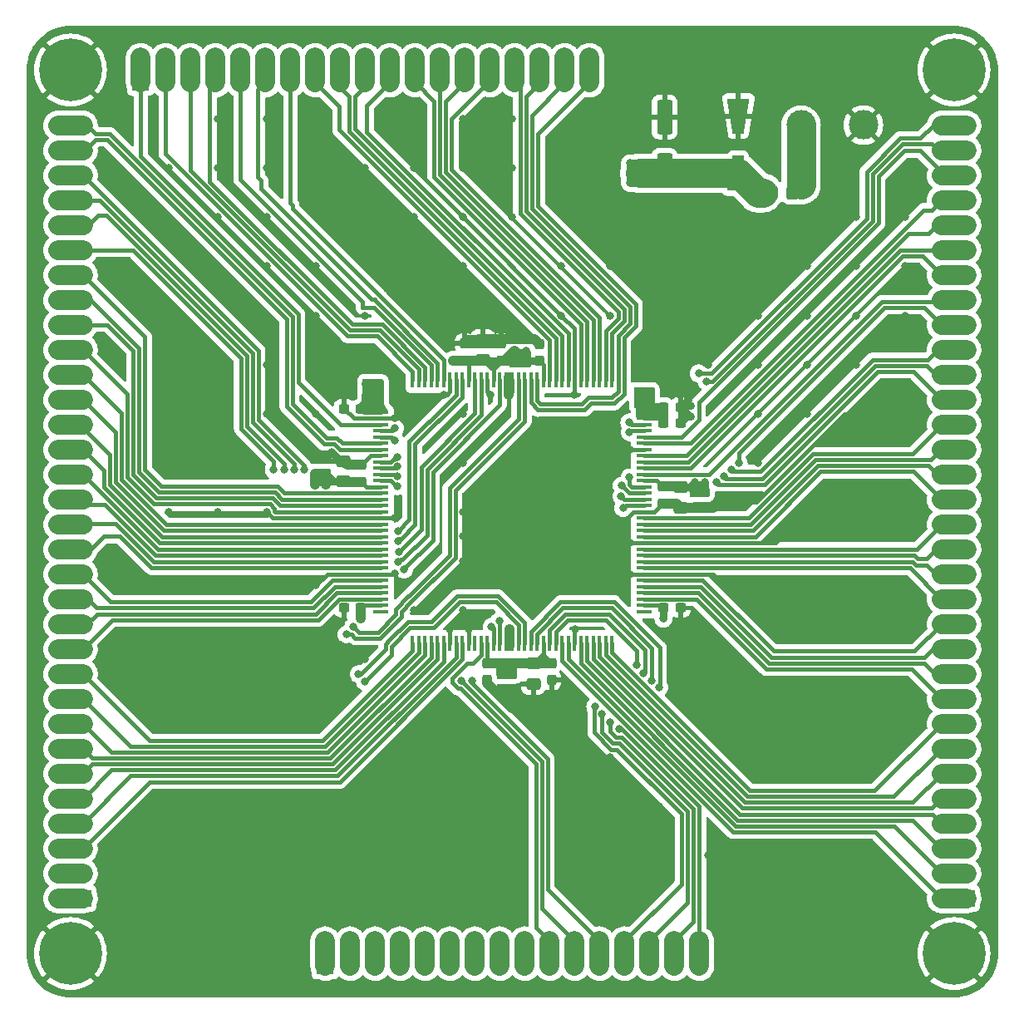
<source format=gtl>
%TF.GenerationSoftware,KiCad,Pcbnew,(6.99.0-961-gbc7742cb2e-dirty)*%
%TF.CreationDate,2022-02-17T15:33:51+00:00*%
%TF.ProjectId,68030_Breakout,36383033-305f-4427-9265-616b6f75742e,rev?*%
%TF.SameCoordinates,Original*%
%TF.FileFunction,Copper,L1,Top*%
%TF.FilePolarity,Positive*%
%FSLAX46Y46*%
G04 Gerber Fmt 4.6, Leading zero omitted, Abs format (unit mm)*
G04 Created by KiCad (PCBNEW (6.99.0-961-gbc7742cb2e-dirty)) date 2022-02-17 15:33:51*
%MOMM*%
%LPD*%
G01*
G04 APERTURE LIST*
G04 Aperture macros list*
%AMRoundRect*
0 Rectangle with rounded corners*
0 $1 Rounding radius*
0 $2 $3 $4 $5 $6 $7 $8 $9 X,Y pos of 4 corners*
0 Add a 4 corners polygon primitive as box body*
4,1,4,$2,$3,$4,$5,$6,$7,$8,$9,$2,$3,0*
0 Add four circle primitives for the rounded corners*
1,1,$1+$1,$2,$3*
1,1,$1+$1,$4,$5*
1,1,$1+$1,$6,$7*
1,1,$1+$1,$8,$9*
0 Add four rect primitives between the rounded corners*
20,1,$1+$1,$2,$3,$4,$5,0*
20,1,$1+$1,$4,$5,$6,$7,0*
20,1,$1+$1,$6,$7,$8,$9,0*
20,1,$1+$1,$8,$9,$2,$3,0*%
%AMOutline4P*
0 Free polygon, 4 corners , with rotation*
0 The origin of the aperture is its center*
0 number of corners: always 4*
0 $1 to $8 corner X, Y*
0 $9 Rotation angle, in degrees counterclockwise*
0 create outline with 4 corners*
4,1,4,$1,$2,$3,$4,$5,$6,$7,$8,$1,$2,$9*%
G04 Aperture macros list end*
%TA.AperFunction,SMDPad,CuDef*%
%ADD10R,0.380000X1.635000*%
%TD*%
%TA.AperFunction,SMDPad,CuDef*%
%ADD11R,1.635000X0.380000*%
%TD*%
%TA.AperFunction,SMDPad,CuDef*%
%ADD12RoundRect,0.250000X-0.475000X0.337500X-0.475000X-0.337500X0.475000X-0.337500X0.475000X0.337500X0*%
%TD*%
%TA.AperFunction,ComponentPad*%
%ADD13C,0.800000*%
%TD*%
%TA.AperFunction,ComponentPad*%
%ADD14C,6.400000*%
%TD*%
%TA.AperFunction,SMDPad,CuDef*%
%ADD15RoundRect,0.237500X-0.300000X-0.237500X0.300000X-0.237500X0.300000X0.237500X-0.300000X0.237500X0*%
%TD*%
%TA.AperFunction,SMDPad,CuDef*%
%ADD16RoundRect,0.237500X0.300000X0.237500X-0.300000X0.237500X-0.300000X-0.237500X0.300000X-0.237500X0*%
%TD*%
%TA.AperFunction,SMDPad,CuDef*%
%ADD17RoundRect,0.237500X0.237500X-0.300000X0.237500X0.300000X-0.237500X0.300000X-0.237500X-0.300000X0*%
%TD*%
%TA.AperFunction,SMDPad,CuDef*%
%ADD18RoundRect,0.250000X0.325000X0.450000X-0.325000X0.450000X-0.325000X-0.450000X0.325000X-0.450000X0*%
%TD*%
%TA.AperFunction,SMDPad,CuDef*%
%ADD19RoundRect,0.250000X0.475000X-0.337500X0.475000X0.337500X-0.475000X0.337500X-0.475000X-0.337500X0*%
%TD*%
%TA.AperFunction,ComponentPad*%
%ADD20R,1.700000X1.700000*%
%TD*%
%TA.AperFunction,ComponentPad*%
%ADD21O,1.700000X1.700000*%
%TD*%
%TA.AperFunction,SMDPad,CuDef*%
%ADD22Outline4P,-1.800000X-1.150000X1.800000X-0.550000X1.800000X0.550000X-1.800000X1.150000X90.000000*%
%TD*%
%TA.AperFunction,SMDPad,CuDef*%
%ADD23Outline4P,-1.800000X-1.150000X1.800000X-0.550000X1.800000X0.550000X-1.800000X1.150000X270.000000*%
%TD*%
%TA.AperFunction,SMDPad,CuDef*%
%ADD24RoundRect,0.237500X-0.237500X0.300000X-0.237500X-0.300000X0.237500X-0.300000X0.237500X0.300000X0*%
%TD*%
%TA.AperFunction,SMDPad,CuDef*%
%ADD25RoundRect,0.250000X0.550000X-1.500000X0.550000X1.500000X-0.550000X1.500000X-0.550000X-1.500000X0*%
%TD*%
%TA.AperFunction,ComponentPad*%
%ADD26C,3.000000*%
%TD*%
%TA.AperFunction,ViaPad*%
%ADD27C,0.800000*%
%TD*%
%TA.AperFunction,Conductor*%
%ADD28C,1.000000*%
%TD*%
%TA.AperFunction,Conductor*%
%ADD29C,0.400000*%
%TD*%
%TA.AperFunction,Conductor*%
%ADD30C,0.800000*%
%TD*%
%TA.AperFunction,Conductor*%
%ADD31C,3.000000*%
%TD*%
%TA.AperFunction,Conductor*%
%ADD32C,2.000000*%
%TD*%
G04 APERTURE END LIST*
D10*
%TO.P,U1,1,VSS*%
%TO.N,GND*%
X149999999Y-86599999D03*
%TO.P,U1,2,VSS*%
X149364999Y-86599999D03*
%TO.P,U1,3,DSACK0*%
%TO.N,DSACK0*%
X148729999Y-86599999D03*
%TO.P,U1,4,VCC*%
%TO.N,VCC*%
X148094999Y-86599999D03*
%TO.P,U1,5,VSS*%
%TO.N,GND*%
X147459999Y-86599999D03*
%TO.P,U1,6,CLK*%
%TO.N,CLK*%
X146824999Y-86599999D03*
%TO.P,U1,7,~{AVEC}*%
%TO.N,~{AVEC}*%
X146189999Y-86599999D03*
%TO.P,U1,8,VCC*%
%TO.N,VCC*%
X145554999Y-86599999D03*
%TO.P,U1,9,FC2*%
%TO.N,FC2*%
X144919999Y-86599999D03*
%TO.P,U1,10,FC1*%
%TO.N,FC1*%
X144284999Y-86599999D03*
%TO.P,U1,11,VSS*%
%TO.N,GND*%
X143649999Y-86599999D03*
%TO.P,U1,12,FC0*%
%TO.N,FC0*%
X143014999Y-86599999D03*
%TO.P,U1,13,~{RMC}*%
%TO.N,~{RMC}*%
X142379999Y-86599999D03*
%TO.P,U1,14,~{OCS}*%
%TO.N,~{OCS}*%
X141744999Y-86599999D03*
%TO.P,U1,15,~{CLOUT}*%
%TO.N,~{CLOUT}*%
X141109999Y-86599999D03*
%TO.P,U1,16,~{BG}*%
%TO.N,~{BG}*%
X140474999Y-86599999D03*
%TO.P,U1,17,~{BGACK}*%
%TO.N,~{BGACK}*%
X139839999Y-86599999D03*
D11*
%TO.P,U1,18,VCC*%
%TO.N,VCC*%
X136599999Y-89839999D03*
%TO.P,U1,19,VSS*%
%TO.N,GND*%
X136599999Y-90474999D03*
%TO.P,U1,20,~{BR}*%
%TO.N,~{BR}*%
X136599999Y-91109999D03*
%TO.P,U1,21,A0*%
%TO.N,Net-(J3-Pin_1)*%
X136599999Y-91744999D03*
%TO.P,U1,22,A1*%
%TO.N,Net-(J3-Pin_3)*%
X136599999Y-92379999D03*
%TO.P,U1,23,A31*%
%TO.N,Net-(J3-Pin_63)*%
X136599999Y-93014999D03*
%TO.P,U1,24,A30*%
%TO.N,Net-(J3-Pin_61)*%
X136599999Y-93649999D03*
%TO.P,U1,25,VSS*%
%TO.N,GND*%
X136599999Y-94284999D03*
%TO.P,U1,26,A29*%
%TO.N,Net-(J3-Pin_59)*%
X136599999Y-94919999D03*
%TO.P,U1,27,A28*%
%TO.N,Net-(J3-Pin_57)*%
X136599999Y-95554999D03*
%TO.P,U1,28,A27*%
%TO.N,Net-(J3-Pin_55)*%
X136599999Y-96189999D03*
%TO.P,U1,29,A26*%
%TO.N,Net-(J3-Pin_53)*%
X136599999Y-96824999D03*
%TO.P,U1,30,VCC*%
%TO.N,VCC*%
X136599999Y-97459999D03*
%TO.P,U1,31,A25*%
%TO.N,Net-(J3-Pin_51)*%
X136599999Y-98094999D03*
%TO.P,U1,32,A24*%
%TO.N,Net-(J3-Pin_49)*%
X136599999Y-98729999D03*
%TO.P,U1,33,A23*%
%TO.N,Net-(J3-Pin_47)*%
X136599999Y-99364999D03*
%TO.P,U1,34,A22*%
%TO.N,Net-(J3-Pin_45)*%
X136599999Y-99999999D03*
%TO.P,U1,35,VSS*%
%TO.N,GND*%
X136599999Y-100634999D03*
%TO.P,U1,36,A21*%
%TO.N,Net-(J3-Pin_43)*%
X136599999Y-101269999D03*
%TO.P,U1,37,A20*%
%TO.N,Net-(J3-Pin_41)*%
X136599999Y-101904999D03*
%TO.P,U1,38,A19*%
%TO.N,Net-(J3-Pin_39)*%
X136599999Y-102539999D03*
%TO.P,U1,39,A18*%
%TO.N,Net-(J3-Pin_37)*%
X136599999Y-103174999D03*
%TO.P,U1,40,A17*%
%TO.N,Net-(J3-Pin_35)*%
X136599999Y-103809999D03*
%TO.P,U1,41,A16*%
%TO.N,Net-(J3-Pin_33)*%
X136599999Y-104444999D03*
%TO.P,U1,42,A15*%
%TO.N,Net-(J3-Pin_31)*%
X136599999Y-105079999D03*
%TO.P,U1,43,A14*%
%TO.N,Net-(J3-Pin_29)*%
X136599999Y-105714999D03*
%TO.P,U1,44,VSS*%
%TO.N,GND*%
X136599999Y-106349999D03*
%TO.P,U1,45,A13*%
%TO.N,Net-(J3-Pin_27)*%
X136599999Y-106984999D03*
%TO.P,U1,46,A12*%
%TO.N,Net-(J3-Pin_25)*%
X136599999Y-107619999D03*
%TO.P,U1,47,A11*%
%TO.N,Net-(J3-Pin_23)*%
X136599999Y-108254999D03*
%TO.P,U1,48,A10*%
%TO.N,Net-(J3-Pin_21)*%
X136599999Y-108889999D03*
%TO.P,U1,49,VCC*%
%TO.N,VCC*%
X136599999Y-109524999D03*
%TO.P,U1,50,NC*%
%TO.N,unconnected-(U1-NC)_1*%
X136599999Y-110159999D03*
D10*
%TO.P,U1,51,A9*%
%TO.N,Net-(J3-Pin_19)*%
X139839999Y-113399999D03*
%TO.P,U1,52,A8*%
%TO.N,Net-(J3-Pin_17)*%
X140474999Y-113399999D03*
%TO.P,U1,53,A7*%
%TO.N,Net-(J3-Pin_15)*%
X141109999Y-113399999D03*
%TO.P,U1,54,A6*%
%TO.N,Net-(J3-Pin_13)*%
X141744999Y-113399999D03*
%TO.P,U1,55,A5*%
%TO.N,Net-(J3-Pin_11)*%
X142379999Y-113399999D03*
%TO.P,U1,56,A4*%
%TO.N,Net-(J3-Pin_10)*%
X143014999Y-113399999D03*
%TO.P,U1,57,VSS*%
%TO.N,GND*%
X143649999Y-113399999D03*
%TO.P,U1,58,A3*%
%TO.N,Net-(J3-Pin_7)*%
X144284999Y-113399999D03*
%TO.P,U1,59,A2*%
%TO.N,Net-(J3-Pin_5)*%
X144919999Y-113399999D03*
%TO.P,U1,60,VSS*%
%TO.N,GND*%
X145554999Y-113399999D03*
%TO.P,U1,61,NC*%
%TO.N,unconnected-(U1-NC)_2*%
X146189999Y-113399999D03*
%TO.P,U1,62,~{SUSPEND}*%
%TO.N,~{SUSPEND}*%
X146824999Y-113399999D03*
%TO.P,U1,63,VCC*%
%TO.N,VCC*%
X147459999Y-113399999D03*
%TO.P,U1,64,~{RESET}*%
%TO.N,~{RESET}*%
X148094999Y-113399999D03*
%TO.P,U1,65,~{MMUDIS}*%
%TO.N,~{MMUDIS}*%
X148729999Y-113399999D03*
%TO.P,U1,66,VSS*%
%TO.N,GND*%
X149364999Y-113399999D03*
%TO.P,U1,67,VSS*%
X149999999Y-113399999D03*
%TO.P,U1,68,~{IPL2}*%
%TO.N,~{IPL2}*%
X150634999Y-113399999D03*
%TO.P,U1,69,~{IPL1}*%
%TO.N,~{IPL1}*%
X151269999Y-113399999D03*
%TO.P,U1,70,~{IPL0}*%
%TO.N,~{IPL0}*%
X151904999Y-113399999D03*
%TO.P,U1,71,CDIS*%
%TO.N,CDIS*%
X152539999Y-113399999D03*
%TO.P,U1,72,VCC*%
%TO.N,VCC*%
X153174999Y-113399999D03*
%TO.P,U1,73,REFILL*%
%TO.N,REFILL*%
X153809999Y-113399999D03*
%TO.P,U1,74,~{STATUS}*%
%TO.N,~{STATUS}*%
X154444999Y-113399999D03*
%TO.P,U1,75,D0*%
%TO.N,Net-(J2-Pin_1)*%
X155079999Y-113399999D03*
%TO.P,U1,76,D1*%
%TO.N,Net-(J2-Pin_3)*%
X155714999Y-113399999D03*
%TO.P,U1,77,VSS*%
%TO.N,GND*%
X156349999Y-113399999D03*
%TO.P,U1,78,D2*%
%TO.N,Net-(J2-Pin_5)*%
X156984999Y-113399999D03*
%TO.P,U1,79,D3*%
%TO.N,Net-(J2-Pin_7)*%
X157619999Y-113399999D03*
%TO.P,U1,80,D4*%
%TO.N,Net-(J2-Pin_10)*%
X158254999Y-113399999D03*
%TO.P,U1,81,D5*%
%TO.N,Net-(J2-Pin_11)*%
X158889999Y-113399999D03*
%TO.P,U1,82,D6*%
%TO.N,Net-(J2-Pin_13)*%
X159524999Y-113399999D03*
%TO.P,U1,83,D7*%
%TO.N,Net-(J2-Pin_15)*%
X160159999Y-113399999D03*
D11*
%TO.P,U1,84,NC*%
%TO.N,unconnected-(U1-NC)*%
X163399999Y-110159999D03*
%TO.P,U1,85,VCC*%
%TO.N,VCC*%
X163399999Y-109524999D03*
%TO.P,U1,86,D8*%
%TO.N,Net-(J2-Pin_17)*%
X163399999Y-108889999D03*
%TO.P,U1,87,D9*%
%TO.N,Net-(J2-Pin_19)*%
X163399999Y-108254999D03*
%TO.P,U1,88,D10*%
%TO.N,Net-(J2-Pin_21)*%
X163399999Y-107619999D03*
%TO.P,U1,89,D11*%
%TO.N,Net-(J2-Pin_23)*%
X163399999Y-106984999D03*
%TO.P,U1,90,VSS*%
%TO.N,GND*%
X163399999Y-106349999D03*
%TO.P,U1,91,D12*%
%TO.N,Net-(J2-Pin_25)*%
X163399999Y-105714999D03*
%TO.P,U1,92,D13*%
%TO.N,Net-(J2-Pin_27)*%
X163399999Y-105079999D03*
%TO.P,U1,93,D14*%
%TO.N,Net-(J2-Pin_29)*%
X163399999Y-104444999D03*
%TO.P,U1,94,D15*%
%TO.N,Net-(J2-Pin_31)*%
X163399999Y-103809999D03*
%TO.P,U1,95,VSS*%
%TO.N,GND*%
X163399999Y-103174999D03*
%TO.P,U1,96,D16*%
%TO.N,Net-(J2-Pin_33)*%
X163399999Y-102539999D03*
%TO.P,U1,97,D17*%
%TO.N,Net-(J2-Pin_35)*%
X163399999Y-101904999D03*
%TO.P,U1,98,D18*%
%TO.N,Net-(J2-Pin_37)*%
X163399999Y-101269999D03*
%TO.P,U1,99,D19*%
%TO.N,Net-(J2-Pin_39)*%
X163399999Y-100634999D03*
%TO.P,U1,100,VSS*%
%TO.N,GND*%
X163399999Y-99999999D03*
%TO.P,U1,101,D20*%
%TO.N,Net-(J2-Pin_41)*%
X163399999Y-99364999D03*
%TO.P,U1,102,D21*%
%TO.N,Net-(J2-Pin_43)*%
X163399999Y-98729999D03*
%TO.P,U1,103,D22*%
%TO.N,Net-(J2-Pin_45)*%
X163399999Y-98094999D03*
%TO.P,U1,104,D23*%
%TO.N,Net-(J2-Pin_47)*%
X163399999Y-97459999D03*
%TO.P,U1,105,VCC*%
%TO.N,VCC*%
X163399999Y-96824999D03*
%TO.P,U1,106,D24*%
%TO.N,Net-(J2-Pin_49)*%
X163399999Y-96189999D03*
%TO.P,U1,107,D25*%
%TO.N,Net-(J2-Pin_51)*%
X163399999Y-95554999D03*
%TO.P,U1,108,D26*%
%TO.N,Net-(J2-Pin_53)*%
X163399999Y-94919999D03*
%TO.P,U1,109,D27*%
%TO.N,Net-(J2-Pin_55)*%
X163399999Y-94284999D03*
%TO.P,U1,110,VSS*%
%TO.N,GND*%
X163399999Y-93649999D03*
%TO.P,U1,111,D28*%
%TO.N,Net-(J2-Pin_57)*%
X163399999Y-93014999D03*
%TO.P,U1,112,D29*%
%TO.N,Net-(J2-Pin_59)*%
X163399999Y-92379999D03*
%TO.P,U1,113,D30*%
%TO.N,Net-(J2-Pin_61)*%
X163399999Y-91744999D03*
%TO.P,U1,114,D31*%
%TO.N,Net-(J2-Pin_63)*%
X163399999Y-91109999D03*
%TO.P,U1,115,VCC*%
%TO.N,VCC*%
X163399999Y-90474999D03*
%TO.P,U1,116,VCC*%
X163399999Y-89839999D03*
D10*
%TO.P,U1,117,R/~{W}*%
%TO.N,R{slash}~{W}*%
X160159999Y-86599999D03*
%TO.P,U1,118,~{ECS}*%
%TO.N,~{ECS}*%
X159524999Y-86599999D03*
%TO.P,U1,119,SIZ1*%
%TO.N,SIZ1*%
X158889999Y-86599999D03*
%TO.P,U1,120,SIZ0*%
%TO.N,SIZ0*%
X158254999Y-86599999D03*
%TO.P,U1,121,~{DBEN}*%
%TO.N,~{DBEN}*%
X157619999Y-86599999D03*
%TO.P,U1,122,~{CIIN}*%
%TO.N,~{CIIN}*%
X156984999Y-86599999D03*
%TO.P,U1,123,VSS*%
%TO.N,GND*%
X156349999Y-86599999D03*
%TO.P,U1,124,~{DS}*%
%TO.N,~{DS}*%
X155714999Y-86599999D03*
%TO.P,U1,125,~{AS}*%
%TO.N,~{AS}*%
X155079999Y-86599999D03*
%TO.P,U1,126,~{CBREQ}*%
%TO.N,~{CBREQ}*%
X154444999Y-86599999D03*
%TO.P,U1,127,~{CBACK}*%
%TO.N,~{CBACK}*%
X153809999Y-86599999D03*
%TO.P,U1,128,VCC*%
%TO.N,VCC*%
X153174999Y-86599999D03*
%TO.P,U1,129,~{HALT}*%
%TO.N,~{HALT}*%
X152539999Y-86599999D03*
%TO.P,U1,130,~{BERR}*%
%TO.N,~{BERR}*%
X151904999Y-86599999D03*
%TO.P,U1,131,STERM*%
%TO.N,STERM*%
X151269999Y-86599999D03*
%TO.P,U1,132,DSACK1*%
%TO.N,DSACK1*%
X150634999Y-86599999D03*
%TD*%
D12*
%TO.P,C3,2*%
%TO.N,GND*%
X167150000Y-99562500D03*
%TO.P,C3,1*%
%TO.N,VCC*%
X167150000Y-97487500D03*
%TD*%
D13*
%TO.P,H4,1,1*%
%TO.N,GND*%
X192600000Y-145000000D03*
X193302944Y-143302944D03*
X193302944Y-146697056D03*
X195000000Y-142600000D03*
D14*
X195000000Y-145000000D03*
D13*
X195000000Y-147400000D03*
X196697056Y-143302944D03*
X196697056Y-146697056D03*
X197400000Y-145000000D03*
%TD*%
D15*
%TO.P,C16,1*%
%TO.N,VCC*%
X165400000Y-89350000D03*
%TO.P,C16,2*%
%TO.N,GND*%
X167125000Y-89350000D03*
%TD*%
D16*
%TO.P,C9,1*%
%TO.N,VCC*%
X134600000Y-89500000D03*
%TO.P,C9,2*%
%TO.N,GND*%
X132875000Y-89500000D03*
%TD*%
D12*
%TO.P,C4,1*%
%TO.N,VCC*%
X152150000Y-115462500D03*
%TO.P,C4,2*%
%TO.N,GND*%
X152150000Y-117537500D03*
%TD*%
D13*
%TO.P,H2,1,1*%
%TO.N,GND*%
X192600000Y-55000000D03*
X193302944Y-53302944D03*
X193302944Y-56697056D03*
X195000000Y-52600000D03*
D14*
X195000000Y-55000000D03*
D13*
X195000000Y-57400000D03*
X196697056Y-53302944D03*
X196697056Y-56697056D03*
X197400000Y-55000000D03*
%TD*%
D17*
%TO.P,C15,1*%
%TO.N,VCC*%
X134650000Y-96962500D03*
%TO.P,C15,2*%
%TO.N,GND*%
X134650000Y-95237500D03*
%TD*%
D18*
%TO.P,F1,1*%
%TO.N,Net-(J1-Pin_1)*%
X178525000Y-67500000D03*
%TO.P,F1,2*%
%TO.N,VCC*%
X176475000Y-67500000D03*
%TD*%
D19*
%TO.P,C1,1*%
%TO.N,VCC*%
X147000000Y-84550000D03*
%TO.P,C1,2*%
%TO.N,GND*%
X147000000Y-82475000D03*
%TD*%
D20*
%TO.P,J2,1,Pin_1*%
%TO.N,Net-(J2-Pin_1)*%
X196274999Y-139374999D03*
D21*
%TO.P,J2,2,Pin_2*%
X193734999Y-139374999D03*
%TO.P,J2,3,Pin_3*%
%TO.N,Net-(J2-Pin_3)*%
X196274999Y-136834999D03*
%TO.P,J2,4,Pin_4*%
X193734999Y-136834999D03*
%TO.P,J2,5,Pin_5*%
%TO.N,Net-(J2-Pin_5)*%
X196274999Y-134294999D03*
%TO.P,J2,6,Pin_6*%
X193734999Y-134294999D03*
%TO.P,J2,7,Pin_7*%
%TO.N,Net-(J2-Pin_7)*%
X196274999Y-131754999D03*
%TO.P,J2,8,Pin_8*%
X193734999Y-131754999D03*
%TO.P,J2,9,Pin_9*%
%TO.N,Net-(J2-Pin_10)*%
X196274999Y-129214999D03*
%TO.P,J2,10,Pin_10*%
X193734999Y-129214999D03*
%TO.P,J2,11,Pin_11*%
%TO.N,Net-(J2-Pin_11)*%
X196274999Y-126674999D03*
%TO.P,J2,12,Pin_12*%
X193734999Y-126674999D03*
%TO.P,J2,13,Pin_13*%
%TO.N,Net-(J2-Pin_13)*%
X196274999Y-124134999D03*
%TO.P,J2,14,Pin_14*%
X193734999Y-124134999D03*
%TO.P,J2,15,Pin_15*%
%TO.N,Net-(J2-Pin_15)*%
X196274999Y-121594999D03*
%TO.P,J2,16,Pin_16*%
X193734999Y-121594999D03*
%TO.P,J2,17,Pin_17*%
%TO.N,Net-(J2-Pin_17)*%
X196274999Y-119054999D03*
%TO.P,J2,18,Pin_18*%
X193734999Y-119054999D03*
%TO.P,J2,19,Pin_19*%
%TO.N,Net-(J2-Pin_19)*%
X196274999Y-116514999D03*
%TO.P,J2,20,Pin_20*%
X193734999Y-116514999D03*
%TO.P,J2,21,Pin_21*%
%TO.N,Net-(J2-Pin_21)*%
X196274999Y-113974999D03*
%TO.P,J2,22,Pin_22*%
X193734999Y-113974999D03*
%TO.P,J2,23,Pin_23*%
%TO.N,Net-(J2-Pin_23)*%
X196274999Y-111434999D03*
%TO.P,J2,24,Pin_24*%
X193734999Y-111434999D03*
%TO.P,J2,25,Pin_25*%
%TO.N,Net-(J2-Pin_25)*%
X196274999Y-108894999D03*
%TO.P,J2,26,Pin_26*%
X193734999Y-108894999D03*
%TO.P,J2,27,Pin_27*%
%TO.N,Net-(J2-Pin_27)*%
X196274999Y-106354999D03*
%TO.P,J2,28,Pin_28*%
X193734999Y-106354999D03*
%TO.P,J2,29,Pin_29*%
%TO.N,Net-(J2-Pin_29)*%
X196274999Y-103814999D03*
%TO.P,J2,30,Pin_30*%
X193734999Y-103814999D03*
%TO.P,J2,31,Pin_31*%
%TO.N,Net-(J2-Pin_31)*%
X196274999Y-101274999D03*
%TO.P,J2,32,Pin_32*%
X193734999Y-101274999D03*
%TO.P,J2,33,Pin_33*%
%TO.N,Net-(J2-Pin_33)*%
X196274999Y-98734999D03*
%TO.P,J2,34,Pin_34*%
X193734999Y-98734999D03*
%TO.P,J2,35,Pin_35*%
%TO.N,Net-(J2-Pin_35)*%
X196274999Y-96194999D03*
%TO.P,J2,36,Pin_36*%
X193734999Y-96194999D03*
%TO.P,J2,37,Pin_37*%
%TO.N,Net-(J2-Pin_37)*%
X196274999Y-93654999D03*
%TO.P,J2,38,Pin_38*%
X193734999Y-93654999D03*
%TO.P,J2,39,Pin_39*%
%TO.N,Net-(J2-Pin_39)*%
X196274999Y-91114999D03*
%TO.P,J2,40,Pin_40*%
X193734999Y-91114999D03*
%TO.P,J2,41,Pin_41*%
%TO.N,Net-(J2-Pin_41)*%
X196274999Y-88574999D03*
%TO.P,J2,42,Pin_42*%
X193734999Y-88574999D03*
%TO.P,J2,43,Pin_43*%
%TO.N,Net-(J2-Pin_43)*%
X196274999Y-86034999D03*
%TO.P,J2,44,Pin_44*%
X193734999Y-86034999D03*
%TO.P,J2,45,Pin_45*%
%TO.N,Net-(J2-Pin_45)*%
X196274999Y-83494999D03*
%TO.P,J2,46,Pin_46*%
X193734999Y-83494999D03*
%TO.P,J2,47,Pin_47*%
%TO.N,Net-(J2-Pin_47)*%
X196274999Y-80954999D03*
%TO.P,J2,48,Pin_48*%
X193734999Y-80954999D03*
%TO.P,J2,49,Pin_49*%
%TO.N,Net-(J2-Pin_49)*%
X196274999Y-78414999D03*
%TO.P,J2,50,Pin_50*%
X193734999Y-78414999D03*
%TO.P,J2,51,Pin_51*%
%TO.N,Net-(J2-Pin_51)*%
X196274999Y-75874999D03*
%TO.P,J2,52,Pin_52*%
X193734999Y-75874999D03*
%TO.P,J2,53,Pin_53*%
%TO.N,Net-(J2-Pin_53)*%
X196274999Y-73334999D03*
%TO.P,J2,54,Pin_54*%
X193734999Y-73334999D03*
%TO.P,J2,55,Pin_55*%
%TO.N,Net-(J2-Pin_55)*%
X196274999Y-70794999D03*
%TO.P,J2,56,Pin_56*%
X193734999Y-70794999D03*
%TO.P,J2,57,Pin_57*%
%TO.N,Net-(J2-Pin_57)*%
X196274999Y-68254999D03*
%TO.P,J2,58,Pin_58*%
X193734999Y-68254999D03*
%TO.P,J2,59,Pin_59*%
%TO.N,Net-(J2-Pin_59)*%
X196274999Y-65714999D03*
%TO.P,J2,60,Pin_60*%
X193734999Y-65714999D03*
%TO.P,J2,61,Pin_61*%
%TO.N,Net-(J2-Pin_61)*%
X196274999Y-63174999D03*
%TO.P,J2,62,Pin_62*%
X193734999Y-63174999D03*
%TO.P,J2,63,Pin_63*%
%TO.N,Net-(J2-Pin_63)*%
X196274999Y-60634999D03*
%TO.P,J2,64,Pin_64*%
X193734999Y-60634999D03*
%TD*%
D15*
%TO.P,C11,1*%
%TO.N,VCC*%
X165400000Y-109800000D03*
%TO.P,C11,2*%
%TO.N,GND*%
X167125000Y-109800000D03*
%TD*%
D22*
%TO.P,D1,1,K*%
%TO.N,VCC*%
X173025000Y-65500000D03*
D23*
%TO.P,D1,2,A*%
%TO.N,GND*%
X173025000Y-59700000D03*
%TD*%
D24*
%TO.P,C13,1*%
%TO.N,VCC*%
X147450000Y-115400000D03*
%TO.P,C13,2*%
%TO.N,GND*%
X147450000Y-117125000D03*
%TD*%
D25*
%TO.P,C5,1*%
%TO.N,VCC*%
X165525000Y-65200000D03*
%TO.P,C5,2*%
%TO.N,GND*%
X165525000Y-59800000D03*
%TD*%
D24*
%TO.P,C12,1*%
%TO.N,VCC*%
X154000000Y-115400000D03*
%TO.P,C12,2*%
%TO.N,GND*%
X154000000Y-117125000D03*
%TD*%
D16*
%TO.P,C14,1*%
%TO.N,VCC*%
X134600000Y-109800000D03*
%TO.P,C14,2*%
%TO.N,GND*%
X132875000Y-109800000D03*
%TD*%
D17*
%TO.P,C7,1*%
%TO.N,VCC*%
X148850000Y-84600000D03*
%TO.P,C7,2*%
%TO.N,GND*%
X148850000Y-82875000D03*
%TD*%
%TO.P,C8,1*%
%TO.N,VCC*%
X152740000Y-84622500D03*
%TO.P,C8,2*%
%TO.N,GND*%
X152740000Y-82897500D03*
%TD*%
D24*
%TO.P,C10,1*%
%TO.N,VCC*%
X165300000Y-97437500D03*
%TO.P,C10,2*%
%TO.N,GND*%
X165300000Y-99162500D03*
%TD*%
D19*
%TO.P,C2,1*%
%TO.N,VCC*%
X132800000Y-96900000D03*
%TO.P,C2,2*%
%TO.N,GND*%
X132800000Y-94825000D03*
%TD*%
D26*
%TO.P,J1,1,Pin_1*%
%TO.N,Net-(J1-Pin_1)*%
X179420000Y-60605000D03*
%TO.P,J1,2,Pin_2*%
%TO.N,GND*%
X185770000Y-60605000D03*
%TD*%
D20*
%TO.P,J3,1,Pin_1*%
%TO.N,Net-(J3-Pin_1)*%
X106274999Y-139374999D03*
D21*
%TO.P,J3,2,Pin_2*%
X103734999Y-139374999D03*
%TO.P,J3,3,Pin_3*%
%TO.N,Net-(J3-Pin_3)*%
X106274999Y-136834999D03*
%TO.P,J3,4,Pin_4*%
X103734999Y-136834999D03*
%TO.P,J3,5,Pin_5*%
%TO.N,Net-(J3-Pin_5)*%
X106274999Y-134294999D03*
%TO.P,J3,6,Pin_6*%
X103734999Y-134294999D03*
%TO.P,J3,7,Pin_7*%
%TO.N,Net-(J3-Pin_7)*%
X106274999Y-131754999D03*
%TO.P,J3,8,Pin_8*%
X103734999Y-131754999D03*
%TO.P,J3,9,Pin_9*%
%TO.N,Net-(J3-Pin_10)*%
X106274999Y-129214999D03*
%TO.P,J3,10,Pin_10*%
X103734999Y-129214999D03*
%TO.P,J3,11,Pin_11*%
%TO.N,Net-(J3-Pin_11)*%
X106274999Y-126674999D03*
%TO.P,J3,12,Pin_12*%
X103734999Y-126674999D03*
%TO.P,J3,13,Pin_13*%
%TO.N,Net-(J3-Pin_13)*%
X106274999Y-124134999D03*
%TO.P,J3,14,Pin_14*%
X103734999Y-124134999D03*
%TO.P,J3,15,Pin_15*%
%TO.N,Net-(J3-Pin_15)*%
X106274999Y-121594999D03*
%TO.P,J3,16,Pin_16*%
X103734999Y-121594999D03*
%TO.P,J3,17,Pin_17*%
%TO.N,Net-(J3-Pin_17)*%
X106274999Y-119054999D03*
%TO.P,J3,18,Pin_18*%
X103734999Y-119054999D03*
%TO.P,J3,19,Pin_19*%
%TO.N,Net-(J3-Pin_19)*%
X106274999Y-116514999D03*
%TO.P,J3,20,Pin_20*%
X103734999Y-116514999D03*
%TO.P,J3,21,Pin_21*%
%TO.N,Net-(J3-Pin_21)*%
X106274999Y-113974999D03*
%TO.P,J3,22,Pin_22*%
X103734999Y-113974999D03*
%TO.P,J3,23,Pin_23*%
%TO.N,Net-(J3-Pin_23)*%
X106274999Y-111434999D03*
%TO.P,J3,24,Pin_24*%
X103734999Y-111434999D03*
%TO.P,J3,25,Pin_25*%
%TO.N,Net-(J3-Pin_25)*%
X106274999Y-108894999D03*
%TO.P,J3,26,Pin_26*%
X103734999Y-108894999D03*
%TO.P,J3,27,Pin_27*%
%TO.N,Net-(J3-Pin_27)*%
X106274999Y-106354999D03*
%TO.P,J3,28,Pin_28*%
X103734999Y-106354999D03*
%TO.P,J3,29,Pin_29*%
%TO.N,Net-(J3-Pin_29)*%
X106274999Y-103814999D03*
%TO.P,J3,30,Pin_30*%
X103734999Y-103814999D03*
%TO.P,J3,31,Pin_31*%
%TO.N,Net-(J3-Pin_31)*%
X106274999Y-101274999D03*
%TO.P,J3,32,Pin_32*%
X103734999Y-101274999D03*
%TO.P,J3,33,Pin_33*%
%TO.N,Net-(J3-Pin_33)*%
X106274999Y-98734999D03*
%TO.P,J3,34,Pin_34*%
X103734999Y-98734999D03*
%TO.P,J3,35,Pin_35*%
%TO.N,Net-(J3-Pin_35)*%
X106274999Y-96194999D03*
%TO.P,J3,36,Pin_36*%
X103734999Y-96194999D03*
%TO.P,J3,37,Pin_37*%
%TO.N,Net-(J3-Pin_37)*%
X106274999Y-93654999D03*
%TO.P,J3,38,Pin_38*%
X103734999Y-93654999D03*
%TO.P,J3,39,Pin_39*%
%TO.N,Net-(J3-Pin_39)*%
X106274999Y-91114999D03*
%TO.P,J3,40,Pin_40*%
X103734999Y-91114999D03*
%TO.P,J3,41,Pin_41*%
%TO.N,Net-(J3-Pin_41)*%
X106274999Y-88574999D03*
%TO.P,J3,42,Pin_42*%
X103734999Y-88574999D03*
%TO.P,J3,43,Pin_43*%
%TO.N,Net-(J3-Pin_43)*%
X106274999Y-86034999D03*
%TO.P,J3,44,Pin_44*%
X103734999Y-86034999D03*
%TO.P,J3,45,Pin_45*%
%TO.N,Net-(J3-Pin_45)*%
X106274999Y-83494999D03*
%TO.P,J3,46,Pin_46*%
X103734999Y-83494999D03*
%TO.P,J3,47,Pin_47*%
%TO.N,Net-(J3-Pin_47)*%
X106274999Y-80954999D03*
%TO.P,J3,48,Pin_48*%
X103734999Y-80954999D03*
%TO.P,J3,49,Pin_49*%
%TO.N,Net-(J3-Pin_49)*%
X106274999Y-78414999D03*
%TO.P,J3,50,Pin_50*%
X103734999Y-78414999D03*
%TO.P,J3,51,Pin_51*%
%TO.N,Net-(J3-Pin_51)*%
X106274999Y-75874999D03*
%TO.P,J3,52,Pin_52*%
X103734999Y-75874999D03*
%TO.P,J3,53,Pin_53*%
%TO.N,Net-(J3-Pin_53)*%
X106274999Y-73334999D03*
%TO.P,J3,54,Pin_54*%
X103734999Y-73334999D03*
%TO.P,J3,55,Pin_55*%
%TO.N,Net-(J3-Pin_55)*%
X106274999Y-70794999D03*
%TO.P,J3,56,Pin_56*%
X103734999Y-70794999D03*
%TO.P,J3,57,Pin_57*%
%TO.N,Net-(J3-Pin_57)*%
X106274999Y-68254999D03*
%TO.P,J3,58,Pin_58*%
X103734999Y-68254999D03*
%TO.P,J3,59,Pin_59*%
%TO.N,Net-(J3-Pin_59)*%
X106274999Y-65714999D03*
%TO.P,J3,60,Pin_60*%
X103734999Y-65714999D03*
%TO.P,J3,61,Pin_61*%
%TO.N,Net-(J3-Pin_61)*%
X106274999Y-63174999D03*
%TO.P,J3,62,Pin_62*%
X103734999Y-63174999D03*
%TO.P,J3,63,Pin_63*%
%TO.N,Net-(J3-Pin_63)*%
X106274999Y-60634999D03*
%TO.P,J3,64,Pin_64*%
X103734999Y-60634999D03*
%TD*%
D20*
%TO.P,J4,1,Pin_1*%
%TO.N,~{BR}*%
X112149999Y-56274999D03*
D21*
%TO.P,J4,2,Pin_2*%
X112149999Y-53734999D03*
%TO.P,J4,3,Pin_3*%
%TO.N,~{BGACK}*%
X114689999Y-56274999D03*
%TO.P,J4,4,Pin_4*%
X114689999Y-53734999D03*
%TO.P,J4,5,Pin_5*%
%TO.N,~{BG}*%
X117229999Y-56274999D03*
%TO.P,J4,6,Pin_6*%
X117229999Y-53734999D03*
%TO.P,J4,7,Pin_7*%
%TO.N,~{CLOUT}*%
X119769999Y-56274999D03*
%TO.P,J4,8,Pin_8*%
X119769999Y-53734999D03*
%TO.P,J4,9,Pin_9*%
%TO.N,~{OCS}*%
X122309999Y-56274999D03*
%TO.P,J4,10,Pin_10*%
X122309999Y-53734999D03*
%TO.P,J4,11,Pin_11*%
%TO.N,~{RMC}*%
X124849999Y-56274999D03*
%TO.P,J4,12,Pin_12*%
X124849999Y-53734999D03*
%TO.P,J4,13,Pin_13*%
%TO.N,FC0*%
X127389999Y-56274999D03*
%TO.P,J4,14,Pin_14*%
X127389999Y-53734999D03*
%TO.P,J4,15,Pin_15*%
%TO.N,~{CBACK}*%
X129929999Y-56274999D03*
%TO.P,J4,16,Pin_16*%
X129929999Y-53734999D03*
%TO.P,J4,17,Pin_17*%
%TO.N,~{CBREQ}*%
X132469999Y-56274999D03*
%TO.P,J4,18,Pin_18*%
X132469999Y-53734999D03*
%TO.P,J4,19,Pin_19*%
%TO.N,~{AS}*%
X135009999Y-56274999D03*
%TO.P,J4,20,Pin_20*%
X135009999Y-53734999D03*
%TO.P,J4,21,Pin_21*%
%TO.N,~{DS}*%
X137549999Y-56274999D03*
%TO.P,J4,22,Pin_22*%
X137549999Y-53734999D03*
%TO.P,J4,23,Pin_23*%
%TO.N,~{CIIN}*%
X140089999Y-56274999D03*
%TO.P,J4,24,Pin_24*%
X140089999Y-53734999D03*
%TO.P,J4,25,Pin_25*%
%TO.N,~{DBEN}*%
X142629999Y-56274999D03*
%TO.P,J4,26,Pin_26*%
X142629999Y-53734999D03*
%TO.P,J4,27,Pin_27*%
%TO.N,SIZ0*%
X145169999Y-56274999D03*
%TO.P,J4,28,Pin_28*%
X145169999Y-53734999D03*
%TO.P,J4,29,Pin_29*%
%TO.N,SIZ1*%
X147709999Y-56274999D03*
%TO.P,J4,30,Pin_30*%
X147709999Y-53734999D03*
%TO.P,J4,31,Pin_31*%
%TO.N,~{ECS}*%
X150249999Y-56274999D03*
%TO.P,J4,32,Pin_32*%
X150249999Y-53734999D03*
%TO.P,J4,33,Pin_33*%
%TO.N,R{slash}~{W}*%
X152789999Y-56274999D03*
%TO.P,J4,34,Pin_34*%
X152789999Y-53734999D03*
%TO.P,J4,35,Pin_35*%
%TO.N,~{HALT}*%
X155329999Y-56274999D03*
%TO.P,J4,36,Pin_36*%
X155329999Y-53734999D03*
%TO.P,J4,37,Pin_37*%
%TO.N,~{BERR}*%
X157869999Y-56274999D03*
%TO.P,J4,38,Pin_38*%
X157869999Y-53734999D03*
%TD*%
D13*
%TO.P,H3,1,1*%
%TO.N,GND*%
X102600000Y-145000000D03*
X103302944Y-143302944D03*
X103302944Y-146697056D03*
X105000000Y-142600000D03*
D14*
X105000000Y-145000000D03*
D13*
X105000000Y-147400000D03*
X106697056Y-143302944D03*
X106697056Y-146697056D03*
X107400000Y-145000000D03*
%TD*%
D15*
%TO.P,C17,1*%
%TO.N,VCC*%
X165400000Y-90950000D03*
%TO.P,C17,2*%
%TO.N,GND*%
X167125000Y-90950000D03*
%TD*%
D13*
%TO.P,H1,1,1*%
%TO.N,GND*%
X102600000Y-55000000D03*
X103302944Y-53302944D03*
X103302944Y-56697056D03*
X105000000Y-52600000D03*
D14*
X105000000Y-55000000D03*
D13*
X105000000Y-57400000D03*
X106697056Y-53302944D03*
X106697056Y-56697056D03*
X107400000Y-55000000D03*
%TD*%
D20*
%TO.P,J5,1,Pin_1*%
%TO.N,FC1*%
X130949999Y-146274999D03*
D21*
%TO.P,J5,2,Pin_2*%
X130949999Y-143734999D03*
%TO.P,J5,3,Pin_3*%
%TO.N,FC2*%
X133489999Y-146274999D03*
%TO.P,J5,4,Pin_4*%
X133489999Y-143734999D03*
%TO.P,J5,5,Pin_5*%
%TO.N,~{AVEC}*%
X136029999Y-146274999D03*
%TO.P,J5,6,Pin_6*%
X136029999Y-143734999D03*
%TO.P,J5,7,Pin_7*%
%TO.N,CLK*%
X138569999Y-146274999D03*
%TO.P,J5,8,Pin_8*%
X138569999Y-143734999D03*
%TO.P,J5,9,Pin_9*%
%TO.N,DSACK0*%
X141109999Y-146274999D03*
%TO.P,J5,10,Pin_10*%
X141109999Y-143734999D03*
%TO.P,J5,11,Pin_11*%
%TO.N,~{IPL1}*%
X143649999Y-146274999D03*
%TO.P,J5,12,Pin_12*%
X143649999Y-143734999D03*
%TO.P,J5,13,Pin_13*%
%TO.N,~{IPL2}*%
X146189999Y-146274999D03*
%TO.P,J5,14,Pin_14*%
X146189999Y-143734999D03*
%TO.P,J5,15,Pin_15*%
%TO.N,STERM*%
X148729999Y-146274999D03*
%TO.P,J5,16,Pin_16*%
X148729999Y-143734999D03*
%TO.P,J5,17,Pin_17*%
%TO.N,DSACK1*%
X151269999Y-146274999D03*
%TO.P,J5,18,Pin_18*%
X151269999Y-143734999D03*
%TO.P,J5,19,Pin_19*%
%TO.N,~{SUSPEND}*%
X153809999Y-146274999D03*
%TO.P,J5,20,Pin_20*%
X153809999Y-143734999D03*
%TO.P,J5,21,Pin_21*%
%TO.N,~{RESET}*%
X156349999Y-146274999D03*
%TO.P,J5,22,Pin_22*%
X156349999Y-143734999D03*
%TO.P,J5,23,Pin_23*%
%TO.N,~{MMUDIS}*%
X158889999Y-146274999D03*
%TO.P,J5,24,Pin_24*%
X158889999Y-143734999D03*
%TO.P,J5,25,Pin_25*%
%TO.N,~{STATUS}*%
X161429999Y-146274999D03*
%TO.P,J5,26,Pin_26*%
X161429999Y-143734999D03*
%TO.P,J5,27,Pin_27*%
%TO.N,REFILL*%
X163969999Y-146274999D03*
%TO.P,J5,28,Pin_28*%
X163969999Y-143734999D03*
%TO.P,J5,29,Pin_29*%
%TO.N,CDIS*%
X166509999Y-146274999D03*
%TO.P,J5,30,Pin_30*%
X166509999Y-143734999D03*
%TO.P,J5,31,Pin_31*%
%TO.N,~{IPL0}*%
X169049999Y-146274999D03*
%TO.P,J5,32,Pin_32*%
X169049999Y-143734999D03*
%TD*%
D17*
%TO.P,C6,1*%
%TO.N,VCC*%
X145150000Y-84600000D03*
%TO.P,C6,2*%
%TO.N,GND*%
X145150000Y-82875000D03*
%TD*%
D27*
%TO.N,GND*%
X171000000Y-99000000D03*
X120000000Y-60000000D03*
X120000000Y-145000000D03*
X145000000Y-130000000D03*
X125000000Y-80000000D03*
X170000000Y-115000000D03*
X157500000Y-95000000D03*
X130000000Y-85000000D03*
X160000000Y-55000000D03*
X175000000Y-60000000D03*
X157500000Y-102500000D03*
X140000000Y-70000000D03*
X110000000Y-65000000D03*
X125000000Y-140000000D03*
X170000000Y-60000000D03*
X175000000Y-70000000D03*
X185000000Y-55000000D03*
X120000000Y-130000000D03*
X120000000Y-70000000D03*
X125000000Y-60000000D03*
X131600000Y-93900000D03*
X165000000Y-135000000D03*
X143650000Y-111980000D03*
X138030000Y-90490000D03*
X120000000Y-90000000D03*
X175000000Y-95000000D03*
X150000000Y-105000000D03*
X160000000Y-80000000D03*
X147500000Y-107500000D03*
X180000000Y-55000000D03*
X135000000Y-65000000D03*
X185000000Y-125000000D03*
X175000000Y-80000000D03*
X115000000Y-130000000D03*
X190000000Y-75000000D03*
X130000000Y-140000000D03*
X115000000Y-85000000D03*
X155000000Y-125000000D03*
X155000000Y-105000000D03*
X185000000Y-80000000D03*
X155000000Y-65000000D03*
X160000000Y-70000000D03*
X190000000Y-120000000D03*
X190000000Y-55000000D03*
X115000000Y-135000000D03*
X185000000Y-90000000D03*
X152500000Y-110000000D03*
X140000000Y-65000000D03*
X110000000Y-75000000D03*
X155000000Y-135000000D03*
X120000000Y-65000000D03*
X165000000Y-75000000D03*
X170000000Y-135000000D03*
X138020000Y-100620000D03*
X185000000Y-100000000D03*
X165000000Y-85000000D03*
X175000000Y-140000000D03*
X157500000Y-92500000D03*
X115000000Y-145000000D03*
X130000000Y-75000000D03*
X135000000Y-135000000D03*
X155000000Y-130000000D03*
X135000000Y-85000000D03*
X125000000Y-85000000D03*
X147810000Y-88070000D03*
X160000000Y-125000000D03*
X155000000Y-97500000D03*
X180000000Y-80000000D03*
X120000000Y-107500000D03*
X110000000Y-60000000D03*
X185000000Y-85000000D03*
X150000000Y-97500000D03*
X140000000Y-90000000D03*
X152500000Y-92500000D03*
X115000000Y-140000000D03*
X150000000Y-60000000D03*
X145000000Y-95000000D03*
X120000000Y-75000000D03*
X190000000Y-140000000D03*
X175000000Y-125000000D03*
X180000000Y-120000000D03*
X152500000Y-100000000D03*
X120000000Y-115000000D03*
X135000000Y-130000000D03*
X160000000Y-60000000D03*
X165000000Y-55000000D03*
X165000000Y-130000000D03*
X175000000Y-120000000D03*
X156360000Y-88050000D03*
X145000000Y-60000000D03*
X170000000Y-120000000D03*
X155000000Y-95000000D03*
X125000000Y-65000000D03*
X110000000Y-105000000D03*
X150000000Y-135000000D03*
X140000000Y-135000000D03*
X160000000Y-75000000D03*
X140000000Y-60000000D03*
X157500000Y-100000000D03*
X161980000Y-106340000D03*
X138020000Y-106260000D03*
X180000000Y-140000000D03*
X190000000Y-60000000D03*
X168186817Y-90286817D03*
X145000000Y-100000000D03*
X145000000Y-102500000D03*
X140000000Y-125000000D03*
X175000000Y-110000000D03*
X120000000Y-100000000D03*
X140000000Y-130000000D03*
X156370000Y-111960000D03*
X145000000Y-65000000D03*
X135000000Y-75000000D03*
X152500000Y-95000000D03*
X125000000Y-100000000D03*
X160000000Y-107500000D03*
X185000000Y-75000000D03*
X165000000Y-70000000D03*
X130000000Y-80000000D03*
X143030000Y-88050000D03*
X168200000Y-89200000D03*
X170000000Y-75000000D03*
X150000000Y-125000000D03*
X110000000Y-140000000D03*
X180000000Y-135000000D03*
X155000000Y-120000000D03*
X130000000Y-70000000D03*
X115000000Y-65000000D03*
X155000000Y-100000000D03*
X120000000Y-95000000D03*
X185000000Y-65000000D03*
X160000000Y-102500000D03*
X175000000Y-135000000D03*
X120000000Y-120000000D03*
X147500000Y-105000000D03*
X175000000Y-90000000D03*
X190000000Y-70000000D03*
X125000000Y-90000000D03*
X125000000Y-107500000D03*
X160000000Y-130000000D03*
X170000000Y-85000000D03*
X125000000Y-135000000D03*
X167800000Y-88200000D03*
X130000000Y-65000000D03*
X145560000Y-111960000D03*
X150000000Y-70000000D03*
X135000000Y-140000000D03*
X190000000Y-110000000D03*
X190000000Y-145000000D03*
X115000000Y-107500000D03*
X150000000Y-100000000D03*
X170000000Y-55000000D03*
X180000000Y-70000000D03*
X157500000Y-105000000D03*
X147500000Y-97500000D03*
X180000000Y-100000000D03*
X110000000Y-55000000D03*
X145000000Y-107500000D03*
X125000000Y-115000000D03*
X115000000Y-120000000D03*
X130000000Y-90000000D03*
X145000000Y-75000000D03*
X150000000Y-95000000D03*
X150000000Y-65000000D03*
X145000000Y-125000000D03*
X149680000Y-88050000D03*
X135000000Y-70000000D03*
X125000000Y-120000000D03*
X150000000Y-102500000D03*
X130000000Y-60000000D03*
X150000000Y-120000000D03*
X170000000Y-80000000D03*
X130000000Y-130000000D03*
X175000000Y-75000000D03*
X145000000Y-70000000D03*
X150000000Y-130000000D03*
X110000000Y-135000000D03*
X145000000Y-90000000D03*
X115000000Y-95000000D03*
X152500000Y-107500000D03*
X165000000Y-80000000D03*
X155000000Y-80000000D03*
X130000000Y-115000000D03*
X180000000Y-90000000D03*
X180000000Y-75000000D03*
X140000000Y-80000000D03*
X160000000Y-135000000D03*
X180000000Y-85000000D03*
X175000000Y-85000000D03*
X190000000Y-80000000D03*
X130000000Y-135000000D03*
X152500000Y-102500000D03*
X133762500Y-95237500D03*
X147500000Y-102500000D03*
X135000000Y-115000000D03*
X147500000Y-100000000D03*
X125000000Y-70000000D03*
X155000000Y-92500000D03*
X145000000Y-105000000D03*
X175000000Y-55000000D03*
X130000000Y-120000000D03*
X160000000Y-105000000D03*
X149690000Y-111970000D03*
X180000000Y-145000000D03*
X161960000Y-93650000D03*
X145000000Y-135000000D03*
X180000000Y-110000000D03*
X145000000Y-80000000D03*
X135000000Y-80000000D03*
X157500000Y-107500000D03*
X152500000Y-97500000D03*
X140000000Y-75000000D03*
X115000000Y-90000000D03*
X125000000Y-75000000D03*
X190000000Y-90000000D03*
X190000000Y-65000000D03*
X180000000Y-125000000D03*
X185000000Y-145000000D03*
X185000000Y-120000000D03*
X145000000Y-110000000D03*
X190000000Y-100000000D03*
X115000000Y-115000000D03*
X185000000Y-70000000D03*
X120000000Y-85000000D03*
X110000000Y-115000000D03*
X125000000Y-145000000D03*
X145000000Y-120000000D03*
X150000000Y-107500000D03*
X155000000Y-75000000D03*
X155000000Y-107500000D03*
X185000000Y-135000000D03*
X161980000Y-103190000D03*
X185000000Y-110000000D03*
X175000000Y-145000000D03*
X110000000Y-85000000D03*
X170000000Y-70000000D03*
X185000000Y-140000000D03*
X130000000Y-107500000D03*
X140000000Y-110000000D03*
X152500000Y-105000000D03*
X120000000Y-140000000D03*
X155000000Y-102500000D03*
X115000000Y-100000000D03*
X115000000Y-80000000D03*
X110000000Y-145000000D03*
X157500000Y-97500000D03*
X115000000Y-70000000D03*
%TO.N,VCC*%
X131000000Y-96100000D03*
X144000000Y-84600000D03*
X163000000Y-65500000D03*
X168600000Y-98000000D03*
X134600000Y-110900000D03*
X150000000Y-116500000D03*
X150200000Y-83600000D03*
X148900000Y-115400000D03*
X163000000Y-64500000D03*
X162000000Y-65500000D03*
X169600000Y-98000000D03*
X135200000Y-88200000D03*
X136400000Y-88200000D03*
X150000000Y-115400000D03*
X150200000Y-84800000D03*
X162900000Y-88900000D03*
X168600000Y-97000000D03*
X129900000Y-97200000D03*
X162000000Y-64500000D03*
X163000000Y-66500000D03*
X148900000Y-116500000D03*
X169600000Y-97000000D03*
X164000000Y-87800000D03*
X135200000Y-87000000D03*
X151400000Y-83600000D03*
X136400000Y-87000000D03*
X162000000Y-66500000D03*
X131000000Y-97200000D03*
X151400000Y-84800000D03*
X164000000Y-88900000D03*
X165400000Y-110900000D03*
X129900000Y-96100000D03*
X162900000Y-87800000D03*
%TO.N,Net-(J2-Pin_41)*%
X170773652Y-97003258D03*
X161307723Y-99609377D03*
%TO.N,Net-(J2-Pin_43)*%
X161100000Y-98420000D03*
X171547576Y-96370765D03*
%TO.N,Net-(J2-Pin_45)*%
X161157424Y-97324316D03*
X172300000Y-95700000D03*
%TO.N,Net-(J2-Pin_47)*%
X161950000Y-96500000D03*
X173071246Y-95064244D03*
%TO.N,Net-(J2-Pin_61)*%
X169799011Y-86699500D03*
X161957004Y-91889137D03*
%TO.N,Net-(J2-Pin_63)*%
X169000000Y-85900000D03*
X161930000Y-90890000D03*
%TO.N,Net-(J3-Pin_1)*%
X138051261Y-91489277D03*
%TO.N,Net-(J3-Pin_3)*%
X138040000Y-92730000D03*
%TO.N,Net-(J3-Pin_53)*%
X138300000Y-97400000D03*
X125703717Y-95731306D03*
%TO.N,Net-(J3-Pin_55)*%
X138300000Y-96400000D03*
X126800994Y-95700000D03*
%TO.N,Net-(J3-Pin_57)*%
X127800497Y-95700000D03*
X138300000Y-95400000D03*
%TO.N,Net-(J3-Pin_59)*%
X128800000Y-95700000D03*
X138300000Y-94400000D03*
%TO.N,~{RESET}*%
X147900000Y-111700000D03*
X144800000Y-117200000D03*
%TO.N,~{MMUDIS}*%
X148700000Y-111100000D03*
X145900000Y-117200000D03*
%TO.N,~{IPL1}*%
X134349532Y-116541121D03*
%TO.N,~{IPL2}*%
X135000000Y-117300000D03*
%TO.N,DSACK0*%
X138993122Y-105884578D03*
%TO.N,CLK*%
X138420244Y-105061641D03*
%TO.N,~{AVEC}*%
X138484416Y-104064201D03*
%TO.N,FC2*%
X138381037Y-102949281D03*
%TO.N,FC1*%
X138360000Y-101950000D03*
%TO.N,~{STATUS}*%
X158450000Y-119850000D03*
X162700000Y-115600000D03*
%TO.N,CDIS*%
X159984538Y-121419328D03*
X164213524Y-117196884D03*
%TO.N,~{IPL0}*%
X164993394Y-117872894D03*
X160867996Y-122143456D03*
%TO.N,REFILL*%
X159156755Y-120556755D03*
X163365332Y-116434668D03*
%TO.N,STERM*%
X133128991Y-112478897D03*
%TO.N,DSACK1*%
X133822536Y-111677464D03*
%TD*%
D28*
%TO.N,GND*%
X147450000Y-117125000D02*
X147450000Y-117450000D01*
X147450000Y-117450000D02*
X150000000Y-120000000D01*
X147000000Y-82475000D02*
X145550000Y-82475000D01*
X145550000Y-82475000D02*
X145150000Y-82875000D01*
X145150000Y-82875000D02*
X148850000Y-82875000D01*
X148850000Y-82875000D02*
X147400000Y-82875000D01*
X147400000Y-82875000D02*
X147000000Y-82475000D01*
X152740000Y-82897500D02*
X152242980Y-82400480D01*
X152242980Y-82400480D02*
X147074520Y-82400480D01*
X147074520Y-82400480D02*
X147000000Y-82475000D01*
X171000000Y-99000000D02*
X170437500Y-99562500D01*
D29*
X150000000Y-87730000D02*
X149680000Y-88050000D01*
X156350000Y-113400000D02*
X156350000Y-111980000D01*
X138030000Y-90490000D02*
X138015000Y-90475000D01*
X145560000Y-111960000D02*
X145555000Y-111965000D01*
X163400000Y-103175000D02*
X176825000Y-103175000D01*
D28*
X133762500Y-95237500D02*
X133212500Y-95237500D01*
D29*
X174856478Y-99000000D02*
X183856478Y-90000000D01*
D28*
X149690000Y-113680000D02*
X149700000Y-113690000D01*
D29*
X149365000Y-112295000D02*
X149365000Y-113400000D01*
D28*
X170437500Y-99562500D02*
X167150000Y-99562500D01*
D29*
X130000000Y-107500000D02*
X131150000Y-106350000D01*
X136600000Y-106350000D02*
X137930000Y-106350000D01*
X156360000Y-88050000D02*
X156350000Y-88040000D01*
X125635000Y-100635000D02*
X125000000Y-100000000D01*
X132875000Y-89500000D02*
X133860009Y-90485009D01*
X147810000Y-88070000D02*
X147460000Y-87720000D01*
X183856478Y-90000000D02*
X185000000Y-90000000D01*
D30*
X131600000Y-93900000D02*
X132937500Y-95237500D01*
D29*
X131150000Y-106350000D02*
X136600000Y-106350000D01*
X162218478Y-106340000D02*
X162228478Y-106350000D01*
X149690000Y-111970000D02*
X150000000Y-112280000D01*
X150000000Y-86600000D02*
X150000000Y-87730000D01*
X156350000Y-81350000D02*
X155000000Y-80000000D01*
D30*
X167800000Y-88675000D02*
X167125000Y-89350000D01*
D28*
X133212500Y-95237500D02*
X132800000Y-94825000D01*
D29*
X149680000Y-88050000D02*
X149365000Y-87735000D01*
X138015000Y-90475000D02*
X136600000Y-90475000D01*
X171000000Y-99000000D02*
X174856478Y-99000000D01*
D28*
X165300000Y-99162500D02*
X166750000Y-99162500D01*
D29*
X162228478Y-106350000D02*
X163400000Y-106350000D01*
X138020000Y-100620000D02*
X138005000Y-100635000D01*
X150000000Y-112280000D02*
X150000000Y-113400000D01*
D28*
X149680000Y-88050000D02*
X149680000Y-86340000D01*
X149690000Y-111970000D02*
X149690000Y-113680000D01*
D29*
X138005000Y-100635000D02*
X136600000Y-100635000D01*
X161887872Y-100423277D02*
X161877464Y-100433685D01*
X136600000Y-100635000D02*
X125635000Y-100635000D01*
X176825000Y-103175000D02*
X180000000Y-100000000D01*
D28*
X134650000Y-95237500D02*
X133762500Y-95237500D01*
D29*
X136589991Y-90485009D02*
X136600000Y-90475000D01*
X137930000Y-106350000D02*
X138020000Y-106260000D01*
D30*
X167800000Y-88200000D02*
X167800000Y-88675000D01*
X168186817Y-90286817D02*
X167788183Y-90286817D01*
X168061817Y-90286817D02*
X167125000Y-89350000D01*
D29*
X143650000Y-87771522D02*
X143650000Y-86600000D01*
X156350000Y-111980000D02*
X156370000Y-111960000D01*
D30*
X167788183Y-90286817D02*
X167125000Y-90950000D01*
D29*
X161980000Y-103190000D02*
X161995000Y-103175000D01*
X149365000Y-87735000D02*
X149365000Y-86600000D01*
X163400000Y-100000000D02*
X162311149Y-100000000D01*
X135602500Y-94285000D02*
X134650000Y-95237500D01*
X140000000Y-65000000D02*
X145000000Y-70000000D01*
D28*
X149680000Y-86340000D02*
X149670000Y-86330000D01*
D29*
X149690000Y-111970000D02*
X149365000Y-112295000D01*
D30*
X167275000Y-89200000D02*
X167125000Y-89350000D01*
X168186817Y-90286817D02*
X168061817Y-90286817D01*
D29*
X136600000Y-94285000D02*
X135602500Y-94285000D01*
X138020000Y-100620000D02*
X138000000Y-100640000D01*
X156350000Y-88040000D02*
X156350000Y-86600000D01*
X143650000Y-111980000D02*
X143650000Y-113400000D01*
X156350000Y-86600000D02*
X156350000Y-81350000D01*
X170500000Y-106350000D02*
X171300000Y-107150000D01*
X133860009Y-90485009D02*
X136589991Y-90485009D01*
D28*
X166750000Y-99162500D02*
X167150000Y-99562500D01*
D29*
X143030000Y-88050000D02*
X143371522Y-88050000D01*
X143371522Y-88050000D02*
X143650000Y-87771522D01*
X161995000Y-103175000D02*
X163400000Y-103175000D01*
X163400000Y-100000000D02*
X164462500Y-100000000D01*
D30*
X132937500Y-95237500D02*
X133762500Y-95237500D01*
D29*
X164462500Y-100000000D02*
X165300000Y-99162500D01*
X147460000Y-87720000D02*
X147460000Y-86600000D01*
X163400000Y-106350000D02*
X170500000Y-106350000D01*
X161980000Y-106340000D02*
X162218478Y-106340000D01*
D30*
X168200000Y-89200000D02*
X167275000Y-89200000D01*
D29*
X162311149Y-100000000D02*
X161887872Y-100423277D01*
X145555000Y-111965000D02*
X145555000Y-113400000D01*
X145000000Y-70000000D02*
X155000000Y-80000000D01*
X161960000Y-93650000D02*
X163400000Y-93650000D01*
D30*
%TO.N,VCC*%
X153082989Y-115282989D02*
X153082989Y-114917011D01*
D28*
X132862500Y-96962500D02*
X132800000Y-96900000D01*
D30*
X132800000Y-96900000D02*
X131800000Y-96900000D01*
X153100000Y-114900000D02*
X153082989Y-114917011D01*
D29*
X136600000Y-89840000D02*
X134940000Y-89840000D01*
D28*
X135400000Y-89200000D02*
X136400000Y-88200000D01*
D29*
X163400000Y-89840000D02*
X164910000Y-89840000D01*
X148095000Y-86600000D02*
X148095000Y-85392500D01*
D28*
X150000000Y-115400000D02*
X153200000Y-115400000D01*
D30*
X131300000Y-96900000D02*
X131000000Y-97200000D01*
X148850000Y-84600000D02*
X147050000Y-84600000D01*
D28*
X147450000Y-115400000D02*
X148900000Y-115400000D01*
D29*
X148095000Y-85392500D02*
X148850000Y-84637500D01*
D28*
X148850000Y-84600000D02*
X150000000Y-84600000D01*
X134600000Y-110900000D02*
X134600000Y-109800000D01*
X135400000Y-89585489D02*
X135400000Y-89200000D01*
D30*
X152740000Y-84622500D02*
X151577500Y-84622500D01*
X151577500Y-84622500D02*
X151400000Y-84800000D01*
D29*
X147300000Y-84587500D02*
X147000000Y-84587500D01*
X163400000Y-90475000D02*
X164925000Y-90475000D01*
X134940000Y-89840000D02*
X134600000Y-89500000D01*
X136600000Y-109525000D02*
X134875000Y-109525000D01*
X153175000Y-86600000D02*
X153175000Y-85057500D01*
X147460000Y-113400000D02*
X147460000Y-115390000D01*
D28*
X146950000Y-84600000D02*
X147000000Y-84550000D01*
D29*
X145555000Y-86600000D02*
X145555000Y-85005000D01*
D30*
X162000000Y-64500000D02*
X162425000Y-64500000D01*
D29*
X145555000Y-85005000D02*
X145150000Y-84600000D01*
D30*
X167150000Y-97487500D02*
X168087500Y-97487500D01*
D28*
X167100000Y-97437500D02*
X167150000Y-97487500D01*
X144000000Y-84600000D02*
X145150000Y-84600000D01*
D30*
X163000000Y-66500000D02*
X162000000Y-66500000D01*
X168087500Y-97487500D02*
X168600000Y-98000000D01*
D28*
X150200000Y-83600000D02*
X151400000Y-84800000D01*
D29*
X163400000Y-109525000D02*
X165125000Y-109525000D01*
D28*
X134600000Y-89500000D02*
X135900000Y-89500000D01*
D30*
X162000000Y-66500000D02*
X162425000Y-66075000D01*
X162425000Y-64500000D02*
X163000000Y-64500000D01*
D28*
X165300000Y-97437500D02*
X167100000Y-97437500D01*
D31*
X175025000Y-67500000D02*
X175525000Y-67500000D01*
D29*
X148095000Y-86600000D02*
X148095000Y-85382500D01*
X153175000Y-113400000D02*
X153175000Y-114575000D01*
X164910000Y-89840000D02*
X165400000Y-89350000D01*
D28*
X135200000Y-88200000D02*
X135200000Y-88900000D01*
D30*
X153200000Y-115400000D02*
X153082989Y-115282989D01*
D31*
X175025000Y-67500000D02*
X173025000Y-65500000D01*
D28*
X149200000Y-84600000D02*
X150200000Y-83600000D01*
X134650000Y-96962500D02*
X132862500Y-96962500D01*
D29*
X135147500Y-97460000D02*
X134650000Y-96962500D01*
D30*
X147262500Y-84550000D02*
X148006250Y-85293750D01*
D29*
X153175000Y-113400000D02*
X153175000Y-114437500D01*
X153175000Y-114437500D02*
X152150000Y-115462500D01*
X136600000Y-97460000D02*
X135147500Y-97460000D01*
D30*
X168112500Y-97487500D02*
X168600000Y-97000000D01*
D28*
X150000000Y-116500000D02*
X148900000Y-115400000D01*
D31*
X165225000Y-65500000D02*
X165525000Y-65200000D01*
D30*
X162425000Y-66075000D02*
X162425000Y-64500000D01*
D29*
X165125000Y-109525000D02*
X165400000Y-109800000D01*
D30*
X148850000Y-84600000D02*
X148700000Y-84600000D01*
D28*
X150000000Y-84600000D02*
X150200000Y-84800000D01*
X145150000Y-84600000D02*
X146950000Y-84600000D01*
X129900000Y-96100000D02*
X129900000Y-97195480D01*
D30*
X131800000Y-96900000D02*
X131000000Y-96100000D01*
X147000000Y-84550000D02*
X147262500Y-84550000D01*
D28*
X135200000Y-88900000D02*
X134600000Y-89500000D01*
D29*
X153175000Y-85057500D02*
X152740000Y-84622500D01*
D30*
X168600000Y-98000000D02*
X169600000Y-97000000D01*
D31*
X163000000Y-65500000D02*
X165225000Y-65500000D01*
D30*
X147050000Y-84600000D02*
X147000000Y-84550000D01*
D31*
X173025000Y-65500000D02*
X165825000Y-65500000D01*
D28*
X135900000Y-89500000D02*
X136400000Y-89000000D01*
D31*
X165825000Y-65500000D02*
X165525000Y-65200000D01*
D29*
X134875000Y-109525000D02*
X134600000Y-109800000D01*
X148095000Y-85382500D02*
X147300000Y-84587500D01*
D30*
X132800000Y-96900000D02*
X131300000Y-96900000D01*
D28*
X148850000Y-84600000D02*
X149200000Y-84600000D01*
D29*
X153175000Y-114575000D02*
X154000000Y-115400000D01*
D30*
X163000000Y-64500000D02*
X163000000Y-66500000D01*
X165400000Y-109800000D02*
X165400000Y-110900000D01*
X169600000Y-98000000D02*
X169600000Y-97000000D01*
D29*
X164925000Y-90475000D02*
X165400000Y-90950000D01*
D30*
X167150000Y-97487500D02*
X168112500Y-97487500D01*
D29*
X147460000Y-115390000D02*
X147450000Y-115400000D01*
D28*
X136400000Y-87000000D02*
X136400000Y-88200000D01*
X136400000Y-89000000D02*
X136400000Y-88200000D01*
D29*
X163400000Y-96825000D02*
X164687500Y-96825000D01*
D28*
X153200000Y-115400000D02*
X154000000Y-115400000D01*
D29*
X164687500Y-96825000D02*
X165300000Y-97437500D01*
D28*
X131000000Y-96100000D02*
X131000000Y-97195480D01*
X136400000Y-87000000D02*
X135200000Y-87000000D01*
D30*
X148700000Y-84600000D02*
X148006250Y-85293750D01*
X162000000Y-66500000D02*
X162000000Y-64500000D01*
X131000000Y-96100000D02*
X129900000Y-97200000D01*
D31*
%TO.N,Net-(J1-Pin_1)*%
X179420000Y-66680000D02*
X179400000Y-66700000D01*
X179420000Y-60605000D02*
X179420000Y-66680000D01*
D32*
%TO.N,Net-(J2-Pin_1)*%
X193735000Y-139375000D02*
X196275000Y-139375000D01*
D29*
X193735000Y-139375000D02*
X186960000Y-132600000D01*
X155080000Y-115215172D02*
X155080000Y-113400000D01*
X186960000Y-132600000D02*
X172464828Y-132600000D01*
X172464828Y-132600000D02*
X155080000Y-115215172D01*
%TO.N,Net-(J2-Pin_3)*%
X155715000Y-113400000D02*
X155715000Y-115002323D01*
X188900000Y-132000000D02*
X193735000Y-136835000D01*
X172712677Y-132000000D02*
X188900000Y-132000000D01*
X155715000Y-115002323D02*
X172712677Y-132000000D01*
D32*
X196275000Y-136835000D02*
X193735000Y-136835000D01*
%TO.N,Net-(J2-Pin_5)*%
X193735000Y-134295000D02*
X194095000Y-134295000D01*
D29*
X172959547Y-131399021D02*
X190799021Y-131399021D01*
X156985000Y-115424474D02*
X172959547Y-131399021D01*
X190799021Y-131399021D02*
X193695000Y-134295000D01*
D32*
X194095000Y-134295000D02*
X196275000Y-134295000D01*
D29*
X156985000Y-113400000D02*
X156985000Y-115424474D01*
X193695000Y-134295000D02*
X194095000Y-134295000D01*
D32*
%TO.N,Net-(J2-Pin_7)*%
X193735000Y-131755000D02*
X196275000Y-131755000D01*
D29*
X192779510Y-130799510D02*
X193735000Y-131755000D01*
X157620000Y-113400000D02*
X157620000Y-115211625D01*
X157620000Y-115211625D02*
X173207885Y-130799510D01*
X173207885Y-130799510D02*
X192779510Y-130799510D01*
%TO.N,Net-(J2-Pin_10)*%
X192750000Y-130200000D02*
X173456225Y-130200000D01*
D32*
X193735000Y-129215000D02*
X196275000Y-129215000D01*
D29*
X193735000Y-129215000D02*
X192750000Y-130200000D01*
X158255000Y-114998775D02*
X158255000Y-113400000D01*
X173456225Y-130200000D02*
X158255000Y-114998775D01*
%TO.N,Net-(J2-Pin_11)*%
X190810000Y-129600000D02*
X193735000Y-126675000D01*
X158890000Y-114785672D02*
X173704328Y-129600000D01*
X173704328Y-129600000D02*
X190810000Y-129600000D01*
D32*
X193735000Y-126675000D02*
X196275000Y-126675000D01*
D29*
X158890000Y-113400000D02*
X158890000Y-114785672D01*
%TO.N,Net-(J2-Pin_13)*%
X159525000Y-113400000D02*
X159525000Y-114572836D01*
D32*
X193735000Y-124135000D02*
X196275000Y-124135000D01*
D29*
X173952164Y-129000000D02*
X188870000Y-129000000D01*
X188870000Y-129000000D02*
X193735000Y-124135000D01*
X159525000Y-114572836D02*
X173952164Y-129000000D01*
D32*
%TO.N,Net-(J2-Pin_15)*%
X193735000Y-121595000D02*
X196275000Y-121595000D01*
D29*
X186930000Y-128400000D02*
X193735000Y-121595000D01*
X174200000Y-128400000D02*
X186930000Y-128400000D01*
X160160000Y-113400000D02*
X160160000Y-114360000D01*
X160160000Y-114360000D02*
X174200000Y-128400000D01*
%TO.N,Net-(J2-Pin_17)*%
X175852164Y-116000000D02*
X190680000Y-116000000D01*
X168742164Y-108890000D02*
X175852164Y-116000000D01*
X190680000Y-116000000D02*
X193735000Y-119055000D01*
X163400000Y-108890000D02*
X168742164Y-108890000D01*
D32*
X196275000Y-119055000D02*
X193735000Y-119055000D01*
D29*
%TO.N,Net-(J2-Pin_19)*%
X163400000Y-108255000D02*
X168955000Y-108255000D01*
X168955000Y-108255000D02*
X176099520Y-115399520D01*
X191999520Y-115399520D02*
X193115000Y-116515000D01*
X176099520Y-115399520D02*
X191999520Y-115399520D01*
D32*
X193735000Y-116515000D02*
X196275000Y-116515000D01*
D29*
X193115000Y-116515000D02*
X193735000Y-116515000D01*
%TO.N,Net-(J2-Pin_21)*%
X192000000Y-114800000D02*
X192825000Y-113975000D01*
X192825000Y-113975000D02*
X193735000Y-113975000D01*
X191175698Y-114800000D02*
X192000000Y-114800000D01*
D32*
X196275000Y-113975000D02*
X193735000Y-113975000D01*
D29*
X163400000Y-107620000D02*
X169180000Y-107620000D01*
X191175698Y-114800000D02*
X182900000Y-114800000D01*
X182900000Y-114800000D02*
X176360000Y-114800000D01*
X176360000Y-114800000D02*
X169180000Y-107620000D01*
%TO.N,Net-(J2-Pin_23)*%
X169392850Y-106985000D02*
X176608330Y-114200480D01*
X190969520Y-114200480D02*
X193735000Y-111435000D01*
X163400000Y-106985000D02*
X169392850Y-106985000D01*
X176608330Y-114200480D02*
X190969520Y-114200480D01*
D32*
X193735000Y-111435000D02*
X196275000Y-111435000D01*
D29*
%TO.N,Net-(J2-Pin_25)*%
X193695000Y-108895000D02*
X193735000Y-108895000D01*
X190515000Y-105715000D02*
X193695000Y-108895000D01*
D32*
X193735000Y-108895000D02*
X196275000Y-108895000D01*
D29*
X163400000Y-105715000D02*
X190515000Y-105715000D01*
D32*
%TO.N,Net-(J2-Pin_27)*%
X193735000Y-106355000D02*
X196275000Y-106355000D01*
D29*
X190767849Y-105080000D02*
X191087849Y-105400000D01*
X163400000Y-105080000D02*
X190767849Y-105080000D01*
X192200000Y-105400000D02*
X193155000Y-106355000D01*
X193155000Y-106355000D02*
X193735000Y-106355000D01*
X191087849Y-105400000D02*
X192200000Y-105400000D01*
%TO.N,Net-(J2-Pin_29)*%
X192200000Y-104800480D02*
X193185480Y-103815000D01*
X163400000Y-104445000D02*
X190980699Y-104445000D01*
X190980699Y-104445000D02*
X191336179Y-104800480D01*
D32*
X193735000Y-103815000D02*
X196275000Y-103815000D01*
D29*
X191336179Y-104800480D02*
X192200000Y-104800480D01*
X193185480Y-103815000D02*
X193735000Y-103815000D01*
D32*
%TO.N,Net-(J2-Pin_31)*%
X193735000Y-101275000D02*
X196275000Y-101275000D01*
D29*
X191200000Y-103810000D02*
X193735000Y-101275000D01*
X163400000Y-103810000D02*
X191200000Y-103810000D01*
%TO.N,Net-(J2-Pin_33)*%
X190899040Y-95899040D02*
X193735000Y-98735000D01*
X174760000Y-102540000D02*
X181400960Y-95899040D01*
X181400960Y-95899040D02*
X190899040Y-95899040D01*
X163400000Y-102540000D02*
X174760000Y-102540000D01*
D32*
X193735000Y-98735000D02*
X196275000Y-98735000D01*
D29*
%TO.N,Net-(J2-Pin_35)*%
X163400000Y-101905000D02*
X174495000Y-101905000D01*
X192399520Y-95299520D02*
X193295000Y-96195000D01*
X174495000Y-101905000D02*
X181100480Y-95299520D01*
D32*
X196275000Y-96195000D02*
X193735000Y-96195000D01*
D29*
X193295000Y-96195000D02*
X193735000Y-96195000D01*
X181100480Y-95299520D02*
X192399520Y-95299520D01*
%TO.N,Net-(J2-Pin_37)*%
X174282164Y-101270000D02*
X180852155Y-94700009D01*
X192689991Y-94700009D02*
X193735000Y-93655000D01*
X163400000Y-101270000D02*
X174282164Y-101270000D01*
D32*
X193735000Y-93655000D02*
X196275000Y-93655000D01*
D29*
X180852155Y-94700009D02*
X192689991Y-94700009D01*
%TO.N,Net-(J2-Pin_39)*%
X190750000Y-94100000D02*
X193735000Y-91115000D01*
X163400000Y-100635000D02*
X174069328Y-100635000D01*
X174069328Y-100635000D02*
X180604328Y-94100000D01*
D32*
X196275000Y-91115000D02*
X193735000Y-91115000D01*
D29*
X180604328Y-94100000D02*
X190750000Y-94100000D01*
%TO.N,Net-(J2-Pin_41)*%
X161552100Y-99365000D02*
X163400000Y-99365000D01*
D32*
X193735000Y-88575000D02*
X196275000Y-88575000D01*
D29*
X187197149Y-85698551D02*
X190858551Y-85698551D01*
X170970394Y-97200000D02*
X175695700Y-97200000D01*
X170773652Y-97003258D02*
X170970394Y-97200000D01*
X175695700Y-97200000D02*
X187197149Y-85698551D01*
X190858551Y-85698551D02*
X193735000Y-88575000D01*
X161307723Y-99609377D02*
X161552100Y-99365000D01*
%TO.N,Net-(J2-Pin_43)*%
X171776811Y-96600000D02*
X175447850Y-96600000D01*
X186948819Y-85099031D02*
X192199031Y-85099031D01*
X175447850Y-96600000D02*
X186948819Y-85099031D01*
X192199031Y-85099031D02*
X193135000Y-86035000D01*
X161410000Y-98730000D02*
X163400000Y-98730000D01*
X171547576Y-96370765D02*
X171776811Y-96600000D01*
X161100000Y-98420000D02*
X161410000Y-98730000D01*
X193135000Y-86035000D02*
X193735000Y-86035000D01*
D32*
X196275000Y-86035000D02*
X193735000Y-86035000D01*
D29*
%TO.N,Net-(J2-Pin_45)*%
X186700489Y-84499511D02*
X175300489Y-95899511D01*
X161928108Y-98095000D02*
X163400000Y-98095000D01*
X172499511Y-95899511D02*
X172300000Y-95700000D01*
X193735000Y-83495000D02*
X193305000Y-83495000D01*
X161157424Y-97324316D02*
X161928108Y-98095000D01*
X175300489Y-95899511D02*
X172499511Y-95899511D01*
X193305000Y-83495000D02*
X192300489Y-84499511D01*
X192300489Y-84499511D02*
X186700489Y-84499511D01*
D32*
X193735000Y-83495000D02*
X196275000Y-83495000D01*
D29*
%TO.N,Net-(J2-Pin_47)*%
X161950000Y-97219320D02*
X162190680Y-97460000D01*
X162190680Y-97460000D02*
X163400000Y-97460000D01*
X187917850Y-79200000D02*
X191980000Y-79200000D01*
X173071246Y-95064244D02*
X173071246Y-94046604D01*
D32*
X196275000Y-80955000D02*
X193735000Y-80955000D01*
D29*
X161950000Y-96500000D02*
X161950000Y-97219320D01*
X191980000Y-79200000D02*
X193735000Y-80955000D01*
X173071246Y-94046604D02*
X187917850Y-79200000D01*
%TO.N,Net-(J2-Pin_49)*%
X170080000Y-96190000D02*
X187669521Y-78600480D01*
X193549520Y-78600480D02*
X193735000Y-78415000D01*
X187669521Y-78600480D02*
X193549520Y-78600480D01*
X163400000Y-96190000D02*
X170080000Y-96190000D01*
D32*
X193735000Y-78415000D02*
X196275000Y-78415000D01*
%TO.N,Net-(J2-Pin_51)*%
X196275000Y-75875000D02*
X193735000Y-75875000D01*
D29*
X168170700Y-95555000D02*
X189791180Y-73934520D01*
X189791180Y-73934520D02*
X191794520Y-73934520D01*
X191794520Y-73934520D02*
X193735000Y-75875000D01*
X163400000Y-95555000D02*
X168170700Y-95555000D01*
%TO.N,Net-(J2-Pin_53)*%
X163400000Y-94920000D02*
X167957850Y-94920000D01*
X189542850Y-73335000D02*
X193735000Y-73335000D01*
X167957850Y-94920000D02*
X189542850Y-73335000D01*
D32*
X193735000Y-73335000D02*
X196275000Y-73335000D01*
%TO.N,Net-(J2-Pin_55)*%
X196275000Y-70795000D02*
X193735000Y-70795000D01*
D29*
X190899511Y-71700489D02*
X190329511Y-71700489D01*
X192399511Y-71700489D02*
X190899511Y-71700489D01*
X190329511Y-71700489D02*
X167745000Y-94285000D01*
X167745000Y-94285000D02*
X163400000Y-94285000D01*
X193735000Y-70795000D02*
X193305000Y-70795000D01*
X193305000Y-70795000D02*
X192399511Y-71700489D01*
%TO.N,Net-(J2-Pin_57)*%
X191921674Y-69248326D02*
X168155000Y-93015000D01*
X193735000Y-68255000D02*
X192741674Y-69248326D01*
X168155000Y-93015000D02*
X163400000Y-93015000D01*
X192741674Y-69248326D02*
X191921674Y-69248326D01*
D32*
X196275000Y-68255000D02*
X193735000Y-68255000D01*
D29*
%TO.N,Net-(J2-Pin_59)*%
X187299520Y-65848330D02*
X189927850Y-63220000D01*
X193735000Y-65375000D02*
X193735000Y-65715000D01*
X169010000Y-88885700D02*
X187299520Y-70596179D01*
X167224326Y-92380000D02*
X169010000Y-90594326D01*
D32*
X193735000Y-65715000D02*
X196275000Y-65715000D01*
D29*
X189927850Y-63220000D02*
X191580000Y-63220000D01*
X169010000Y-90594326D02*
X169010000Y-88885700D01*
X191580000Y-63220000D02*
X193735000Y-65375000D01*
X163400000Y-92380000D02*
X167224326Y-92380000D01*
X187299520Y-70596179D02*
X187299520Y-65848330D01*
%TO.N,Net-(J2-Pin_61)*%
X186700000Y-70347850D02*
X186700000Y-65600000D01*
X170348350Y-86699500D02*
X186700000Y-70347850D01*
X193385000Y-63175000D02*
X193735000Y-63175000D01*
X186700000Y-65600000D02*
X189750000Y-62550000D01*
X162101141Y-91745000D02*
X163400000Y-91745000D01*
X169799011Y-86699500D02*
X170348350Y-86699500D01*
X161957004Y-91889137D02*
X162101141Y-91745000D01*
X189750000Y-62550000D02*
X192760000Y-62550000D01*
D32*
X196275000Y-63175000D02*
X193735000Y-63175000D01*
D29*
X192760000Y-62550000D02*
X193385000Y-63175000D01*
%TO.N,Net-(J2-Pin_63)*%
X162150000Y-91110000D02*
X163400000Y-91110000D01*
X169000000Y-85900000D02*
X170300000Y-85900000D01*
X186100480Y-70099520D02*
X186100480Y-65351670D01*
X191589520Y-61950480D02*
X192905000Y-60635000D01*
X170300000Y-85900000D02*
X186100480Y-70099520D01*
X161930000Y-90890000D02*
X162150000Y-91110000D01*
X186100480Y-65351670D02*
X189501671Y-61950480D01*
D32*
X193735000Y-60635000D02*
X196275000Y-60635000D01*
D29*
X189501671Y-61950480D02*
X191589520Y-61950480D01*
X192905000Y-60635000D02*
X193735000Y-60635000D01*
D32*
%TO.N,Net-(J3-Pin_1)*%
X106275000Y-139375000D02*
X103735000Y-139375000D01*
D29*
X138051261Y-91489277D02*
X137795538Y-91745000D01*
X137795538Y-91745000D02*
X136600000Y-91745000D01*
%TO.N,Net-(J3-Pin_3)*%
X137690000Y-92380000D02*
X136600000Y-92380000D01*
X138040000Y-92730000D02*
X137690000Y-92380000D01*
D32*
X103735000Y-136835000D02*
X106275000Y-136835000D01*
D29*
%TO.N,Net-(J3-Pin_5)*%
X113070000Y-127500000D02*
X106275000Y-134295000D01*
D32*
X106275000Y-134295000D02*
X103735000Y-134295000D01*
D29*
X132434886Y-127500000D02*
X113070000Y-127500000D01*
X144920000Y-115014886D02*
X132434886Y-127500000D01*
X144920000Y-113400000D02*
X144920000Y-115014886D01*
%TO.N,Net-(J3-Pin_7)*%
X144285000Y-114802050D02*
X132187050Y-126900000D01*
X132187050Y-126900000D02*
X111130000Y-126900000D01*
X144285000Y-113400000D02*
X144285000Y-114802050D01*
X111130000Y-126900000D02*
X106275000Y-131755000D01*
D32*
X103735000Y-131755000D02*
X106275000Y-131755000D01*
D29*
%TO.N,Net-(J3-Pin_10)*%
X143015000Y-115224216D02*
X132039703Y-126199511D01*
X132039675Y-126199510D02*
X131938696Y-126300489D01*
X109189510Y-126300490D02*
X106275000Y-129215000D01*
X132039703Y-126199511D02*
X132039675Y-126199510D01*
X131938696Y-126300489D02*
X109189510Y-126300490D01*
D32*
X106275000Y-129215000D02*
X103735000Y-129215000D01*
D29*
X143015000Y-113400000D02*
X143015000Y-115224216D01*
%TO.N,Net-(J3-Pin_11)*%
X142380000Y-113400000D02*
X142380000Y-115011380D01*
D32*
X103735000Y-126675000D02*
X106275000Y-126675000D01*
D29*
X142380000Y-115011380D02*
X131691870Y-125699510D01*
X131691870Y-125699510D02*
X107250490Y-125699510D01*
X107250490Y-125699510D02*
X106275000Y-126675000D01*
%TO.N,Net-(J3-Pin_13)*%
X131444509Y-125099021D02*
X141745000Y-114798530D01*
X107239021Y-125099021D02*
X131444509Y-125099021D01*
X106275000Y-124135000D02*
X107239021Y-125099021D01*
D32*
X106275000Y-124135000D02*
X103735000Y-124135000D01*
D29*
X141745000Y-114798530D02*
X141745000Y-113400000D01*
%TO.N,Net-(J3-Pin_15)*%
X141110000Y-114585694D02*
X131196184Y-124499510D01*
X141110000Y-113400000D02*
X141110000Y-114585694D01*
X131196184Y-124499510D02*
X109179510Y-124499510D01*
X109179510Y-124499510D02*
X106275000Y-121595000D01*
D32*
X103735000Y-121595000D02*
X106275000Y-121595000D01*
%TO.N,Net-(J3-Pin_17)*%
X103735000Y-119055000D02*
X106275000Y-119055000D01*
D29*
X130947858Y-123900000D02*
X111120000Y-123900000D01*
X111120000Y-123900000D02*
X106275000Y-119055000D01*
X140475000Y-113400000D02*
X140475000Y-114372858D01*
X140475000Y-114372858D02*
X130947858Y-123900000D01*
D32*
%TO.N,Net-(J3-Pin_19)*%
X103735000Y-116515000D02*
X106275000Y-116515000D01*
D29*
X113060000Y-123300000D02*
X106275000Y-116515000D01*
X139840000Y-114160000D02*
X130700000Y-123300000D01*
X130700000Y-123300000D02*
X113060000Y-123300000D01*
X139840000Y-113400000D02*
X139840000Y-114160000D01*
%TO.N,Net-(J3-Pin_21)*%
X130236618Y-111000000D02*
X132346618Y-108890000D01*
X109250000Y-111000000D02*
X130236618Y-111000000D01*
D32*
X106275000Y-113975000D02*
X103735000Y-113975000D01*
D29*
X106275000Y-113975000D02*
X109250000Y-111000000D01*
X132346618Y-108890000D02*
X136600000Y-108890000D01*
%TO.N,Net-(J3-Pin_23)*%
X107700000Y-110400000D02*
X129988768Y-110400000D01*
X132133768Y-108255000D02*
X136600000Y-108255000D01*
X106665000Y-111435000D02*
X107700000Y-110400000D01*
D32*
X106275000Y-111435000D02*
X103735000Y-111435000D01*
D29*
X129988768Y-110400000D02*
X132133768Y-108255000D01*
X106275000Y-111435000D02*
X106665000Y-111435000D01*
%TO.N,Net-(J3-Pin_25)*%
X129764844Y-109776075D02*
X131920919Y-107620000D01*
X106275000Y-108895000D02*
X106795000Y-108895000D01*
X107676075Y-109776075D02*
X129764844Y-109776075D01*
X136600000Y-107620000D02*
X131920919Y-107620000D01*
D32*
X106275000Y-108895000D02*
X103735000Y-108895000D01*
D29*
X106795000Y-108895000D02*
X107676075Y-109776075D01*
%TO.N,Net-(J3-Pin_27)*%
X136600000Y-106985000D02*
X131708069Y-106985000D01*
D32*
X106275000Y-106355000D02*
X103735000Y-106355000D01*
D29*
X109096555Y-109176555D02*
X106275000Y-106355000D01*
X129516514Y-109176555D02*
X109096555Y-109176555D01*
X131708069Y-106985000D02*
X129516514Y-109176555D01*
%TO.N,Net-(J3-Pin_29)*%
X107085000Y-103815000D02*
X106275000Y-103815000D01*
X113251450Y-105715000D02*
X110036450Y-102500000D01*
X110036450Y-102500000D02*
X108400000Y-102500000D01*
X136600000Y-105715000D02*
X113251450Y-105715000D01*
X108400000Y-102500000D02*
X107085000Y-103815000D01*
D32*
X106275000Y-103815000D02*
X103735000Y-103815000D01*
D29*
%TO.N,Net-(J3-Pin_31)*%
X113464300Y-105080000D02*
X109584300Y-101200000D01*
X106350000Y-101200000D02*
X106275000Y-101275000D01*
D32*
X106275000Y-101275000D02*
X103735000Y-101275000D01*
D29*
X136600000Y-105080000D02*
X113464300Y-105080000D01*
X109584300Y-101200000D02*
X106350000Y-101200000D01*
%TO.N,Net-(J3-Pin_33)*%
X108532150Y-99300000D02*
X106840000Y-99300000D01*
X113677150Y-104445000D02*
X108532150Y-99300000D01*
X136600000Y-104445000D02*
X113677150Y-104445000D01*
X106840000Y-99300000D02*
X106275000Y-98735000D01*
D32*
X106275000Y-98735000D02*
X103735000Y-98735000D01*
D29*
%TO.N,Net-(J3-Pin_35)*%
X113925480Y-103845480D02*
X106275000Y-96195000D01*
X136600000Y-103810000D02*
X136564520Y-103845480D01*
D32*
X103735000Y-96195000D02*
X106275000Y-96195000D01*
D29*
X136564520Y-103845480D02*
X113925480Y-103845480D01*
%TO.N,Net-(J3-Pin_37)*%
X136600000Y-103175000D02*
X114102850Y-103175000D01*
D32*
X106275000Y-93655000D02*
X103735000Y-93655000D01*
D29*
X108400000Y-95780000D02*
X106275000Y-93655000D01*
X114102850Y-103175000D02*
X108400000Y-97472150D01*
X108400000Y-97472150D02*
X108400000Y-95780000D01*
%TO.N,Net-(J3-Pin_39)*%
X136600000Y-102540000D02*
X114315700Y-102540000D01*
X108999520Y-97223820D02*
X108999520Y-94199520D01*
X106275000Y-91475000D02*
X106275000Y-91115000D01*
X114315700Y-102540000D02*
X108999520Y-97223820D01*
D32*
X106275000Y-91115000D02*
X103735000Y-91115000D01*
D29*
X108999520Y-94199520D02*
X106275000Y-91475000D01*
%TO.N,Net-(J3-Pin_41)*%
X109599040Y-96975490D02*
X109599040Y-91899040D01*
X109599040Y-91899040D02*
X106275000Y-88575000D01*
X136600000Y-101905000D02*
X114528550Y-101905000D01*
D32*
X103735000Y-88575000D02*
X106275000Y-88575000D01*
D29*
X114528550Y-101905000D02*
X109599040Y-96975490D01*
%TO.N,Net-(J3-Pin_43)*%
X125282370Y-101305480D02*
X114776880Y-101305480D01*
X110198560Y-96727160D02*
X110198560Y-89958560D01*
D32*
X106275000Y-86035000D02*
X103735000Y-86035000D01*
D29*
X110198560Y-89958560D02*
X106275000Y-86035000D01*
X114776880Y-101305480D02*
X110198560Y-96727160D01*
X136600000Y-101270000D02*
X125317850Y-101270000D01*
X125317850Y-101270000D02*
X125282370Y-101305480D01*
%TO.N,Net-(J3-Pin_45)*%
X125331169Y-99200489D02*
X113519739Y-99200489D01*
X125799511Y-99668831D02*
X125331169Y-99200489D01*
X110798080Y-96478830D02*
X110798080Y-88018080D01*
X136600000Y-100000000D02*
X125847850Y-100000000D01*
X125799511Y-99951661D02*
X125799511Y-99668831D01*
X125847850Y-100000000D02*
X125799511Y-99951661D01*
X110798080Y-88018080D02*
X106275000Y-83495000D01*
D32*
X103735000Y-83495000D02*
X106275000Y-83495000D01*
D29*
X113519739Y-99200489D02*
X110798080Y-96478830D01*
D32*
%TO.N,Net-(J3-Pin_47)*%
X106275000Y-80955000D02*
X103735000Y-80955000D01*
D29*
X125579498Y-98600969D02*
X113768069Y-98600969D01*
X126343530Y-99365000D02*
X125579498Y-98600969D01*
X136600000Y-99365000D02*
X126343530Y-99365000D01*
X108755000Y-80955000D02*
X106275000Y-80955000D01*
X113768069Y-98600969D02*
X111397600Y-96230500D01*
X111397600Y-96230500D02*
X111397600Y-83597600D01*
X111397600Y-83597600D02*
X108755000Y-80955000D01*
%TO.N,Net-(J3-Pin_49)*%
X136600000Y-98730000D02*
X126556379Y-98730000D01*
D32*
X103735000Y-78415000D02*
X106275000Y-78415000D01*
D29*
X125827828Y-98001449D02*
X114016399Y-98001449D01*
X114016399Y-98001449D02*
X111997120Y-95982170D01*
X111997120Y-83349270D02*
X107062850Y-78415000D01*
X126556379Y-98730000D02*
X125827828Y-98001449D01*
X111997120Y-95982170D02*
X111997120Y-83349270D01*
X107062850Y-78415000D02*
X106275000Y-78415000D01*
%TO.N,Net-(J3-Pin_51)*%
X126769229Y-98095000D02*
X126076157Y-97401929D01*
X112596640Y-82196640D02*
X106275000Y-75875000D01*
D32*
X103735000Y-75875000D02*
X106275000Y-75875000D01*
D29*
X126076157Y-97401929D02*
X114264729Y-97401929D01*
X136600000Y-98095000D02*
X126769229Y-98095000D01*
X114264729Y-97401929D02*
X112596640Y-95733840D01*
X112596640Y-95733840D02*
X112596640Y-82196640D01*
%TO.N,Net-(J3-Pin_53)*%
X137594320Y-96825000D02*
X138169320Y-97400000D01*
X125703717Y-95731306D02*
X125703717Y-94861567D01*
X122361440Y-91519289D02*
X122361440Y-84344989D01*
X111351451Y-73335000D02*
X106275000Y-73335000D01*
X138169320Y-97400000D02*
X138300000Y-97400000D01*
X125703717Y-94861567D02*
X122361440Y-91519289D01*
X136600000Y-96825000D02*
X137594320Y-96825000D01*
D32*
X106275000Y-73335000D02*
X103735000Y-73335000D01*
D29*
X122361440Y-84344989D02*
X111351451Y-73335000D01*
%TO.N,Net-(J3-Pin_55)*%
X122960960Y-91270960D02*
X122960960Y-84096660D01*
X126800994Y-95700000D02*
X126800994Y-95110994D01*
X138090000Y-96190000D02*
X138300000Y-96400000D01*
X136600000Y-96190000D02*
X138090000Y-96190000D01*
X106805000Y-70795000D02*
X106275000Y-70795000D01*
X108663820Y-69799520D02*
X107800480Y-69799520D01*
X107800480Y-69799520D02*
X106805000Y-70795000D01*
X122960960Y-84096660D02*
X108663820Y-69799520D01*
D32*
X103735000Y-70795000D02*
X106275000Y-70795000D01*
D29*
X126800994Y-95110994D02*
X122960960Y-91270960D01*
%TO.N,Net-(J3-Pin_57)*%
X136600000Y-95555000D02*
X138145000Y-95555000D01*
X127800497Y-95128347D02*
X123560480Y-90888330D01*
X123560480Y-83848330D02*
X107967150Y-68255000D01*
X107967150Y-68255000D02*
X106275000Y-68255000D01*
X123560480Y-90888330D02*
X123560480Y-83848330D01*
D32*
X103735000Y-68255000D02*
X106275000Y-68255000D01*
D29*
X127800497Y-95700000D02*
X127800497Y-95128347D01*
X138145000Y-95555000D02*
X138300000Y-95400000D01*
%TO.N,Net-(J3-Pin_59)*%
X136600000Y-94920000D02*
X137649320Y-94920000D01*
X128800000Y-95280000D02*
X124160000Y-90640000D01*
X137649320Y-94920000D02*
X138169320Y-94400000D01*
D32*
X106275000Y-65715000D02*
X103735000Y-65715000D01*
D29*
X138169320Y-94400000D02*
X138300000Y-94400000D01*
X128800000Y-95700000D02*
X128800000Y-95280000D01*
X124160000Y-83600000D02*
X106275000Y-65715000D01*
X124160000Y-90640000D02*
X124160000Y-83600000D01*
%TO.N,Net-(J3-Pin_61)*%
X136600000Y-93650000D02*
X132480692Y-93650000D01*
X108752150Y-62100000D02*
X107575000Y-62100000D01*
D32*
X103735000Y-63175000D02*
X106275000Y-63175000D01*
D29*
X129668831Y-91916681D02*
X127000480Y-89248329D01*
X107575000Y-62100000D02*
X106500000Y-63175000D01*
X127000480Y-89248329D02*
X127000480Y-80348330D01*
X127000480Y-80348330D02*
X108752150Y-62100000D01*
X132480692Y-93650000D02*
X131899523Y-93068831D01*
X130820981Y-93068831D02*
X130469791Y-92717640D01*
X130469791Y-92717640D02*
X129668831Y-91916681D01*
X106500000Y-63175000D02*
X106275000Y-63175000D01*
X131899523Y-93068831D02*
X130820981Y-93068831D01*
%TO.N,Net-(J3-Pin_63)*%
X127600000Y-80100000D02*
X127600000Y-89000000D01*
X109000480Y-61500480D02*
X127600000Y-80100000D01*
X106275000Y-60635000D02*
X106735000Y-60635000D01*
X107600480Y-61500480D02*
X109000480Y-61500480D01*
X127600000Y-89000000D02*
X131069311Y-92469311D01*
X132693542Y-93015000D02*
X136600000Y-93015000D01*
D32*
X106275000Y-60635000D02*
X103735000Y-60635000D01*
D29*
X132147853Y-92469311D02*
X132693542Y-93015000D01*
X131069311Y-92469311D02*
X132147853Y-92469311D01*
X106735000Y-60635000D02*
X107600480Y-61500480D01*
%TO.N,FC0*%
X127620000Y-68740000D02*
X127390000Y-68510000D01*
X127390000Y-68510000D02*
X127390000Y-56275000D01*
X136579520Y-78081671D02*
X127620000Y-69122151D01*
X143015000Y-84565480D02*
X136579520Y-78130000D01*
X143015000Y-86600000D02*
X143015000Y-84565480D01*
D32*
X127390000Y-53735000D02*
X127390000Y-56275000D01*
D29*
X127620000Y-69122151D02*
X127620000Y-68740000D01*
X136579520Y-78130000D02*
X136579520Y-78081671D01*
%TO.N,~{SUSPEND}*%
X144468831Y-117999511D02*
X144720981Y-117999511D01*
X152420000Y-142345000D02*
X153810000Y-143735000D01*
X146825000Y-114571522D02*
X145996522Y-115400000D01*
X145400000Y-115400000D02*
X143840000Y-116960000D01*
X143840000Y-117370680D02*
X144468831Y-117999511D01*
X143840000Y-116960000D02*
X143840000Y-117370680D01*
X146825000Y-113400000D02*
X146825000Y-114571522D01*
X152420000Y-125698530D02*
X152420000Y-142345000D01*
X144720981Y-117999511D02*
X152420000Y-125698530D01*
D32*
X153810000Y-143735000D02*
X153810000Y-146275000D01*
D29*
X145996522Y-115400000D02*
X145400000Y-115400000D01*
%TO.N,~{RESET}*%
X147900000Y-111700000D02*
X148095000Y-111895000D01*
X148095000Y-111895000D02*
X148095000Y-113400000D01*
D32*
X156350000Y-143735000D02*
X156350000Y-146275000D01*
D29*
X144800000Y-117200000D02*
X144800000Y-117230680D01*
X153019520Y-125450201D02*
X153019520Y-140404520D01*
X153019520Y-140404520D02*
X156350000Y-143735000D01*
X144800000Y-117230680D02*
X153019520Y-125450201D01*
%TO.N,~{MMUDIS}*%
X148700000Y-111100000D02*
X148730000Y-111130000D01*
X158890000Y-143735000D02*
X153619040Y-138464040D01*
X153619040Y-138464040D02*
X153619040Y-125201870D01*
X145900000Y-117482830D02*
X145900000Y-117200000D01*
X145900000Y-117200000D02*
X145900000Y-117230680D01*
X148730000Y-111130000D02*
X148730000Y-113400000D01*
D32*
X158890000Y-143735000D02*
X158890000Y-146275000D01*
D29*
X153619040Y-125201870D02*
X145900000Y-117482830D01*
%TO.N,~{IPL1}*%
X137452150Y-113100000D02*
X137451191Y-113100000D01*
X137100000Y-113451191D02*
X137100000Y-114030680D01*
X144399032Y-108600969D02*
X141800000Y-111200000D01*
X134589559Y-116541121D02*
X134349532Y-116541121D01*
X148579498Y-108600969D02*
X144399032Y-108600969D01*
X151270000Y-111291471D02*
X148579498Y-108600969D01*
X141800000Y-111200000D02*
X139352150Y-111200000D01*
D32*
X143650000Y-143735000D02*
X143650000Y-146275000D01*
D29*
X137100000Y-114030680D02*
X134589559Y-116541121D01*
X139352150Y-111200000D02*
X137452150Y-113100000D01*
X151270000Y-113400000D02*
X151270000Y-111291471D01*
X137451191Y-113100000D02*
X137100000Y-113451191D01*
%TO.N,~{IPL2}*%
X142047850Y-111800000D02*
X144647361Y-109200489D01*
X148331169Y-109200489D02*
X144647361Y-109200489D01*
X150635000Y-111504320D02*
X148331169Y-109200489D01*
X135000000Y-117300000D02*
X137699520Y-114600480D01*
X137700480Y-113699520D02*
X139600000Y-111800000D01*
X150635000Y-113400000D02*
X150635000Y-111504320D01*
X137699520Y-113699520D02*
X137700480Y-113699520D01*
X137699520Y-114600480D02*
X137699520Y-113699520D01*
D32*
X146190000Y-143735000D02*
X146190000Y-146275000D01*
D29*
X139600000Y-111800000D02*
X142047850Y-111800000D01*
%TO.N,DSACK0*%
X138993122Y-105786878D02*
X141908080Y-102871920D01*
X141908080Y-102871920D02*
X141908080Y-95918300D01*
X138993122Y-105884578D02*
X138993122Y-105786878D01*
D32*
X141110000Y-143735000D02*
X141110000Y-146275000D01*
D29*
X148730000Y-89096380D02*
X148730000Y-86600000D01*
X141908080Y-95918300D02*
X148730000Y-89096380D01*
%TO.N,CLK*%
X138815585Y-104863712D02*
X141308560Y-102370737D01*
X141308560Y-95669970D02*
X146825000Y-90153530D01*
X138618173Y-104863712D02*
X138815585Y-104863712D01*
X146825000Y-90153530D02*
X146825000Y-86600000D01*
X138420244Y-105061641D02*
X138618173Y-104863712D01*
D32*
X138570000Y-143735000D02*
X138570000Y-146275000D01*
D29*
X141308560Y-102370737D02*
X141308560Y-95669970D01*
%TO.N,~{AVEC}*%
X140709040Y-101839577D02*
X140709040Y-95421640D01*
X146190000Y-89940680D02*
X146190000Y-86600000D01*
X140709040Y-95421640D02*
X146190000Y-89940680D01*
D32*
X136030000Y-143735000D02*
X136030000Y-146275000D01*
D29*
X138484416Y-104064201D02*
X140709040Y-101839577D01*
%TO.N,FC2*%
X140109520Y-93108330D02*
X144920000Y-88297850D01*
X144920000Y-88297850D02*
X144920000Y-86600000D01*
X138691169Y-102749511D02*
X140109520Y-101331160D01*
X140109520Y-101331160D02*
X140109520Y-93108330D01*
D32*
X133490000Y-143735000D02*
X133490000Y-146275000D01*
D29*
X138580807Y-102749511D02*
X138691169Y-102749511D01*
X138381037Y-102949281D02*
X138580807Y-102749511D01*
%TO.N,FC1*%
X143520000Y-88850000D02*
X144285000Y-88085000D01*
X144285000Y-88085000D02*
X144285000Y-86600000D01*
X143520000Y-88850000D02*
X139510000Y-92860000D01*
D32*
X130950000Y-143735000D02*
X130950000Y-146275000D01*
D29*
X139510000Y-92860000D02*
X139510000Y-100800000D01*
X139510000Y-100800000D02*
X138360000Y-101950000D01*
%TO.N,R{slash}~{W}*%
X160160000Y-86600000D02*
X160160000Y-81818530D01*
X160160000Y-81818530D02*
X161399031Y-80579498D01*
X151409520Y-69391670D02*
X151409520Y-57655480D01*
D32*
X152790000Y-53735000D02*
X152790000Y-56275000D01*
D29*
X161399031Y-80579498D02*
X161399031Y-79381182D01*
X161399031Y-79381182D02*
X160068925Y-78051075D01*
X151409520Y-57655480D02*
X152790000Y-56275000D01*
X160068925Y-78051075D02*
X151409520Y-69391670D01*
%TO.N,~{STATUS}*%
X162700000Y-114133478D02*
X159566522Y-111000000D01*
X154445000Y-112228478D02*
X154445000Y-113400000D01*
X162700000Y-115600000D02*
X162700000Y-114133478D01*
X161430000Y-143735000D02*
X167251440Y-137913560D01*
X167251440Y-137913560D02*
X167251440Y-130778012D01*
X159566522Y-111000000D02*
X155673478Y-111000000D01*
D32*
X161430000Y-143735000D02*
X161430000Y-146275000D01*
D29*
X155673478Y-111000000D02*
X154445000Y-112228478D01*
X160673917Y-124200489D02*
X160062639Y-124200489D01*
X160062639Y-124200489D02*
X158357244Y-122495094D01*
X167251440Y-130778012D02*
X160673917Y-124200489D01*
X158357244Y-122495094D02*
X158357244Y-119942756D01*
X158357244Y-119942756D02*
X158450000Y-119850000D01*
%TO.N,CDIS*%
X159984538Y-121419328D02*
X159984538Y-122390678D01*
D32*
X166510000Y-143735000D02*
X166510000Y-146275000D01*
D29*
X161112095Y-122942967D02*
X168450480Y-130281352D01*
X168450480Y-141794520D02*
X166510000Y-143735000D01*
X164213524Y-117196884D02*
X164213524Y-113913524D01*
X160100980Y-109800980D02*
X155176826Y-109800980D01*
X168450480Y-130281352D02*
X168450480Y-141794520D01*
X164213524Y-113913524D02*
X160100980Y-109800980D01*
X159984538Y-122390678D02*
X160536827Y-122942967D01*
X152540000Y-112437806D02*
X152540000Y-113400000D01*
X160536827Y-122942967D02*
X161112095Y-122942967D01*
X155176826Y-109800980D02*
X152540000Y-112437806D01*
%TO.N,~{IPL0}*%
X165013035Y-113820511D02*
X160393994Y-109201470D01*
X154928487Y-109201470D02*
X151905000Y-112224957D01*
X165013035Y-117853253D02*
X165013035Y-113820511D01*
X164993394Y-117872894D02*
X165013035Y-117853253D01*
X151905000Y-112224957D02*
X151905000Y-113400000D01*
D32*
X169050000Y-143735000D02*
X169050000Y-146275000D01*
D29*
X160393994Y-109201470D02*
X154928487Y-109201470D01*
X169050000Y-130033022D02*
X169050000Y-143735000D01*
X161160434Y-122143456D02*
X169050000Y-130033022D01*
X160867996Y-122143456D02*
X161160434Y-122143456D01*
%TO.N,REFILL*%
X163365332Y-116434668D02*
X163499511Y-116300489D01*
X167850960Y-130529682D02*
X167850960Y-139854040D01*
X163499511Y-116300489D02*
X163499511Y-114047347D01*
D32*
X163970000Y-143735000D02*
X163970000Y-146275000D01*
D29*
X160252487Y-123542487D02*
X160863765Y-123542487D01*
X160863765Y-123542487D02*
X167850960Y-130529682D01*
X167850960Y-139854040D02*
X163970000Y-143735000D01*
X159156755Y-122446755D02*
X160252487Y-123542487D01*
X163499511Y-114047347D02*
X159852654Y-110400490D01*
X153810000Y-112015642D02*
X153810000Y-113400000D01*
X159156755Y-120556755D02*
X159156755Y-122446755D01*
X155425152Y-110400490D02*
X153810000Y-112015642D01*
X159852654Y-110400490D02*
X155425152Y-110400490D01*
%TO.N,~{BR}*%
X127848329Y-79500480D02*
X112150000Y-63802150D01*
D32*
X112150000Y-53735000D02*
X112150000Y-56275000D01*
D29*
X128199520Y-79851670D02*
X127848329Y-79500480D01*
X136600000Y-91110000D02*
X132510000Y-91110000D01*
X128199520Y-86799520D02*
X128199520Y-79851670D01*
X112150000Y-63802150D02*
X112150000Y-56275000D01*
X132510000Y-91110000D02*
X128199520Y-86799520D01*
%TO.N,~{BGACK}*%
X133230680Y-82100000D02*
X114690000Y-63559320D01*
X114690000Y-63559320D02*
X114690000Y-56275000D01*
X136250000Y-82100000D02*
X133230680Y-82100000D01*
D32*
X114690000Y-53735000D02*
X114690000Y-56275000D01*
D29*
X139840000Y-86600000D02*
X139840000Y-85690000D01*
X139840000Y-85690000D02*
X136250000Y-82100000D01*
D32*
%TO.N,~{BG}*%
X117230000Y-53735000D02*
X117230000Y-56275000D01*
D29*
X136498330Y-81500480D02*
X133479010Y-81500480D01*
X140475000Y-85477150D02*
X136498330Y-81500480D01*
X117230000Y-65251470D02*
X117230000Y-56275000D01*
X140475000Y-86600000D02*
X140475000Y-85477150D01*
X133479010Y-81500480D02*
X117230000Y-65251470D01*
%TO.N,~{CLOUT}*%
X136746660Y-80900960D02*
X133727340Y-80900960D01*
X141110000Y-85264300D02*
X136746660Y-80900960D01*
X141110000Y-86600000D02*
X141110000Y-85264300D01*
D32*
X119770000Y-53735000D02*
X119770000Y-56275000D01*
D29*
X133727340Y-80900960D02*
X119200489Y-66374109D01*
X119200489Y-66374109D02*
X119200489Y-56844511D01*
X119200489Y-56844511D02*
X119770000Y-56275000D01*
%TO.N,~{OCS}*%
X141745000Y-85051450D02*
X135894039Y-79200489D01*
D32*
X122310000Y-53735000D02*
X122310000Y-56275000D01*
D29*
X135894039Y-79200489D02*
X134770000Y-79200489D01*
X141745000Y-86600000D02*
X141745000Y-85051450D01*
X122310000Y-56275000D02*
X122310000Y-66179320D01*
X134770000Y-78639320D02*
X134770000Y-79200489D01*
X122310000Y-66179320D02*
X134770000Y-78639320D01*
%TO.N,~{RMC}*%
X124850000Y-56275000D02*
X124110000Y-57015000D01*
X142380000Y-84838600D02*
X135980000Y-78438600D01*
X124110000Y-57015000D02*
X124110000Y-65920000D01*
X135980000Y-78438600D02*
X135980000Y-78330000D01*
X124450000Y-66260000D02*
X124110000Y-65920000D01*
X135980000Y-78330000D02*
X135700000Y-78330000D01*
X142380000Y-86600000D02*
X142380000Y-84838600D01*
X135700000Y-78330000D02*
X124450000Y-67080000D01*
D32*
X124850000Y-53735000D02*
X124850000Y-56275000D01*
D29*
X124450000Y-67080000D02*
X124450000Y-66260000D01*
%TO.N,~{ECS}*%
X159525000Y-86600000D02*
X159525000Y-81605680D01*
D32*
X150250000Y-53735000D02*
X150250000Y-56275000D01*
D29*
X160799511Y-79629511D02*
X150810000Y-69640000D01*
X160799511Y-80331169D02*
X160799511Y-79629511D01*
X150810000Y-56835000D02*
X150250000Y-56275000D01*
X150810000Y-69640000D02*
X150810000Y-56835000D01*
X159525000Y-81605680D02*
X160799511Y-80331169D01*
%TO.N,SIZ1*%
X158890000Y-80215770D02*
X143832115Y-65157885D01*
X158890000Y-86600000D02*
X158890000Y-80215770D01*
X143832115Y-59987885D02*
X147545000Y-56275000D01*
D32*
X147710000Y-53735000D02*
X147710000Y-56275000D01*
D29*
X143832115Y-65157885D02*
X143832115Y-59987885D01*
X147545000Y-56275000D02*
X147710000Y-56275000D01*
%TO.N,SIZ0*%
X158255000Y-81015000D02*
X158255000Y-80428621D01*
X143229520Y-58215480D02*
X145170000Y-56275000D01*
D32*
X145170000Y-53735000D02*
X145170000Y-56275000D01*
D29*
X158255000Y-86600000D02*
X158255000Y-81015000D01*
X158255000Y-80428621D02*
X154053190Y-76226810D01*
X154053190Y-76226810D02*
X143229520Y-65403140D01*
X143229520Y-65403140D02*
X143229520Y-58215480D01*
%TO.N,~{DBEN}*%
X142630000Y-65651470D02*
X142630000Y-56275000D01*
D32*
X142630000Y-53735000D02*
X142630000Y-56275000D01*
D29*
X157620000Y-86600000D02*
X157620000Y-80641470D01*
X157620000Y-80641470D02*
X142630000Y-65651470D01*
%TO.N,~{CIIN}*%
X156985000Y-80854320D02*
X142030480Y-65899799D01*
D32*
X140090000Y-53735000D02*
X140090000Y-56275000D01*
D29*
X156985000Y-86600000D02*
X156985000Y-80854320D01*
X142030480Y-65899799D02*
X142030480Y-58160480D01*
X142030480Y-58160480D02*
X140145000Y-56275000D01*
X140145000Y-56275000D02*
X140090000Y-56275000D01*
%TO.N,~{DS}*%
X135180000Y-58645000D02*
X137550000Y-56275000D01*
X155715000Y-81845680D02*
X135180000Y-61310680D01*
X135180000Y-61310680D02*
X135180000Y-58645000D01*
D32*
X137550000Y-56275000D02*
X137550000Y-53735000D01*
D29*
X155715000Y-86600000D02*
X155715000Y-81845680D01*
%TO.N,~{AS}*%
X133989520Y-61012938D02*
X133989520Y-57700480D01*
X133989520Y-57700480D02*
X135010000Y-56680000D01*
X135010000Y-56680000D02*
X135010000Y-56275000D01*
X155080000Y-86600000D02*
X155080000Y-82103418D01*
D32*
X135010000Y-53735000D02*
X135010000Y-56275000D01*
D29*
X155080000Y-82103418D02*
X133989520Y-61012938D01*
%TO.N,~{CBREQ}*%
X154445000Y-82316268D02*
X133390000Y-61261268D01*
X154445000Y-86600000D02*
X154445000Y-82316268D01*
X132470000Y-56780000D02*
X132470000Y-56275000D01*
X133390000Y-57700000D02*
X132470000Y-56780000D01*
D32*
X132470000Y-53735000D02*
X132470000Y-56275000D01*
D29*
X133390000Y-61261268D02*
X133390000Y-57700000D01*
%TO.N,~{CBACK}*%
X132370000Y-58715000D02*
X129930000Y-56275000D01*
X153810000Y-86600000D02*
X153810000Y-82529118D01*
D32*
X129930000Y-53735000D02*
X129930000Y-56275000D01*
D29*
X153810000Y-82529118D02*
X132370000Y-61089118D01*
X132370000Y-61089118D02*
X132370000Y-58715000D01*
%TO.N,~{HALT}*%
X157110681Y-89020000D02*
X157770681Y-88360000D01*
X160790000Y-82036378D02*
X161998551Y-80827827D01*
X152889320Y-89020000D02*
X157110681Y-89020000D01*
X161998551Y-79132853D02*
X157582850Y-74717150D01*
X160790000Y-87730000D02*
X160790000Y-82036378D01*
X152540000Y-86600000D02*
X152540000Y-88670680D01*
X160160000Y-88360000D02*
X160790000Y-87730000D01*
D32*
X155330000Y-53735000D02*
X155330000Y-56275000D01*
D29*
X152009040Y-59595960D02*
X155330000Y-56275000D01*
X161998551Y-80827827D02*
X161998551Y-79132853D01*
X152009040Y-69143340D02*
X152009040Y-59595960D01*
X157770681Y-88360000D02*
X160160000Y-88360000D01*
X152540000Y-88670680D02*
X152889320Y-89020000D01*
X157582850Y-74717150D02*
X152009040Y-69143340D01*
%TO.N,~{BERR}*%
X152640990Y-89619520D02*
X151905000Y-88883529D01*
X160408329Y-88959520D02*
X158019011Y-88959520D01*
X162598071Y-81076157D02*
X161389520Y-82284708D01*
X152620000Y-68906450D02*
X162598071Y-78884524D01*
D32*
X157870000Y-53735000D02*
X157870000Y-56275000D01*
D29*
X151905000Y-88883529D02*
X151905000Y-86600000D01*
X161389520Y-82284708D02*
X161389520Y-87978330D01*
X157359010Y-89619520D02*
X152640990Y-89619520D01*
X158019011Y-88959520D02*
X157359010Y-89619520D01*
X152620000Y-61525000D02*
X152620000Y-68906450D01*
X157870000Y-56275000D02*
X152620000Y-61525000D01*
X162598071Y-78884524D02*
X162598071Y-81076157D01*
X161389520Y-87978330D02*
X160408329Y-88959520D01*
%TO.N,STERM*%
X138719520Y-110694852D02*
X136554851Y-112859520D01*
X139689511Y-109200489D02*
X139668831Y-109200489D01*
X136554851Y-112859520D02*
X134011670Y-112859520D01*
X138719520Y-110149800D02*
X138719520Y-110694852D01*
X151270000Y-86600000D02*
X151270000Y-90767850D01*
D32*
X148730000Y-143735000D02*
X148730000Y-146275000D01*
D29*
X139668831Y-109200489D02*
X138719520Y-110149800D01*
X134011670Y-112859520D02*
X133631047Y-112478897D01*
X133631047Y-112478897D02*
X133128991Y-112478897D01*
X144200489Y-104689511D02*
X139689511Y-109200489D01*
X151270000Y-90767850D02*
X144200489Y-97837361D01*
X144200489Y-97837361D02*
X144200489Y-104689511D01*
%TO.N,DSACK1*%
X143600969Y-104441181D02*
X143600969Y-97589032D01*
X150635000Y-90555000D02*
X150635000Y-86600000D01*
D32*
X151270000Y-143735000D02*
X151270000Y-146275000D01*
D29*
X138120000Y-109901470D02*
X139420501Y-108600969D01*
X139441181Y-108600969D02*
X143600969Y-104441181D01*
X134405072Y-112260000D02*
X136306522Y-112260000D01*
X136306522Y-112260000D02*
X138120000Y-110446522D01*
X133822536Y-111677464D02*
X134405072Y-112260000D01*
X139420501Y-108600969D02*
X139441181Y-108600969D01*
X143600969Y-97589032D02*
X150635000Y-90555000D01*
X138120000Y-110446522D02*
X138120000Y-109901470D01*
%TD*%
%TA.AperFunction,Conductor*%
%TO.N,VCC*%
G36*
X165842121Y-88920002D02*
G01*
X165888614Y-88973658D01*
X165900000Y-89026000D01*
X165900000Y-90474000D01*
X165879998Y-90542121D01*
X165826342Y-90588614D01*
X165774000Y-90600000D01*
X164674399Y-90600000D01*
X164606278Y-90579998D01*
X164585846Y-90563532D01*
X164580761Y-90556739D01*
X164463704Y-90469111D01*
X164326701Y-90418011D01*
X164289795Y-90414043D01*
X164269488Y-90411860D01*
X164269485Y-90411860D01*
X164266138Y-90411500D01*
X163532835Y-90411500D01*
X163517647Y-90410581D01*
X163446642Y-90401959D01*
X163446636Y-90401959D01*
X163442859Y-90401500D01*
X162767583Y-90401500D01*
X162699462Y-90381498D01*
X162669197Y-90352914D01*
X162669040Y-90353056D01*
X162667292Y-90351114D01*
X162667288Y-90351110D01*
X162632364Y-90312323D01*
X162601646Y-90248316D01*
X162600000Y-90228013D01*
X162600000Y-88900000D01*
X165774000Y-88900000D01*
X165842121Y-88920002D01*
G37*
%TD.AperFunction*%
%TD*%
%TA.AperFunction,Conductor*%
%TO.N,VCC*%
G36*
X169803807Y-96918502D02*
G01*
X169850300Y-96972158D01*
X169860996Y-97011329D01*
X169862381Y-97024500D01*
X169880110Y-97193186D01*
X169939125Y-97374814D01*
X170034612Y-97540202D01*
X170039030Y-97545109D01*
X170039031Y-97545110D01*
X170067636Y-97576879D01*
X170098354Y-97640886D01*
X170100000Y-97661189D01*
X170100000Y-98374000D01*
X170079998Y-98442121D01*
X170026342Y-98488614D01*
X169974000Y-98500000D01*
X168226000Y-98500000D01*
X168157879Y-98479998D01*
X168111386Y-98426342D01*
X168100000Y-98374000D01*
X168100000Y-97024500D01*
X168120002Y-96956379D01*
X168173658Y-96909886D01*
X168226000Y-96898500D01*
X169735686Y-96898500D01*
X169803807Y-96918502D01*
G37*
%TD.AperFunction*%
%TD*%
%TA.AperFunction,Conductor*%
%TO.N,GND*%
G36*
X195002749Y-50508120D02*
G01*
X195386007Y-50524853D01*
X195396958Y-50525811D01*
X195774579Y-50575527D01*
X195785403Y-50577436D01*
X196157243Y-50659870D01*
X196167860Y-50662715D01*
X196531110Y-50777248D01*
X196541425Y-50781001D01*
X196893334Y-50926766D01*
X196903269Y-50931399D01*
X197241128Y-51107278D01*
X197250637Y-51112768D01*
X197571860Y-51317410D01*
X197580864Y-51323714D01*
X197883043Y-51555583D01*
X197891460Y-51562647D01*
X198146878Y-51796693D01*
X198172268Y-51819959D01*
X198180041Y-51827732D01*
X198437351Y-52108537D01*
X198444414Y-52116954D01*
X198533951Y-52233640D01*
X198676286Y-52419136D01*
X198682590Y-52428140D01*
X198878388Y-52735480D01*
X198887232Y-52749363D01*
X198892722Y-52758872D01*
X199068601Y-53096731D01*
X199073234Y-53106666D01*
X199087326Y-53140687D01*
X199218996Y-53458568D01*
X199222752Y-53468890D01*
X199286685Y-53671656D01*
X199337285Y-53832139D01*
X199340130Y-53842757D01*
X199422564Y-54214597D01*
X199424473Y-54225421D01*
X199474189Y-54603042D01*
X199475147Y-54613993D01*
X199491880Y-54997251D01*
X199492000Y-55002747D01*
X199492000Y-144997253D01*
X199491880Y-145002749D01*
X199475147Y-145386007D01*
X199474189Y-145396958D01*
X199424473Y-145774579D01*
X199422564Y-145785403D01*
X199340130Y-146157243D01*
X199337285Y-146167860D01*
X199226960Y-146517768D01*
X199222755Y-146531103D01*
X199218999Y-146541425D01*
X199081778Y-146872708D01*
X199073238Y-146893325D01*
X199068601Y-146903269D01*
X198892722Y-147241128D01*
X198887232Y-147250637D01*
X198682590Y-147571860D01*
X198676286Y-147580864D01*
X198629153Y-147642289D01*
X198518445Y-147786568D01*
X198444417Y-147883043D01*
X198437351Y-147891463D01*
X198180041Y-148172268D01*
X198172272Y-148180037D01*
X197942507Y-148390578D01*
X197891463Y-148437351D01*
X197883043Y-148444417D01*
X197580864Y-148676286D01*
X197571860Y-148682590D01*
X197250637Y-148887232D01*
X197241128Y-148892722D01*
X196903269Y-149068601D01*
X196893334Y-149073234D01*
X196541425Y-149218999D01*
X196531110Y-149222752D01*
X196167861Y-149337285D01*
X196157243Y-149340130D01*
X195785403Y-149422564D01*
X195774579Y-149424473D01*
X195396958Y-149474189D01*
X195386007Y-149475147D01*
X195002749Y-149491880D01*
X194997253Y-149492000D01*
X105002747Y-149492000D01*
X104997251Y-149491880D01*
X104613993Y-149475147D01*
X104603042Y-149474189D01*
X104225421Y-149424473D01*
X104214597Y-149422564D01*
X103842757Y-149340130D01*
X103832139Y-149337285D01*
X103468890Y-149222752D01*
X103458575Y-149218999D01*
X103106666Y-149073234D01*
X103096731Y-149068601D01*
X102758872Y-148892722D01*
X102749363Y-148887232D01*
X102428140Y-148682590D01*
X102419136Y-148676286D01*
X102116957Y-148444417D01*
X102108537Y-148437351D01*
X102057493Y-148390578D01*
X101827728Y-148180037D01*
X101819959Y-148172268D01*
X101562649Y-147891463D01*
X101555583Y-147883043D01*
X101489857Y-147797386D01*
X102567759Y-147797386D01*
X102575216Y-147807753D01*
X102814935Y-148001874D01*
X102820272Y-148005751D01*
X103140685Y-148213830D01*
X103146394Y-148217127D01*
X103486811Y-148390578D01*
X103492836Y-148393260D01*
X103849502Y-148530171D01*
X103855784Y-148532212D01*
X104224816Y-148631094D01*
X104231266Y-148632465D01*
X104608629Y-148692234D01*
X104615167Y-148692920D01*
X104996699Y-148712916D01*
X105003301Y-148712916D01*
X105384833Y-148692920D01*
X105391371Y-148692234D01*
X105768734Y-148632465D01*
X105775184Y-148631094D01*
X106144216Y-148532212D01*
X106150498Y-148530171D01*
X106507164Y-148393260D01*
X106513189Y-148390578D01*
X106853606Y-148217127D01*
X106859315Y-148213830D01*
X107179728Y-148005751D01*
X107185065Y-148001874D01*
X107423835Y-147808522D01*
X107431527Y-147797386D01*
X192567759Y-147797386D01*
X192575216Y-147807753D01*
X192814935Y-148001874D01*
X192820272Y-148005751D01*
X193140685Y-148213830D01*
X193146394Y-148217127D01*
X193486811Y-148390578D01*
X193492836Y-148393260D01*
X193849502Y-148530171D01*
X193855784Y-148532212D01*
X194224816Y-148631094D01*
X194231266Y-148632465D01*
X194608629Y-148692234D01*
X194615167Y-148692920D01*
X194996699Y-148712916D01*
X195003301Y-148712916D01*
X195384833Y-148692920D01*
X195391371Y-148692234D01*
X195768734Y-148632465D01*
X195775184Y-148631094D01*
X196144216Y-148532212D01*
X196150498Y-148530171D01*
X196507164Y-148393260D01*
X196513189Y-148390578D01*
X196853606Y-148217127D01*
X196859315Y-148213830D01*
X197179728Y-148005751D01*
X197185065Y-148001874D01*
X197423835Y-147808522D01*
X197432300Y-147796267D01*
X197425966Y-147785176D01*
X195012812Y-145372022D01*
X194998868Y-145364408D01*
X194997035Y-145364539D01*
X194990420Y-145368790D01*
X192574900Y-147784310D01*
X192567759Y-147797386D01*
X107431527Y-147797386D01*
X107432300Y-147796267D01*
X107425966Y-147785176D01*
X105012812Y-145372022D01*
X104998868Y-145364408D01*
X104997035Y-145364539D01*
X104990420Y-145368790D01*
X102574900Y-147784310D01*
X102567759Y-147797386D01*
X101489857Y-147797386D01*
X101481556Y-147786568D01*
X101370847Y-147642289D01*
X101323714Y-147580864D01*
X101317410Y-147571860D01*
X101112768Y-147250637D01*
X101107278Y-147241128D01*
X100931399Y-146903269D01*
X100926762Y-146893325D01*
X100918223Y-146872708D01*
X100781001Y-146541425D01*
X100777245Y-146531103D01*
X100773041Y-146517768D01*
X100662715Y-146167860D01*
X100659870Y-146157243D01*
X100577436Y-145785403D01*
X100575527Y-145774579D01*
X100525811Y-145396958D01*
X100524853Y-145386007D01*
X100508144Y-145003301D01*
X101287084Y-145003301D01*
X101307080Y-145384833D01*
X101307766Y-145391371D01*
X101367535Y-145768734D01*
X101368906Y-145775184D01*
X101467788Y-146144216D01*
X101469829Y-146150498D01*
X101606740Y-146507164D01*
X101609422Y-146513189D01*
X101782873Y-146853606D01*
X101786170Y-146859315D01*
X101994249Y-147179728D01*
X101998126Y-147185065D01*
X102191478Y-147423835D01*
X102203733Y-147432300D01*
X102214824Y-147425966D01*
X104627978Y-145012812D01*
X104634356Y-145001132D01*
X105364408Y-145001132D01*
X105364539Y-145002965D01*
X105368790Y-145009580D01*
X107784310Y-147425100D01*
X107797386Y-147432241D01*
X107807753Y-147424784D01*
X108001874Y-147185065D01*
X108005751Y-147179728D01*
X108213830Y-146859315D01*
X108217127Y-146853606D01*
X108390578Y-146513189D01*
X108393260Y-146507164D01*
X108530171Y-146150498D01*
X108532212Y-146144216D01*
X108631094Y-145775184D01*
X108632465Y-145768734D01*
X108692234Y-145391371D01*
X108692920Y-145384833D01*
X108712916Y-145003301D01*
X108712916Y-144996699D01*
X108692920Y-144615167D01*
X108692234Y-144608629D01*
X108632465Y-144231266D01*
X108631094Y-144224816D01*
X108532212Y-143855784D01*
X108530171Y-143849502D01*
X108393260Y-143492836D01*
X108390578Y-143486811D01*
X108217128Y-143146397D01*
X108213831Y-143140687D01*
X108005747Y-142820265D01*
X108001877Y-142814939D01*
X107808522Y-142576165D01*
X107796267Y-142567700D01*
X107785176Y-142574034D01*
X105372022Y-144987188D01*
X105364408Y-145001132D01*
X104634356Y-145001132D01*
X104635592Y-144998868D01*
X104635461Y-144997035D01*
X104631210Y-144990420D01*
X102215690Y-142574900D01*
X102202614Y-142567759D01*
X102192247Y-142575216D01*
X101998123Y-142814939D01*
X101994253Y-142820265D01*
X101786169Y-143140687D01*
X101782872Y-143146397D01*
X101609422Y-143486811D01*
X101606740Y-143492836D01*
X101469829Y-143849502D01*
X101467788Y-143855784D01*
X101368906Y-144224816D01*
X101367535Y-144231266D01*
X101307766Y-144608629D01*
X101307080Y-144615167D01*
X101287084Y-144996699D01*
X101287084Y-145003301D01*
X100508144Y-145003301D01*
X100508120Y-145002749D01*
X100508000Y-144997253D01*
X100508000Y-142203733D01*
X102567700Y-142203733D01*
X102574034Y-142214824D01*
X104987188Y-144627978D01*
X105001132Y-144635592D01*
X105002965Y-144635461D01*
X105009580Y-144631210D01*
X107425100Y-142215690D01*
X107432241Y-142202614D01*
X107424784Y-142192247D01*
X107185065Y-141998126D01*
X107179728Y-141994249D01*
X106859315Y-141786170D01*
X106853606Y-141782873D01*
X106513189Y-141609422D01*
X106507164Y-141606740D01*
X106150498Y-141469829D01*
X106144216Y-141467788D01*
X105775184Y-141368906D01*
X105768734Y-141367535D01*
X105391371Y-141307766D01*
X105384833Y-141307080D01*
X105003301Y-141287084D01*
X104996699Y-141287084D01*
X104615167Y-141307080D01*
X104608629Y-141307766D01*
X104231266Y-141367535D01*
X104224816Y-141368906D01*
X103855784Y-141467788D01*
X103849502Y-141469829D01*
X103492836Y-141606740D01*
X103486811Y-141609422D01*
X103146397Y-141782872D01*
X103140687Y-141786169D01*
X102820265Y-141994253D01*
X102814939Y-141998123D01*
X102576165Y-142191478D01*
X102567700Y-142203733D01*
X100508000Y-142203733D01*
X100508000Y-139435939D01*
X102222819Y-139435939D01*
X102252177Y-139677720D01*
X102253588Y-139682592D01*
X102253589Y-139682596D01*
X102286454Y-139796057D01*
X102319939Y-139911662D01*
X102322112Y-139916241D01*
X102322114Y-139916247D01*
X102373143Y-140023787D01*
X102424350Y-140131704D01*
X102513493Y-140260850D01*
X102558717Y-140326367D01*
X102562707Y-140332148D01*
X102571768Y-140341581D01*
X102727907Y-140504140D01*
X102727911Y-140504144D01*
X102731425Y-140507802D01*
X102735480Y-140510849D01*
X102922077Y-140651068D01*
X102922080Y-140651070D01*
X102926135Y-140654117D01*
X102967618Y-140675889D01*
X103137292Y-140764941D01*
X103137296Y-140764943D01*
X103141795Y-140767304D01*
X103146612Y-140768912D01*
X103146614Y-140768913D01*
X103257307Y-140805868D01*
X103372818Y-140844431D01*
X103377830Y-140845246D01*
X103377836Y-140845247D01*
X103495955Y-140864443D01*
X103613221Y-140883500D01*
X106335797Y-140883500D01*
X106428883Y-140875985D01*
X106512706Y-140869219D01*
X106512710Y-140869218D01*
X106517768Y-140868810D01*
X106522690Y-140867597D01*
X106522695Y-140867596D01*
X106749324Y-140811737D01*
X106749328Y-140811736D01*
X106754248Y-140810523D01*
X106758914Y-140808535D01*
X106758917Y-140808534D01*
X106855686Y-140767304D01*
X106911362Y-140743583D01*
X106960749Y-140733500D01*
X107173638Y-140733500D01*
X107176985Y-140733140D01*
X107176988Y-140733140D01*
X107197295Y-140730957D01*
X107234201Y-140726989D01*
X107371204Y-140675889D01*
X107488261Y-140588261D01*
X107548492Y-140507802D01*
X107570489Y-140478418D01*
X107570490Y-140478416D01*
X107575889Y-140471204D01*
X107626989Y-140334201D01*
X107633500Y-140273638D01*
X107633500Y-140069734D01*
X107643722Y-140024331D01*
X107642289Y-140023787D01*
X107683074Y-139916247D01*
X107728656Y-139796057D01*
X107777374Y-139557421D01*
X107787181Y-139314061D01*
X107757823Y-139072280D01*
X107735408Y-138994893D01*
X107691474Y-138843215D01*
X107691472Y-138843211D01*
X107690061Y-138838338D01*
X107687888Y-138833759D01*
X107687886Y-138833753D01*
X107645665Y-138744775D01*
X107633500Y-138690760D01*
X107633500Y-138476362D01*
X107626989Y-138415799D01*
X107575889Y-138278796D01*
X107488261Y-138161739D01*
X107375615Y-138077413D01*
X107333068Y-138020577D01*
X107328004Y-137949762D01*
X107360254Y-137889260D01*
X107362669Y-137886746D01*
X107366474Y-137883375D01*
X107369685Y-137879442D01*
X107369689Y-137879438D01*
X107517293Y-137698654D01*
X107520510Y-137694714D01*
X107642289Y-137483787D01*
X107728656Y-137256057D01*
X107777374Y-137017421D01*
X107787181Y-136774061D01*
X107757823Y-136532280D01*
X107735408Y-136454893D01*
X107691474Y-136303215D01*
X107691472Y-136303211D01*
X107690061Y-136298338D01*
X107687888Y-136293759D01*
X107687886Y-136293753D01*
X107587828Y-136082886D01*
X107585650Y-136078296D01*
X107447293Y-135877852D01*
X107278575Y-135702198D01*
X107230360Y-135665967D01*
X107187917Y-135609054D01*
X107182982Y-135538229D01*
X107217121Y-135475979D01*
X107222500Y-135470924D01*
X107362672Y-135346743D01*
X107366474Y-135343375D01*
X107520510Y-135154714D01*
X107642289Y-134943787D01*
X107728656Y-134716057D01*
X107777374Y-134477421D01*
X107787181Y-134234061D01*
X107757823Y-133992280D01*
X107738527Y-133925662D01*
X107738787Y-133854668D01*
X107770457Y-133801513D01*
X113326565Y-128245405D01*
X113388877Y-128211379D01*
X113415660Y-128208500D01*
X132409668Y-128208500D01*
X132417276Y-128208730D01*
X132470371Y-128211942D01*
X132470373Y-128211942D01*
X132477979Y-128212402D01*
X132485476Y-128211028D01*
X132485478Y-128211028D01*
X132537806Y-128201439D01*
X132545329Y-128200294D01*
X132598119Y-128193884D01*
X132598120Y-128193884D01*
X132605687Y-128192965D01*
X132615223Y-128189348D01*
X132637180Y-128183228D01*
X132647215Y-128181389D01*
X132654163Y-128178262D01*
X132654166Y-128178261D01*
X132702666Y-128156432D01*
X132709700Y-128153519D01*
X132759431Y-128134659D01*
X132759438Y-128134655D01*
X132766561Y-128131954D01*
X132774955Y-128126160D01*
X132794812Y-128114961D01*
X132797157Y-128113906D01*
X132797163Y-128113902D01*
X132804112Y-128110775D01*
X132839579Y-128082988D01*
X132851986Y-128073268D01*
X132858116Y-128068758D01*
X132901883Y-128038547D01*
X132908159Y-128034215D01*
X132913210Y-128028513D01*
X132913214Y-128028510D01*
X132948497Y-127988683D01*
X132953714Y-127983142D01*
X143111944Y-117824912D01*
X143174256Y-117790886D01*
X143245071Y-117795951D01*
X143294016Y-117834090D01*
X143296402Y-117831976D01*
X143301455Y-117837680D01*
X143305785Y-117843953D01*
X143311487Y-117849004D01*
X143311490Y-117849008D01*
X143351317Y-117884291D01*
X143356858Y-117889508D01*
X143950003Y-118482653D01*
X143955220Y-118488194D01*
X143990503Y-118528021D01*
X143990507Y-118528024D01*
X143995558Y-118533726D01*
X144001834Y-118538058D01*
X144045601Y-118568269D01*
X144051731Y-118572779D01*
X144099605Y-118610286D01*
X144108906Y-118614472D01*
X144128758Y-118625668D01*
X144137156Y-118631465D01*
X144194039Y-118653037D01*
X144201017Y-118655927D01*
X144256501Y-118680899D01*
X144264000Y-118682273D01*
X144266535Y-118682738D01*
X144288494Y-118688859D01*
X144298030Y-118692476D01*
X144305593Y-118693394D01*
X144305596Y-118693395D01*
X144358405Y-118699807D01*
X144365928Y-118700952D01*
X144394065Y-118706108D01*
X144460449Y-118740949D01*
X151674595Y-125955095D01*
X151708621Y-126017407D01*
X151711500Y-126044190D01*
X151711500Y-142131195D01*
X151691498Y-142199316D01*
X151637842Y-142245809D01*
X151567568Y-142255913D01*
X151560297Y-142254649D01*
X151516995Y-142245809D01*
X151452421Y-142232626D01*
X151209061Y-142222819D01*
X151112624Y-142234529D01*
X150972318Y-142251565D01*
X150972315Y-142251566D01*
X150967280Y-142252177D01*
X150962408Y-142253588D01*
X150962404Y-142253589D01*
X150738215Y-142318526D01*
X150738211Y-142318528D01*
X150733338Y-142319939D01*
X150728759Y-142322112D01*
X150728753Y-142322114D01*
X150517886Y-142422172D01*
X150513296Y-142424350D01*
X150312852Y-142562707D01*
X150137198Y-142731425D01*
X150134146Y-142735487D01*
X150100967Y-142779640D01*
X150044054Y-142822083D01*
X149973229Y-142827018D01*
X149910979Y-142792879D01*
X149905924Y-142787500D01*
X149856246Y-142731425D01*
X149778375Y-142643526D01*
X149685505Y-142567700D01*
X149593654Y-142492707D01*
X149589714Y-142489490D01*
X149473116Y-142422172D01*
X149383192Y-142370254D01*
X149383190Y-142370253D01*
X149378787Y-142367711D01*
X149374034Y-142365908D01*
X149374031Y-142365907D01*
X149249097Y-142318526D01*
X149151057Y-142281344D01*
X148912421Y-142232626D01*
X148669061Y-142222819D01*
X148572624Y-142234529D01*
X148432318Y-142251565D01*
X148432315Y-142251566D01*
X148427280Y-142252177D01*
X148422408Y-142253588D01*
X148422404Y-142253589D01*
X148198215Y-142318526D01*
X148198211Y-142318528D01*
X148193338Y-142319939D01*
X148188759Y-142322112D01*
X148188753Y-142322114D01*
X147977886Y-142422172D01*
X147973296Y-142424350D01*
X147772852Y-142562707D01*
X147597198Y-142731425D01*
X147594146Y-142735487D01*
X147560967Y-142779640D01*
X147504054Y-142822083D01*
X147433229Y-142827018D01*
X147370979Y-142792879D01*
X147365924Y-142787500D01*
X147316246Y-142731425D01*
X147238375Y-142643526D01*
X147145505Y-142567700D01*
X147053654Y-142492707D01*
X147049714Y-142489490D01*
X146933116Y-142422172D01*
X146843192Y-142370254D01*
X146843190Y-142370253D01*
X146838787Y-142367711D01*
X146834034Y-142365908D01*
X146834031Y-142365907D01*
X146709097Y-142318526D01*
X146611057Y-142281344D01*
X146372421Y-142232626D01*
X146129061Y-142222819D01*
X146032624Y-142234529D01*
X145892318Y-142251565D01*
X145892315Y-142251566D01*
X145887280Y-142252177D01*
X145882408Y-142253588D01*
X145882404Y-142253589D01*
X145658215Y-142318526D01*
X145658211Y-142318528D01*
X145653338Y-142319939D01*
X145648759Y-142322112D01*
X145648753Y-142322114D01*
X145437886Y-142422172D01*
X145433296Y-142424350D01*
X145232852Y-142562707D01*
X145057198Y-142731425D01*
X145054146Y-142735487D01*
X145020967Y-142779640D01*
X144964054Y-142822083D01*
X144893229Y-142827018D01*
X144830979Y-142792879D01*
X144825924Y-142787500D01*
X144776246Y-142731425D01*
X144698375Y-142643526D01*
X144605505Y-142567700D01*
X144513654Y-142492707D01*
X144509714Y-142489490D01*
X144393116Y-142422172D01*
X144303192Y-142370254D01*
X144303190Y-142370253D01*
X144298787Y-142367711D01*
X144294034Y-142365908D01*
X144294031Y-142365907D01*
X144169097Y-142318526D01*
X144071057Y-142281344D01*
X143832421Y-142232626D01*
X143589061Y-142222819D01*
X143492624Y-142234529D01*
X143352318Y-142251565D01*
X143352315Y-142251566D01*
X143347280Y-142252177D01*
X143342408Y-142253588D01*
X143342404Y-142253589D01*
X143118215Y-142318526D01*
X143118211Y-142318528D01*
X143113338Y-142319939D01*
X143108759Y-142322112D01*
X143108753Y-142322114D01*
X142897886Y-142422172D01*
X142893296Y-142424350D01*
X142692852Y-142562707D01*
X142517198Y-142731425D01*
X142514146Y-142735487D01*
X142480967Y-142779640D01*
X142424054Y-142822083D01*
X142353229Y-142827018D01*
X142290979Y-142792879D01*
X142285924Y-142787500D01*
X142236246Y-142731425D01*
X142158375Y-142643526D01*
X142065505Y-142567700D01*
X141973654Y-142492707D01*
X141969714Y-142489490D01*
X141853116Y-142422172D01*
X141763192Y-142370254D01*
X141763190Y-142370253D01*
X141758787Y-142367711D01*
X141754034Y-142365908D01*
X141754031Y-142365907D01*
X141629097Y-142318526D01*
X141531057Y-142281344D01*
X141292421Y-142232626D01*
X141049061Y-142222819D01*
X140952624Y-142234529D01*
X140812318Y-142251565D01*
X140812315Y-142251566D01*
X140807280Y-142252177D01*
X140802408Y-142253588D01*
X140802404Y-142253589D01*
X140578215Y-142318526D01*
X140578211Y-142318528D01*
X140573338Y-142319939D01*
X140568759Y-142322112D01*
X140568753Y-142322114D01*
X140357886Y-142422172D01*
X140353296Y-142424350D01*
X140152852Y-142562707D01*
X139977198Y-142731425D01*
X139974146Y-142735487D01*
X139940967Y-142779640D01*
X139884054Y-142822083D01*
X139813229Y-142827018D01*
X139750979Y-142792879D01*
X139745924Y-142787500D01*
X139696246Y-142731425D01*
X139618375Y-142643526D01*
X139525505Y-142567700D01*
X139433654Y-142492707D01*
X139429714Y-142489490D01*
X139313116Y-142422172D01*
X139223192Y-142370254D01*
X139223190Y-142370253D01*
X139218787Y-142367711D01*
X139214034Y-142365908D01*
X139214031Y-142365907D01*
X139089097Y-142318526D01*
X138991057Y-142281344D01*
X138752421Y-142232626D01*
X138509061Y-142222819D01*
X138412624Y-142234529D01*
X138272318Y-142251565D01*
X138272315Y-142251566D01*
X138267280Y-142252177D01*
X138262408Y-142253588D01*
X138262404Y-142253589D01*
X138038215Y-142318526D01*
X138038211Y-142318528D01*
X138033338Y-142319939D01*
X138028759Y-142322112D01*
X138028753Y-142322114D01*
X137817886Y-142422172D01*
X137813296Y-142424350D01*
X137612852Y-142562707D01*
X137437198Y-142731425D01*
X137434146Y-142735487D01*
X137400967Y-142779640D01*
X137344054Y-142822083D01*
X137273229Y-142827018D01*
X137210979Y-142792879D01*
X137205924Y-142787500D01*
X137156246Y-142731425D01*
X137078375Y-142643526D01*
X136985505Y-142567700D01*
X136893654Y-142492707D01*
X136889714Y-142489490D01*
X136773116Y-142422172D01*
X136683192Y-142370254D01*
X136683190Y-142370253D01*
X136678787Y-142367711D01*
X136674034Y-142365908D01*
X136674031Y-142365907D01*
X136549097Y-142318526D01*
X136451057Y-142281344D01*
X136212421Y-142232626D01*
X135969061Y-142222819D01*
X135872624Y-142234529D01*
X135732318Y-142251565D01*
X135732315Y-142251566D01*
X135727280Y-142252177D01*
X135722408Y-142253588D01*
X135722404Y-142253589D01*
X135498215Y-142318526D01*
X135498211Y-142318528D01*
X135493338Y-142319939D01*
X135488759Y-142322112D01*
X135488753Y-142322114D01*
X135277886Y-142422172D01*
X135273296Y-142424350D01*
X135072852Y-142562707D01*
X134897198Y-142731425D01*
X134894146Y-142735487D01*
X134860967Y-142779640D01*
X134804054Y-142822083D01*
X134733229Y-142827018D01*
X134670979Y-142792879D01*
X134665924Y-142787500D01*
X134616246Y-142731425D01*
X134538375Y-142643526D01*
X134445505Y-142567700D01*
X134353654Y-142492707D01*
X134349714Y-142489490D01*
X134233116Y-142422172D01*
X134143192Y-142370254D01*
X134143190Y-142370253D01*
X134138787Y-142367711D01*
X134134034Y-142365908D01*
X134134031Y-142365907D01*
X134009097Y-142318526D01*
X133911057Y-142281344D01*
X133672421Y-142232626D01*
X133429061Y-142222819D01*
X133332624Y-142234529D01*
X133192318Y-142251565D01*
X133192315Y-142251566D01*
X133187280Y-142252177D01*
X133182408Y-142253588D01*
X133182404Y-142253589D01*
X132958215Y-142318526D01*
X132958211Y-142318528D01*
X132953338Y-142319939D01*
X132948759Y-142322112D01*
X132948753Y-142322114D01*
X132737886Y-142422172D01*
X132733296Y-142424350D01*
X132532852Y-142562707D01*
X132357198Y-142731425D01*
X132354146Y-142735487D01*
X132320967Y-142779640D01*
X132264054Y-142822083D01*
X132193229Y-142827018D01*
X132130979Y-142792879D01*
X132125924Y-142787500D01*
X132076246Y-142731425D01*
X131998375Y-142643526D01*
X131905505Y-142567700D01*
X131813654Y-142492707D01*
X131809714Y-142489490D01*
X131693116Y-142422172D01*
X131603192Y-142370254D01*
X131603190Y-142370253D01*
X131598787Y-142367711D01*
X131594034Y-142365908D01*
X131594031Y-142365907D01*
X131469097Y-142318526D01*
X131371057Y-142281344D01*
X131132421Y-142232626D01*
X130889061Y-142222819D01*
X130792624Y-142234529D01*
X130652318Y-142251565D01*
X130652315Y-142251566D01*
X130647280Y-142252177D01*
X130642408Y-142253588D01*
X130642404Y-142253589D01*
X130418215Y-142318526D01*
X130418211Y-142318528D01*
X130413338Y-142319939D01*
X130408759Y-142322112D01*
X130408753Y-142322114D01*
X130197886Y-142422172D01*
X130193296Y-142424350D01*
X129992852Y-142562707D01*
X129980158Y-142574900D01*
X129820860Y-142727907D01*
X129820856Y-142727911D01*
X129817198Y-142731425D01*
X129814151Y-142735480D01*
X129677632Y-142917154D01*
X129670883Y-142926135D01*
X129557696Y-143141795D01*
X129480569Y-143372818D01*
X129479754Y-143377830D01*
X129479753Y-143377836D01*
X129462043Y-143486811D01*
X129441500Y-143613221D01*
X129441500Y-146335797D01*
X129456190Y-146517768D01*
X129457403Y-146522690D01*
X129457404Y-146522695D01*
X129513263Y-146749324D01*
X129514477Y-146754248D01*
X129516465Y-146758914D01*
X129516466Y-146758917D01*
X129581417Y-146911361D01*
X129591500Y-146960749D01*
X129591500Y-147173638D01*
X129591860Y-147176985D01*
X129591860Y-147176988D01*
X129592632Y-147184168D01*
X129598011Y-147234201D01*
X129649111Y-147371204D01*
X129654510Y-147378416D01*
X129654511Y-147378418D01*
X129689457Y-147425100D01*
X129736739Y-147488261D01*
X129743950Y-147493659D01*
X129783216Y-147523053D01*
X129853796Y-147575889D01*
X129990799Y-147626989D01*
X130027705Y-147630957D01*
X130048012Y-147633140D01*
X130048015Y-147633140D01*
X130051362Y-147633500D01*
X130255266Y-147633500D01*
X130300669Y-147643722D01*
X130301213Y-147642289D01*
X130528943Y-147728656D01*
X130767579Y-147777374D01*
X131010939Y-147787181D01*
X131107376Y-147775471D01*
X131247682Y-147758435D01*
X131247685Y-147758434D01*
X131252720Y-147757823D01*
X131257592Y-147756412D01*
X131257596Y-147756411D01*
X131481785Y-147691474D01*
X131481789Y-147691472D01*
X131486662Y-147690061D01*
X131491241Y-147687888D01*
X131491247Y-147687886D01*
X131580225Y-147645665D01*
X131634240Y-147633500D01*
X131848638Y-147633500D01*
X131851985Y-147633140D01*
X131851988Y-147633140D01*
X131872295Y-147630957D01*
X131909201Y-147626989D01*
X132046204Y-147575889D01*
X132116785Y-147523053D01*
X132156050Y-147493659D01*
X132163261Y-147488261D01*
X132247587Y-147375615D01*
X132304423Y-147333068D01*
X132375238Y-147328004D01*
X132435740Y-147360254D01*
X132438254Y-147362669D01*
X132441625Y-147366474D01*
X132445558Y-147369685D01*
X132445562Y-147369689D01*
X132536303Y-147443776D01*
X132630286Y-147520510D01*
X132634691Y-147523053D01*
X132814713Y-147626989D01*
X132841213Y-147642289D01*
X132845966Y-147644092D01*
X132845969Y-147644093D01*
X132933458Y-147677273D01*
X133068943Y-147728656D01*
X133307579Y-147777374D01*
X133550939Y-147787181D01*
X133647376Y-147775471D01*
X133787682Y-147758435D01*
X133787685Y-147758434D01*
X133792720Y-147757823D01*
X133797592Y-147756412D01*
X133797596Y-147756411D01*
X134021785Y-147691474D01*
X134021789Y-147691472D01*
X134026662Y-147690061D01*
X134031241Y-147687888D01*
X134031247Y-147687886D01*
X134242114Y-147587828D01*
X134246704Y-147585650D01*
X134375850Y-147496507D01*
X134442973Y-147450175D01*
X134442975Y-147450174D01*
X134447148Y-147447293D01*
X134622802Y-147278575D01*
X134659033Y-147230360D01*
X134715946Y-147187917D01*
X134786771Y-147182982D01*
X134849021Y-147217121D01*
X134854076Y-147222500D01*
X134981625Y-147366474D01*
X134985558Y-147369685D01*
X134985561Y-147369688D01*
X135076303Y-147443776D01*
X135170286Y-147520510D01*
X135174691Y-147523053D01*
X135354713Y-147626989D01*
X135381213Y-147642289D01*
X135385966Y-147644092D01*
X135385969Y-147644093D01*
X135473458Y-147677273D01*
X135608943Y-147728656D01*
X135847579Y-147777374D01*
X136090939Y-147787181D01*
X136187376Y-147775471D01*
X136327682Y-147758435D01*
X136327685Y-147758434D01*
X136332720Y-147757823D01*
X136337592Y-147756412D01*
X136337596Y-147756411D01*
X136561785Y-147691474D01*
X136561789Y-147691472D01*
X136566662Y-147690061D01*
X136571241Y-147687888D01*
X136571247Y-147687886D01*
X136782114Y-147587828D01*
X136786704Y-147585650D01*
X136915850Y-147496507D01*
X136982973Y-147450175D01*
X136982975Y-147450174D01*
X136987148Y-147447293D01*
X137162802Y-147278575D01*
X137199033Y-147230360D01*
X137255946Y-147187917D01*
X137326771Y-147182982D01*
X137389021Y-147217121D01*
X137394076Y-147222500D01*
X137521625Y-147366474D01*
X137525558Y-147369685D01*
X137525561Y-147369688D01*
X137616303Y-147443776D01*
X137710286Y-147520510D01*
X137714691Y-147523053D01*
X137894713Y-147626989D01*
X137921213Y-147642289D01*
X137925966Y-147644092D01*
X137925969Y-147644093D01*
X138013458Y-147677273D01*
X138148943Y-147728656D01*
X138387579Y-147777374D01*
X138630939Y-147787181D01*
X138727376Y-147775471D01*
X138867682Y-147758435D01*
X138867685Y-147758434D01*
X138872720Y-147757823D01*
X138877592Y-147756412D01*
X138877596Y-147756411D01*
X139101785Y-147691474D01*
X139101789Y-147691472D01*
X139106662Y-147690061D01*
X139111241Y-147687888D01*
X139111247Y-147687886D01*
X139322114Y-147587828D01*
X139326704Y-147585650D01*
X139455850Y-147496507D01*
X139522973Y-147450175D01*
X139522975Y-147450174D01*
X139527148Y-147447293D01*
X139702802Y-147278575D01*
X139739033Y-147230360D01*
X139795946Y-147187917D01*
X139866771Y-147182982D01*
X139929021Y-147217121D01*
X139934076Y-147222500D01*
X140061625Y-147366474D01*
X140065558Y-147369685D01*
X140065561Y-147369688D01*
X140156303Y-147443776D01*
X140250286Y-147520510D01*
X140254691Y-147523053D01*
X140434713Y-147626989D01*
X140461213Y-147642289D01*
X140465966Y-147644092D01*
X140465969Y-147644093D01*
X140553458Y-147677273D01*
X140688943Y-147728656D01*
X140927579Y-147777374D01*
X141170939Y-147787181D01*
X141267376Y-147775471D01*
X141407682Y-147758435D01*
X141407685Y-147758434D01*
X141412720Y-147757823D01*
X141417592Y-147756412D01*
X141417596Y-147756411D01*
X141641785Y-147691474D01*
X141641789Y-147691472D01*
X141646662Y-147690061D01*
X141651241Y-147687888D01*
X141651247Y-147687886D01*
X141862114Y-147587828D01*
X141866704Y-147585650D01*
X141995850Y-147496507D01*
X142062973Y-147450175D01*
X142062975Y-147450174D01*
X142067148Y-147447293D01*
X142242802Y-147278575D01*
X142279033Y-147230360D01*
X142335946Y-147187917D01*
X142406771Y-147182982D01*
X142469021Y-147217121D01*
X142474076Y-147222500D01*
X142601625Y-147366474D01*
X142605558Y-147369685D01*
X142605561Y-147369688D01*
X142696303Y-147443776D01*
X142790286Y-147520510D01*
X142794691Y-147523053D01*
X142974713Y-147626989D01*
X143001213Y-147642289D01*
X143005966Y-147644092D01*
X143005969Y-147644093D01*
X143093458Y-147677273D01*
X143228943Y-147728656D01*
X143467579Y-147777374D01*
X143710939Y-147787181D01*
X143807376Y-147775471D01*
X143947682Y-147758435D01*
X143947685Y-147758434D01*
X143952720Y-147757823D01*
X143957592Y-147756412D01*
X143957596Y-147756411D01*
X144181785Y-147691474D01*
X144181789Y-147691472D01*
X144186662Y-147690061D01*
X144191241Y-147687888D01*
X144191247Y-147687886D01*
X144402114Y-147587828D01*
X144406704Y-147585650D01*
X144535850Y-147496507D01*
X144602973Y-147450175D01*
X144602975Y-147450174D01*
X144607148Y-147447293D01*
X144782802Y-147278575D01*
X144819033Y-147230360D01*
X144875946Y-147187917D01*
X144946771Y-147182982D01*
X145009021Y-147217121D01*
X145014076Y-147222500D01*
X145141625Y-147366474D01*
X145145558Y-147369685D01*
X145145561Y-147369688D01*
X145236303Y-147443776D01*
X145330286Y-147520510D01*
X145334691Y-147523053D01*
X145514713Y-147626989D01*
X145541213Y-147642289D01*
X145545966Y-147644092D01*
X145545969Y-147644093D01*
X145633458Y-147677273D01*
X145768943Y-147728656D01*
X146007579Y-147777374D01*
X146250939Y-147787181D01*
X146347376Y-147775471D01*
X146487682Y-147758435D01*
X146487685Y-147758434D01*
X146492720Y-147757823D01*
X146497592Y-147756412D01*
X146497596Y-147756411D01*
X146721785Y-147691474D01*
X146721789Y-147691472D01*
X146726662Y-147690061D01*
X146731241Y-147687888D01*
X146731247Y-147687886D01*
X146942114Y-147587828D01*
X146946704Y-147585650D01*
X147075850Y-147496507D01*
X147142973Y-147450175D01*
X147142975Y-147450174D01*
X147147148Y-147447293D01*
X147322802Y-147278575D01*
X147359033Y-147230360D01*
X147415946Y-147187917D01*
X147486771Y-147182982D01*
X147549021Y-147217121D01*
X147554076Y-147222500D01*
X147681625Y-147366474D01*
X147685558Y-147369685D01*
X147685561Y-147369688D01*
X147776303Y-147443776D01*
X147870286Y-147520510D01*
X147874691Y-147523053D01*
X148054713Y-147626989D01*
X148081213Y-147642289D01*
X148085966Y-147644092D01*
X148085969Y-147644093D01*
X148173458Y-147677273D01*
X148308943Y-147728656D01*
X148547579Y-147777374D01*
X148790939Y-147787181D01*
X148887376Y-147775471D01*
X149027682Y-147758435D01*
X149027685Y-147758434D01*
X149032720Y-147757823D01*
X149037592Y-147756412D01*
X149037596Y-147756411D01*
X149261785Y-147691474D01*
X149261789Y-147691472D01*
X149266662Y-147690061D01*
X149271241Y-147687888D01*
X149271247Y-147687886D01*
X149482114Y-147587828D01*
X149486704Y-147585650D01*
X149615850Y-147496507D01*
X149682973Y-147450175D01*
X149682975Y-147450174D01*
X149687148Y-147447293D01*
X149862802Y-147278575D01*
X149899033Y-147230360D01*
X149955946Y-147187917D01*
X150026771Y-147182982D01*
X150089021Y-147217121D01*
X150094076Y-147222500D01*
X150221625Y-147366474D01*
X150225558Y-147369685D01*
X150225561Y-147369688D01*
X150316303Y-147443776D01*
X150410286Y-147520510D01*
X150414691Y-147523053D01*
X150594713Y-147626989D01*
X150621213Y-147642289D01*
X150625966Y-147644092D01*
X150625969Y-147644093D01*
X150713458Y-147677273D01*
X150848943Y-147728656D01*
X151087579Y-147777374D01*
X151330939Y-147787181D01*
X151427376Y-147775471D01*
X151567682Y-147758435D01*
X151567685Y-147758434D01*
X151572720Y-147757823D01*
X151577592Y-147756412D01*
X151577596Y-147756411D01*
X151801785Y-147691474D01*
X151801789Y-147691472D01*
X151806662Y-147690061D01*
X151811241Y-147687888D01*
X151811247Y-147687886D01*
X152022114Y-147587828D01*
X152026704Y-147585650D01*
X152155850Y-147496507D01*
X152222973Y-147450175D01*
X152222975Y-147450174D01*
X152227148Y-147447293D01*
X152402802Y-147278575D01*
X152439033Y-147230360D01*
X152495946Y-147187917D01*
X152566771Y-147182982D01*
X152629021Y-147217121D01*
X152634076Y-147222500D01*
X152761625Y-147366474D01*
X152765558Y-147369685D01*
X152765561Y-147369688D01*
X152856303Y-147443776D01*
X152950286Y-147520510D01*
X152954691Y-147523053D01*
X153134713Y-147626989D01*
X153161213Y-147642289D01*
X153165966Y-147644092D01*
X153165969Y-147644093D01*
X153253458Y-147677273D01*
X153388943Y-147728656D01*
X153627579Y-147777374D01*
X153870939Y-147787181D01*
X153967376Y-147775471D01*
X154107682Y-147758435D01*
X154107685Y-147758434D01*
X154112720Y-147757823D01*
X154117592Y-147756412D01*
X154117596Y-147756411D01*
X154341785Y-147691474D01*
X154341789Y-147691472D01*
X154346662Y-147690061D01*
X154351241Y-147687888D01*
X154351247Y-147687886D01*
X154562114Y-147587828D01*
X154566704Y-147585650D01*
X154695850Y-147496507D01*
X154762973Y-147450175D01*
X154762975Y-147450174D01*
X154767148Y-147447293D01*
X154942802Y-147278575D01*
X154979033Y-147230360D01*
X155035946Y-147187917D01*
X155106771Y-147182982D01*
X155169021Y-147217121D01*
X155174076Y-147222500D01*
X155301625Y-147366474D01*
X155305558Y-147369685D01*
X155305561Y-147369688D01*
X155396303Y-147443776D01*
X155490286Y-147520510D01*
X155494691Y-147523053D01*
X155674713Y-147626989D01*
X155701213Y-147642289D01*
X155705966Y-147644092D01*
X155705969Y-147644093D01*
X155793458Y-147677273D01*
X155928943Y-147728656D01*
X156167579Y-147777374D01*
X156410939Y-147787181D01*
X156507376Y-147775471D01*
X156647682Y-147758435D01*
X156647685Y-147758434D01*
X156652720Y-147757823D01*
X156657592Y-147756412D01*
X156657596Y-147756411D01*
X156881785Y-147691474D01*
X156881789Y-147691472D01*
X156886662Y-147690061D01*
X156891241Y-147687888D01*
X156891247Y-147687886D01*
X157102114Y-147587828D01*
X157106704Y-147585650D01*
X157235850Y-147496507D01*
X157302973Y-147450175D01*
X157302975Y-147450174D01*
X157307148Y-147447293D01*
X157482802Y-147278575D01*
X157519033Y-147230360D01*
X157575946Y-147187917D01*
X157646771Y-147182982D01*
X157709021Y-147217121D01*
X157714076Y-147222500D01*
X157841625Y-147366474D01*
X157845558Y-147369685D01*
X157845561Y-147369688D01*
X157936303Y-147443776D01*
X158030286Y-147520510D01*
X158034691Y-147523053D01*
X158214713Y-147626989D01*
X158241213Y-147642289D01*
X158245966Y-147644092D01*
X158245969Y-147644093D01*
X158333458Y-147677273D01*
X158468943Y-147728656D01*
X158707579Y-147777374D01*
X158950939Y-147787181D01*
X159047376Y-147775471D01*
X159187682Y-147758435D01*
X159187685Y-147758434D01*
X159192720Y-147757823D01*
X159197592Y-147756412D01*
X159197596Y-147756411D01*
X159421785Y-147691474D01*
X159421789Y-147691472D01*
X159426662Y-147690061D01*
X159431241Y-147687888D01*
X159431247Y-147687886D01*
X159642114Y-147587828D01*
X159646704Y-147585650D01*
X159775850Y-147496507D01*
X159842973Y-147450175D01*
X159842975Y-147450174D01*
X159847148Y-147447293D01*
X160022802Y-147278575D01*
X160059033Y-147230360D01*
X160115946Y-147187917D01*
X160186771Y-147182982D01*
X160249021Y-147217121D01*
X160254076Y-147222500D01*
X160381625Y-147366474D01*
X160385558Y-147369685D01*
X160385561Y-147369688D01*
X160476303Y-147443776D01*
X160570286Y-147520510D01*
X160574691Y-147523053D01*
X160754713Y-147626989D01*
X160781213Y-147642289D01*
X160785966Y-147644092D01*
X160785969Y-147644093D01*
X160873458Y-147677273D01*
X161008943Y-147728656D01*
X161247579Y-147777374D01*
X161490939Y-147787181D01*
X161587376Y-147775471D01*
X161727682Y-147758435D01*
X161727685Y-147758434D01*
X161732720Y-147757823D01*
X161737592Y-147756412D01*
X161737596Y-147756411D01*
X161961785Y-147691474D01*
X161961789Y-147691472D01*
X161966662Y-147690061D01*
X161971241Y-147687888D01*
X161971247Y-147687886D01*
X162182114Y-147587828D01*
X162186704Y-147585650D01*
X162315850Y-147496507D01*
X162382973Y-147450175D01*
X162382975Y-147450174D01*
X162387148Y-147447293D01*
X162562802Y-147278575D01*
X162599033Y-147230360D01*
X162655946Y-147187917D01*
X162726771Y-147182982D01*
X162789021Y-147217121D01*
X162794076Y-147222500D01*
X162921625Y-147366474D01*
X162925558Y-147369685D01*
X162925561Y-147369688D01*
X163016303Y-147443776D01*
X163110286Y-147520510D01*
X163114691Y-147523053D01*
X163294713Y-147626989D01*
X163321213Y-147642289D01*
X163325966Y-147644092D01*
X163325969Y-147644093D01*
X163413458Y-147677273D01*
X163548943Y-147728656D01*
X163787579Y-147777374D01*
X164030939Y-147787181D01*
X164127376Y-147775471D01*
X164267682Y-147758435D01*
X164267685Y-147758434D01*
X164272720Y-147757823D01*
X164277592Y-147756412D01*
X164277596Y-147756411D01*
X164501785Y-147691474D01*
X164501789Y-147691472D01*
X164506662Y-147690061D01*
X164511241Y-147687888D01*
X164511247Y-147687886D01*
X164722114Y-147587828D01*
X164726704Y-147585650D01*
X164855850Y-147496507D01*
X164922973Y-147450175D01*
X164922975Y-147450174D01*
X164927148Y-147447293D01*
X165102802Y-147278575D01*
X165139033Y-147230360D01*
X165195946Y-147187917D01*
X165266771Y-147182982D01*
X165329021Y-147217121D01*
X165334076Y-147222500D01*
X165461625Y-147366474D01*
X165465558Y-147369685D01*
X165465561Y-147369688D01*
X165556303Y-147443776D01*
X165650286Y-147520510D01*
X165654691Y-147523053D01*
X165834713Y-147626989D01*
X165861213Y-147642289D01*
X165865966Y-147644092D01*
X165865969Y-147644093D01*
X165953458Y-147677273D01*
X166088943Y-147728656D01*
X166327579Y-147777374D01*
X166570939Y-147787181D01*
X166667376Y-147775471D01*
X166807682Y-147758435D01*
X166807685Y-147758434D01*
X166812720Y-147757823D01*
X166817592Y-147756412D01*
X166817596Y-147756411D01*
X167041785Y-147691474D01*
X167041789Y-147691472D01*
X167046662Y-147690061D01*
X167051241Y-147687888D01*
X167051247Y-147687886D01*
X167262114Y-147587828D01*
X167266704Y-147585650D01*
X167395850Y-147496507D01*
X167462973Y-147450175D01*
X167462975Y-147450174D01*
X167467148Y-147447293D01*
X167642802Y-147278575D01*
X167679033Y-147230360D01*
X167735946Y-147187917D01*
X167806771Y-147182982D01*
X167869021Y-147217121D01*
X167874076Y-147222500D01*
X168001625Y-147366474D01*
X168005558Y-147369685D01*
X168005561Y-147369688D01*
X168096303Y-147443776D01*
X168190286Y-147520510D01*
X168194691Y-147523053D01*
X168374713Y-147626989D01*
X168401213Y-147642289D01*
X168405966Y-147644092D01*
X168405969Y-147644093D01*
X168493458Y-147677273D01*
X168628943Y-147728656D01*
X168867579Y-147777374D01*
X169110939Y-147787181D01*
X169207376Y-147775471D01*
X169347682Y-147758435D01*
X169347685Y-147758434D01*
X169352720Y-147757823D01*
X169357592Y-147756412D01*
X169357596Y-147756411D01*
X169581785Y-147691474D01*
X169581789Y-147691472D01*
X169586662Y-147690061D01*
X169591241Y-147687888D01*
X169591247Y-147687886D01*
X169802114Y-147587828D01*
X169806704Y-147585650D01*
X169935850Y-147496507D01*
X170002973Y-147450175D01*
X170002975Y-147450174D01*
X170007148Y-147447293D01*
X170131341Y-147328004D01*
X170179140Y-147282093D01*
X170179144Y-147282089D01*
X170182802Y-147278575D01*
X170253744Y-147184168D01*
X170326068Y-147087923D01*
X170326070Y-147087920D01*
X170329117Y-147083865D01*
X170442304Y-146868205D01*
X170519431Y-146637182D01*
X170520246Y-146632170D01*
X170520247Y-146632164D01*
X170557685Y-146401791D01*
X170558500Y-146396779D01*
X170558500Y-145003301D01*
X191287084Y-145003301D01*
X191307080Y-145384833D01*
X191307766Y-145391371D01*
X191367535Y-145768734D01*
X191368906Y-145775184D01*
X191467788Y-146144216D01*
X191469829Y-146150498D01*
X191606740Y-146507164D01*
X191609422Y-146513189D01*
X191782873Y-146853606D01*
X191786170Y-146859315D01*
X191994249Y-147179728D01*
X191998126Y-147185065D01*
X192191478Y-147423835D01*
X192203733Y-147432300D01*
X192214824Y-147425966D01*
X194627978Y-145012812D01*
X194634356Y-145001132D01*
X195364408Y-145001132D01*
X195364539Y-145002965D01*
X195368790Y-145009580D01*
X197784310Y-147425100D01*
X197797386Y-147432241D01*
X197807753Y-147424784D01*
X198001874Y-147185065D01*
X198005751Y-147179728D01*
X198213830Y-146859315D01*
X198217127Y-146853606D01*
X198390578Y-146513189D01*
X198393260Y-146507164D01*
X198530171Y-146150498D01*
X198532212Y-146144216D01*
X198631094Y-145775184D01*
X198632465Y-145768734D01*
X198692234Y-145391371D01*
X198692920Y-145384833D01*
X198712916Y-145003301D01*
X198712916Y-144996699D01*
X198692920Y-144615167D01*
X198692234Y-144608629D01*
X198632465Y-144231266D01*
X198631094Y-144224816D01*
X198532212Y-143855784D01*
X198530171Y-143849502D01*
X198393260Y-143492836D01*
X198390578Y-143486811D01*
X198217128Y-143146397D01*
X198213831Y-143140687D01*
X198005747Y-142820265D01*
X198001877Y-142814939D01*
X197808522Y-142576165D01*
X197796267Y-142567700D01*
X197785176Y-142574034D01*
X195372022Y-144987188D01*
X195364408Y-145001132D01*
X194634356Y-145001132D01*
X194635592Y-144998868D01*
X194635461Y-144997035D01*
X194631210Y-144990420D01*
X192215690Y-142574900D01*
X192202614Y-142567759D01*
X192192247Y-142575216D01*
X191998123Y-142814939D01*
X191994253Y-142820265D01*
X191786169Y-143140687D01*
X191782872Y-143146397D01*
X191609422Y-143486811D01*
X191606740Y-143492836D01*
X191469829Y-143849502D01*
X191467788Y-143855784D01*
X191368906Y-144224816D01*
X191367535Y-144231266D01*
X191307766Y-144608629D01*
X191307080Y-144615167D01*
X191287084Y-144996699D01*
X191287084Y-145003301D01*
X170558500Y-145003301D01*
X170558500Y-143674203D01*
X170543810Y-143492232D01*
X170514378Y-143372818D01*
X170486737Y-143260676D01*
X170486736Y-143260672D01*
X170485523Y-143255752D01*
X170390056Y-143031684D01*
X170259883Y-142825832D01*
X170098375Y-142643526D01*
X170005505Y-142567700D01*
X169913654Y-142492707D01*
X169909714Y-142489490D01*
X169821498Y-142438558D01*
X169772506Y-142387176D01*
X169758500Y-142329440D01*
X169758500Y-142203733D01*
X192567700Y-142203733D01*
X192574034Y-142214824D01*
X194987188Y-144627978D01*
X195001132Y-144635592D01*
X195002965Y-144635461D01*
X195009580Y-144631210D01*
X197425100Y-142215690D01*
X197432241Y-142202614D01*
X197424784Y-142192247D01*
X197185065Y-141998126D01*
X197179728Y-141994249D01*
X196859315Y-141786170D01*
X196853606Y-141782873D01*
X196513189Y-141609422D01*
X196507164Y-141606740D01*
X196150498Y-141469829D01*
X196144216Y-141467788D01*
X195775184Y-141368906D01*
X195768734Y-141367535D01*
X195391371Y-141307766D01*
X195384833Y-141307080D01*
X195003301Y-141287084D01*
X194996699Y-141287084D01*
X194615167Y-141307080D01*
X194608629Y-141307766D01*
X194231266Y-141367535D01*
X194224816Y-141368906D01*
X193855784Y-141467788D01*
X193849502Y-141469829D01*
X193492836Y-141606740D01*
X193486811Y-141609422D01*
X193146397Y-141782872D01*
X193140687Y-141786169D01*
X192820265Y-141994253D01*
X192814939Y-141998123D01*
X192576165Y-142191478D01*
X192567700Y-142203733D01*
X169758500Y-142203733D01*
X169758500Y-131199832D01*
X169778502Y-131131711D01*
X169832158Y-131085218D01*
X169902432Y-131075114D01*
X169967012Y-131104608D01*
X169973595Y-131110737D01*
X171946000Y-133083142D01*
X171951217Y-133088683D01*
X171986500Y-133128510D01*
X171986504Y-133128513D01*
X171991555Y-133134215D01*
X171997827Y-133138544D01*
X171997829Y-133138546D01*
X172041602Y-133168760D01*
X172047733Y-133173271D01*
X172095603Y-133210775D01*
X172102547Y-133213900D01*
X172102550Y-133213902D01*
X172104902Y-133214960D01*
X172124755Y-133226158D01*
X172126871Y-133227618D01*
X172133153Y-133231954D01*
X172190033Y-133253525D01*
X172197010Y-133256415D01*
X172252499Y-133281389D01*
X172262534Y-133283228D01*
X172284491Y-133289348D01*
X172294027Y-133292965D01*
X172301592Y-133293884D01*
X172301594Y-133293884D01*
X172354387Y-133300294D01*
X172361910Y-133301439D01*
X172414237Y-133311028D01*
X172414239Y-133311028D01*
X172421736Y-133312402D01*
X172429342Y-133311942D01*
X172429344Y-133311942D01*
X172482444Y-133308730D01*
X172490051Y-133308500D01*
X186614340Y-133308500D01*
X186682461Y-133328502D01*
X186703435Y-133345405D01*
X192238625Y-138880595D01*
X192272651Y-138942907D01*
X192272984Y-138994893D01*
X192232626Y-139192579D01*
X192222819Y-139435939D01*
X192252177Y-139677720D01*
X192253588Y-139682592D01*
X192253589Y-139682596D01*
X192286454Y-139796057D01*
X192319939Y-139911662D01*
X192322112Y-139916241D01*
X192322114Y-139916247D01*
X192373143Y-140023787D01*
X192424350Y-140131704D01*
X192513493Y-140260850D01*
X192558717Y-140326367D01*
X192562707Y-140332148D01*
X192571768Y-140341581D01*
X192727907Y-140504140D01*
X192727911Y-140504144D01*
X192731425Y-140507802D01*
X192735480Y-140510849D01*
X192922077Y-140651068D01*
X192922080Y-140651070D01*
X192926135Y-140654117D01*
X192967618Y-140675889D01*
X193137292Y-140764941D01*
X193137296Y-140764943D01*
X193141795Y-140767304D01*
X193146612Y-140768912D01*
X193146614Y-140768913D01*
X193257307Y-140805868D01*
X193372818Y-140844431D01*
X193377830Y-140845246D01*
X193377836Y-140845247D01*
X193495955Y-140864443D01*
X193613221Y-140883500D01*
X196335797Y-140883500D01*
X196428883Y-140875985D01*
X196512706Y-140869219D01*
X196512710Y-140869218D01*
X196517768Y-140868810D01*
X196522690Y-140867597D01*
X196522695Y-140867596D01*
X196749324Y-140811737D01*
X196749328Y-140811736D01*
X196754248Y-140810523D01*
X196758914Y-140808535D01*
X196758917Y-140808534D01*
X196855686Y-140767304D01*
X196911362Y-140743583D01*
X196960749Y-140733500D01*
X197173638Y-140733500D01*
X197176985Y-140733140D01*
X197176988Y-140733140D01*
X197197295Y-140730957D01*
X197234201Y-140726989D01*
X197371204Y-140675889D01*
X197488261Y-140588261D01*
X197548492Y-140507802D01*
X197570489Y-140478418D01*
X197570490Y-140478416D01*
X197575889Y-140471204D01*
X197626989Y-140334201D01*
X197633500Y-140273638D01*
X197633500Y-140069734D01*
X197643722Y-140024331D01*
X197642289Y-140023787D01*
X197683074Y-139916247D01*
X197728656Y-139796057D01*
X197777374Y-139557421D01*
X197787181Y-139314061D01*
X197757823Y-139072280D01*
X197735408Y-138994893D01*
X197691474Y-138843215D01*
X197691472Y-138843211D01*
X197690061Y-138838338D01*
X197687888Y-138833759D01*
X197687886Y-138833753D01*
X197645665Y-138744775D01*
X197633500Y-138690760D01*
X197633500Y-138476362D01*
X197626989Y-138415799D01*
X197575889Y-138278796D01*
X197488261Y-138161739D01*
X197375615Y-138077413D01*
X197333068Y-138020577D01*
X197328004Y-137949762D01*
X197360254Y-137889260D01*
X197362669Y-137886746D01*
X197366474Y-137883375D01*
X197369685Y-137879442D01*
X197369689Y-137879438D01*
X197517293Y-137698654D01*
X197520510Y-137694714D01*
X197642289Y-137483787D01*
X197728656Y-137256057D01*
X197777374Y-137017421D01*
X197787181Y-136774061D01*
X197757823Y-136532280D01*
X197735408Y-136454893D01*
X197691474Y-136303215D01*
X197691472Y-136303211D01*
X197690061Y-136298338D01*
X197687888Y-136293759D01*
X197687886Y-136293753D01*
X197587828Y-136082886D01*
X197585650Y-136078296D01*
X197447293Y-135877852D01*
X197278575Y-135702198D01*
X197230360Y-135665967D01*
X197187917Y-135609054D01*
X197182982Y-135538229D01*
X197217121Y-135475979D01*
X197222500Y-135470924D01*
X197362672Y-135346743D01*
X197366474Y-135343375D01*
X197520510Y-135154714D01*
X197642289Y-134943787D01*
X197728656Y-134716057D01*
X197777374Y-134477421D01*
X197787181Y-134234061D01*
X197757823Y-133992280D01*
X197756411Y-133987404D01*
X197691474Y-133763215D01*
X197691472Y-133763211D01*
X197690061Y-133758338D01*
X197687888Y-133753759D01*
X197687886Y-133753753D01*
X197587828Y-133542886D01*
X197585650Y-133538296D01*
X197496507Y-133409150D01*
X197450175Y-133342027D01*
X197450174Y-133342025D01*
X197447293Y-133337852D01*
X197278575Y-133162198D01*
X197230360Y-133125967D01*
X197187917Y-133069054D01*
X197182982Y-132998229D01*
X197217121Y-132935979D01*
X197222500Y-132930924D01*
X197362672Y-132806743D01*
X197366474Y-132803375D01*
X197377013Y-132790468D01*
X197517293Y-132618654D01*
X197520510Y-132614714D01*
X197642289Y-132403787D01*
X197728656Y-132176057D01*
X197777374Y-131937421D01*
X197787181Y-131694061D01*
X197771827Y-131567614D01*
X197758435Y-131457318D01*
X197758434Y-131457315D01*
X197757823Y-131452280D01*
X197756411Y-131447404D01*
X197691474Y-131223215D01*
X197691472Y-131223211D01*
X197690061Y-131218338D01*
X197687888Y-131213759D01*
X197687886Y-131213753D01*
X197587828Y-131002886D01*
X197585650Y-130998296D01*
X197447293Y-130797852D01*
X197278575Y-130622198D01*
X197230360Y-130585967D01*
X197187917Y-130529054D01*
X197182982Y-130458229D01*
X197217121Y-130395979D01*
X197222500Y-130390924D01*
X197362672Y-130266743D01*
X197366474Y-130263375D01*
X197520510Y-130074714D01*
X197642289Y-129863787D01*
X197728656Y-129636057D01*
X197777374Y-129397421D01*
X197787181Y-129154061D01*
X197771827Y-129027614D01*
X197758435Y-128917318D01*
X197758434Y-128917315D01*
X197757823Y-128912280D01*
X197750970Y-128888621D01*
X197691474Y-128683215D01*
X197691472Y-128683211D01*
X197690061Y-128678338D01*
X197687888Y-128673759D01*
X197687886Y-128673753D01*
X197587828Y-128462886D01*
X197585650Y-128458296D01*
X197470519Y-128291500D01*
X197450175Y-128262027D01*
X197450174Y-128262025D01*
X197447293Y-128257852D01*
X197278575Y-128082198D01*
X197230360Y-128045967D01*
X197187917Y-127989054D01*
X197182982Y-127918229D01*
X197217121Y-127855979D01*
X197222500Y-127850924D01*
X197362672Y-127726743D01*
X197366474Y-127723375D01*
X197400127Y-127682158D01*
X197517293Y-127538654D01*
X197520510Y-127534714D01*
X197642289Y-127323787D01*
X197728656Y-127096057D01*
X197777374Y-126857421D01*
X197787181Y-126614061D01*
X197771827Y-126487614D01*
X197758435Y-126377318D01*
X197758434Y-126377315D01*
X197757823Y-126372280D01*
X197756411Y-126367404D01*
X197691474Y-126143215D01*
X197691472Y-126143211D01*
X197690061Y-126138338D01*
X197687888Y-126133759D01*
X197687886Y-126133753D01*
X197587828Y-125922886D01*
X197585650Y-125918296D01*
X197447293Y-125717852D01*
X197278575Y-125542198D01*
X197230360Y-125505967D01*
X197187917Y-125449054D01*
X197182982Y-125378229D01*
X197217121Y-125315979D01*
X197222500Y-125310924D01*
X197321428Y-125223282D01*
X197366474Y-125183375D01*
X197392681Y-125151278D01*
X197498606Y-125021542D01*
X197520510Y-124994714D01*
X197614081Y-124832644D01*
X197639746Y-124788192D01*
X197639747Y-124788190D01*
X197642289Y-124783787D01*
X197647804Y-124769247D01*
X197726853Y-124560810D01*
X197728656Y-124556057D01*
X197777374Y-124317421D01*
X197787181Y-124074061D01*
X197757823Y-123832280D01*
X197745776Y-123790689D01*
X197691474Y-123603215D01*
X197691472Y-123603211D01*
X197690061Y-123598338D01*
X197687888Y-123593759D01*
X197687886Y-123593753D01*
X197587828Y-123382886D01*
X197585650Y-123378296D01*
X197447293Y-123177852D01*
X197278575Y-123002198D01*
X197230360Y-122965967D01*
X197187917Y-122909054D01*
X197182982Y-122838229D01*
X197217121Y-122775979D01*
X197222500Y-122770924D01*
X197302636Y-122699930D01*
X197366474Y-122643375D01*
X197400457Y-122601754D01*
X197517293Y-122458654D01*
X197520510Y-122454714D01*
X197642289Y-122243787D01*
X197728656Y-122016057D01*
X197777374Y-121777421D01*
X197787181Y-121534061D01*
X197757823Y-121292280D01*
X197756411Y-121287404D01*
X197691474Y-121063215D01*
X197691472Y-121063211D01*
X197690061Y-121058338D01*
X197687888Y-121053759D01*
X197687886Y-121053753D01*
X197587828Y-120842886D01*
X197585650Y-120838296D01*
X197447293Y-120637852D01*
X197278575Y-120462198D01*
X197230360Y-120425967D01*
X197187917Y-120369054D01*
X197182982Y-120298229D01*
X197217121Y-120235979D01*
X197222500Y-120230924D01*
X197362672Y-120106743D01*
X197366474Y-120103375D01*
X197520510Y-119914714D01*
X197642289Y-119703787D01*
X197728656Y-119476057D01*
X197777374Y-119237421D01*
X197787181Y-118994061D01*
X197757823Y-118752280D01*
X197754541Y-118740949D01*
X197691474Y-118523215D01*
X197691472Y-118523211D01*
X197690061Y-118518338D01*
X197687888Y-118513759D01*
X197687886Y-118513753D01*
X197587828Y-118302886D01*
X197585650Y-118298296D01*
X197447293Y-118097852D01*
X197278575Y-117922198D01*
X197230360Y-117885967D01*
X197187917Y-117829054D01*
X197182982Y-117758229D01*
X197217121Y-117695979D01*
X197222500Y-117690924D01*
X197362672Y-117566743D01*
X197366474Y-117563375D01*
X197407294Y-117513380D01*
X197517293Y-117378654D01*
X197520510Y-117374714D01*
X197609842Y-117219987D01*
X197639746Y-117168192D01*
X197639747Y-117168190D01*
X197642289Y-117163787D01*
X197728656Y-116936057D01*
X197777374Y-116697421D01*
X197787181Y-116454061D01*
X197773045Y-116337644D01*
X197758435Y-116217318D01*
X197758434Y-116217315D01*
X197757823Y-116212280D01*
X197756411Y-116207404D01*
X197691474Y-115983215D01*
X197691472Y-115983211D01*
X197690061Y-115978338D01*
X197687888Y-115973759D01*
X197687886Y-115973753D01*
X197587828Y-115762886D01*
X197585650Y-115758296D01*
X197447293Y-115557852D01*
X197278575Y-115382198D01*
X197230360Y-115345967D01*
X197187917Y-115289054D01*
X197182982Y-115218229D01*
X197217121Y-115155979D01*
X197222500Y-115150924D01*
X197362672Y-115026743D01*
X197366474Y-115023375D01*
X197520510Y-114834714D01*
X197642289Y-114623787D01*
X197728656Y-114396057D01*
X197777374Y-114157421D01*
X197787181Y-113914061D01*
X197762640Y-113711952D01*
X197758435Y-113677318D01*
X197758434Y-113677315D01*
X197757823Y-113672280D01*
X197748525Y-113640180D01*
X197691474Y-113443215D01*
X197691472Y-113443211D01*
X197690061Y-113438338D01*
X197687888Y-113433759D01*
X197687886Y-113433753D01*
X197587828Y-113222886D01*
X197585650Y-113218296D01*
X197447293Y-113017852D01*
X197278575Y-112842198D01*
X197230360Y-112805967D01*
X197187917Y-112749054D01*
X197182982Y-112678229D01*
X197217121Y-112615979D01*
X197222500Y-112610924D01*
X197362672Y-112486743D01*
X197366474Y-112483375D01*
X197370131Y-112478897D01*
X197517293Y-112298654D01*
X197520510Y-112294714D01*
X197621868Y-112119158D01*
X197639746Y-112088192D01*
X197639747Y-112088190D01*
X197642289Y-112083787D01*
X197644721Y-112077376D01*
X197703944Y-111921217D01*
X197728656Y-111856057D01*
X197777374Y-111617421D01*
X197787181Y-111374061D01*
X197757823Y-111132280D01*
X197750935Y-111108500D01*
X197691474Y-110903215D01*
X197691472Y-110903211D01*
X197690061Y-110898338D01*
X197687888Y-110893759D01*
X197687886Y-110893753D01*
X197587828Y-110682886D01*
X197585650Y-110678296D01*
X197456714Y-110491500D01*
X197450175Y-110482027D01*
X197450174Y-110482025D01*
X197447293Y-110477852D01*
X197278575Y-110302198D01*
X197230360Y-110265967D01*
X197187917Y-110209054D01*
X197182982Y-110138229D01*
X197217121Y-110075979D01*
X197222500Y-110070924D01*
X197362672Y-109946743D01*
X197366474Y-109943375D01*
X197448836Y-109842500D01*
X197517293Y-109758654D01*
X197520510Y-109754714D01*
X197642289Y-109543787D01*
X197728656Y-109316057D01*
X197777374Y-109077421D01*
X197787181Y-108834061D01*
X197771827Y-108707614D01*
X197758435Y-108597318D01*
X197758434Y-108597315D01*
X197757823Y-108592280D01*
X197756153Y-108586514D01*
X197691474Y-108363215D01*
X197691472Y-108363211D01*
X197690061Y-108358338D01*
X197687888Y-108353759D01*
X197687886Y-108353753D01*
X197587828Y-108142886D01*
X197585650Y-108138296D01*
X197481261Y-107987063D01*
X197450175Y-107942027D01*
X197450174Y-107942025D01*
X197447293Y-107937852D01*
X197278575Y-107762198D01*
X197230360Y-107725967D01*
X197187917Y-107669054D01*
X197182982Y-107598229D01*
X197217121Y-107535979D01*
X197222500Y-107530924D01*
X197362672Y-107406743D01*
X197366474Y-107403375D01*
X197381697Y-107384731D01*
X197513224Y-107223638D01*
X197520510Y-107214714D01*
X197642289Y-107003787D01*
X197728656Y-106776057D01*
X197777374Y-106537421D01*
X197787181Y-106294061D01*
X197757823Y-106052280D01*
X197756411Y-106047404D01*
X197691474Y-105823215D01*
X197691472Y-105823211D01*
X197690061Y-105818338D01*
X197687888Y-105813759D01*
X197687886Y-105813753D01*
X197587828Y-105602886D01*
X197585650Y-105598296D01*
X197459681Y-105415799D01*
X197450175Y-105402027D01*
X197450174Y-105402025D01*
X197447293Y-105397852D01*
X197278575Y-105222198D01*
X197230360Y-105185967D01*
X197187917Y-105129054D01*
X197182982Y-105058229D01*
X197217121Y-104995979D01*
X197222500Y-104990924D01*
X197315213Y-104908788D01*
X197366474Y-104863375D01*
X197375153Y-104852746D01*
X197513224Y-104683638D01*
X197520510Y-104674714D01*
X197642289Y-104463787D01*
X197728656Y-104236057D01*
X197777374Y-103997421D01*
X197787181Y-103754061D01*
X197757823Y-103512280D01*
X197746817Y-103474282D01*
X197691474Y-103283215D01*
X197691472Y-103283211D01*
X197690061Y-103278338D01*
X197687888Y-103273759D01*
X197687886Y-103273753D01*
X197587828Y-103062886D01*
X197585650Y-103058296D01*
X197447293Y-102857852D01*
X197278575Y-102682198D01*
X197230360Y-102645967D01*
X197187917Y-102589054D01*
X197182982Y-102518229D01*
X197217121Y-102455979D01*
X197222500Y-102450924D01*
X197362672Y-102326743D01*
X197366474Y-102323375D01*
X197381697Y-102304731D01*
X197513224Y-102143638D01*
X197520510Y-102134714D01*
X197590114Y-102014157D01*
X197639746Y-101928192D01*
X197639747Y-101928190D01*
X197642289Y-101923787D01*
X197728656Y-101696057D01*
X197777374Y-101457421D01*
X197787181Y-101214061D01*
X197757823Y-100972280D01*
X197746817Y-100934282D01*
X197691474Y-100743215D01*
X197691472Y-100743211D01*
X197690061Y-100738338D01*
X197687888Y-100733759D01*
X197687886Y-100733753D01*
X197587828Y-100522886D01*
X197585650Y-100518296D01*
X197459625Y-100335718D01*
X197450175Y-100322027D01*
X197450171Y-100322022D01*
X197447293Y-100317852D01*
X197278575Y-100142198D01*
X197230360Y-100105967D01*
X197187917Y-100049054D01*
X197182982Y-99978229D01*
X197217121Y-99915979D01*
X197222500Y-99910924D01*
X197288061Y-99852842D01*
X197366474Y-99783375D01*
X197381697Y-99764731D01*
X197513898Y-99602812D01*
X197520510Y-99594714D01*
X197617910Y-99426012D01*
X197639746Y-99388192D01*
X197639747Y-99388190D01*
X197642289Y-99383787D01*
X197728656Y-99156057D01*
X197777374Y-98917421D01*
X197787181Y-98674061D01*
X197771827Y-98547614D01*
X197758435Y-98437318D01*
X197758434Y-98437315D01*
X197757823Y-98432280D01*
X197754266Y-98420000D01*
X197691474Y-98203215D01*
X197691472Y-98203211D01*
X197690061Y-98198338D01*
X197687888Y-98193759D01*
X197687886Y-98193753D01*
X197587828Y-97982886D01*
X197585650Y-97978296D01*
X197447293Y-97777852D01*
X197278575Y-97602198D01*
X197230360Y-97565967D01*
X197187917Y-97509054D01*
X197182982Y-97438229D01*
X197217121Y-97375979D01*
X197222500Y-97370924D01*
X197230278Y-97364033D01*
X197366474Y-97243375D01*
X197378125Y-97229106D01*
X197517293Y-97058654D01*
X197520510Y-97054714D01*
X197582677Y-96947037D01*
X197639746Y-96848192D01*
X197639747Y-96848190D01*
X197642289Y-96843787D01*
X197663685Y-96787372D01*
X197696374Y-96701176D01*
X197728656Y-96616057D01*
X197777374Y-96377421D01*
X197787181Y-96134061D01*
X197762101Y-95927512D01*
X197758435Y-95897318D01*
X197758434Y-95897315D01*
X197757823Y-95892280D01*
X197747665Y-95857210D01*
X197691474Y-95663215D01*
X197691472Y-95663211D01*
X197690061Y-95658338D01*
X197687888Y-95653759D01*
X197687886Y-95653753D01*
X197587828Y-95442886D01*
X197585650Y-95438296D01*
X197459681Y-95255799D01*
X197450175Y-95242027D01*
X197450174Y-95242025D01*
X197447293Y-95237852D01*
X197278575Y-95062198D01*
X197230360Y-95025967D01*
X197187917Y-94969054D01*
X197182982Y-94898229D01*
X197217121Y-94835979D01*
X197222500Y-94830924D01*
X197362672Y-94706743D01*
X197366474Y-94703375D01*
X197379873Y-94686965D01*
X197489345Y-94552885D01*
X197520510Y-94514714D01*
X197621339Y-94340074D01*
X197639746Y-94308192D01*
X197639747Y-94308190D01*
X197642289Y-94303787D01*
X197655233Y-94269658D01*
X197705982Y-94135843D01*
X197728656Y-94076057D01*
X197777374Y-93837421D01*
X197787181Y-93594061D01*
X197763836Y-93401800D01*
X197758435Y-93357318D01*
X197758434Y-93357315D01*
X197757823Y-93352280D01*
X197747848Y-93317842D01*
X197691474Y-93123215D01*
X197691472Y-93123211D01*
X197690061Y-93118338D01*
X197687888Y-93113759D01*
X197687886Y-93113753D01*
X197587828Y-92902886D01*
X197585650Y-92898296D01*
X197447293Y-92697852D01*
X197278575Y-92522198D01*
X197230360Y-92485967D01*
X197187917Y-92429054D01*
X197182982Y-92358229D01*
X197217121Y-92295979D01*
X197222500Y-92290924D01*
X197267730Y-92250854D01*
X197366474Y-92163375D01*
X197372818Y-92155606D01*
X197513363Y-91983468D01*
X197520510Y-91974714D01*
X197613823Y-91813092D01*
X197639746Y-91768192D01*
X197639747Y-91768190D01*
X197642289Y-91763787D01*
X197644898Y-91756909D01*
X197705982Y-91595843D01*
X197728656Y-91536057D01*
X197777374Y-91297421D01*
X197787181Y-91054061D01*
X197766463Y-90883435D01*
X197758435Y-90817318D01*
X197758434Y-90817315D01*
X197757823Y-90812280D01*
X197750816Y-90788089D01*
X197691474Y-90583215D01*
X197691472Y-90583211D01*
X197690061Y-90578338D01*
X197687888Y-90573759D01*
X197687886Y-90573753D01*
X197587828Y-90362886D01*
X197585650Y-90358296D01*
X197471408Y-90192788D01*
X197450175Y-90162027D01*
X197450174Y-90162025D01*
X197447293Y-90157852D01*
X197278575Y-89982198D01*
X197230360Y-89945967D01*
X197187917Y-89889054D01*
X197182982Y-89818229D01*
X197217121Y-89755979D01*
X197222500Y-89750924D01*
X197271175Y-89707802D01*
X197366474Y-89623375D01*
X197373813Y-89614387D01*
X197495288Y-89465606D01*
X197520510Y-89434714D01*
X197601780Y-89293950D01*
X197639746Y-89228192D01*
X197639747Y-89228190D01*
X197642289Y-89223787D01*
X197648724Y-89206821D01*
X197697289Y-89078764D01*
X197728656Y-88996057D01*
X197777374Y-88757421D01*
X197787181Y-88514061D01*
X197770446Y-88376239D01*
X197758435Y-88277318D01*
X197758434Y-88277315D01*
X197757823Y-88272280D01*
X197756411Y-88267404D01*
X197691474Y-88043215D01*
X197691472Y-88043211D01*
X197690061Y-88038338D01*
X197687888Y-88033759D01*
X197687886Y-88033753D01*
X197587828Y-87822886D01*
X197585650Y-87818296D01*
X197483922Y-87670918D01*
X197450175Y-87622027D01*
X197450174Y-87622025D01*
X197447293Y-87617852D01*
X197278575Y-87442198D01*
X197230360Y-87405967D01*
X197187917Y-87349054D01*
X197182982Y-87278229D01*
X197217121Y-87215979D01*
X197222500Y-87210924D01*
X197362672Y-87086743D01*
X197366474Y-87083375D01*
X197371860Y-87076779D01*
X197517293Y-86898654D01*
X197520510Y-86894714D01*
X197582633Y-86787114D01*
X197639746Y-86688192D01*
X197639747Y-86688190D01*
X197642289Y-86683787D01*
X197647116Y-86671061D01*
X197692798Y-86550607D01*
X197728656Y-86456057D01*
X197777374Y-86217421D01*
X197787181Y-85974061D01*
X197757823Y-85732280D01*
X197756411Y-85727404D01*
X197691474Y-85503215D01*
X197691472Y-85503211D01*
X197690061Y-85498338D01*
X197687888Y-85493759D01*
X197687886Y-85493753D01*
X197587828Y-85282886D01*
X197585650Y-85278296D01*
X197496507Y-85149150D01*
X197450175Y-85082027D01*
X197450174Y-85082025D01*
X197447293Y-85077852D01*
X197278575Y-84902198D01*
X197230360Y-84865967D01*
X197187917Y-84809054D01*
X197182982Y-84738229D01*
X197217121Y-84675979D01*
X197222500Y-84670924D01*
X197362672Y-84546743D01*
X197366474Y-84543375D01*
X197520510Y-84354714D01*
X197642289Y-84143787D01*
X197728656Y-83916057D01*
X197777374Y-83677421D01*
X197787181Y-83434061D01*
X197764894Y-83250510D01*
X197758435Y-83197318D01*
X197758434Y-83197315D01*
X197757823Y-83192280D01*
X197755108Y-83182905D01*
X197691474Y-82963215D01*
X197691472Y-82963211D01*
X197690061Y-82958338D01*
X197687888Y-82953759D01*
X197687886Y-82953753D01*
X197587828Y-82742886D01*
X197585650Y-82738296D01*
X197447293Y-82537852D01*
X197278575Y-82362198D01*
X197230360Y-82325967D01*
X197187917Y-82269054D01*
X197182982Y-82198229D01*
X197217121Y-82135979D01*
X197222500Y-82130924D01*
X197230278Y-82124033D01*
X197366474Y-82003375D01*
X197375922Y-81991804D01*
X197504784Y-81833975D01*
X197520510Y-81814714D01*
X197642289Y-81603787D01*
X197728656Y-81376057D01*
X197777374Y-81137421D01*
X197787181Y-80894061D01*
X197762888Y-80693990D01*
X197758435Y-80657318D01*
X197758434Y-80657315D01*
X197757823Y-80652280D01*
X197756411Y-80647404D01*
X197691474Y-80423215D01*
X197691472Y-80423211D01*
X197690061Y-80418338D01*
X197687888Y-80413759D01*
X197687886Y-80413753D01*
X197587828Y-80202886D01*
X197585650Y-80198296D01*
X197485794Y-80053630D01*
X197450175Y-80002027D01*
X197450174Y-80002025D01*
X197447293Y-79997852D01*
X197278575Y-79822198D01*
X197230360Y-79785967D01*
X197187917Y-79729054D01*
X197182982Y-79658229D01*
X197217121Y-79595979D01*
X197222500Y-79590924D01*
X197322672Y-79502180D01*
X197366474Y-79463375D01*
X197392435Y-79431579D01*
X197517293Y-79278654D01*
X197520510Y-79274714D01*
X197642289Y-79063787D01*
X197728656Y-78836057D01*
X197777374Y-78597421D01*
X197787181Y-78354061D01*
X197757823Y-78112280D01*
X197744495Y-78066265D01*
X197691474Y-77883215D01*
X197691472Y-77883211D01*
X197690061Y-77878338D01*
X197687888Y-77873759D01*
X197687886Y-77873753D01*
X197587828Y-77662886D01*
X197585650Y-77658296D01*
X197447293Y-77457852D01*
X197278575Y-77282198D01*
X197230360Y-77245967D01*
X197187917Y-77189054D01*
X197182982Y-77118229D01*
X197217121Y-77055979D01*
X197222500Y-77050924D01*
X197362672Y-76926743D01*
X197366474Y-76923375D01*
X197520510Y-76734714D01*
X197642289Y-76523787D01*
X197728656Y-76296057D01*
X197777374Y-76057421D01*
X197787181Y-75814061D01*
X197757823Y-75572280D01*
X197735408Y-75494893D01*
X197691474Y-75343215D01*
X197691472Y-75343211D01*
X197690061Y-75338338D01*
X197687888Y-75333759D01*
X197687886Y-75333753D01*
X197587828Y-75122886D01*
X197585650Y-75118296D01*
X197447293Y-74917852D01*
X197278575Y-74742198D01*
X197230360Y-74705967D01*
X197187917Y-74649054D01*
X197182982Y-74578229D01*
X197217121Y-74515979D01*
X197222500Y-74510924D01*
X197362672Y-74386743D01*
X197366474Y-74383375D01*
X197520510Y-74194714D01*
X197642289Y-73983787D01*
X197728656Y-73756057D01*
X197777374Y-73517421D01*
X197787181Y-73274061D01*
X197757823Y-73032280D01*
X197756411Y-73027404D01*
X197691474Y-72803215D01*
X197691472Y-72803211D01*
X197690061Y-72798338D01*
X197687888Y-72793759D01*
X197687886Y-72793753D01*
X197587828Y-72582886D01*
X197585650Y-72578296D01*
X197470453Y-72411405D01*
X197450175Y-72382027D01*
X197450174Y-72382025D01*
X197447293Y-72377852D01*
X197278575Y-72202198D01*
X197230360Y-72165967D01*
X197187917Y-72109054D01*
X197182982Y-72038229D01*
X197217121Y-71975979D01*
X197222500Y-71970924D01*
X197362672Y-71846743D01*
X197366474Y-71843375D01*
X197520510Y-71654714D01*
X197642289Y-71443787D01*
X197728656Y-71216057D01*
X197777374Y-70977421D01*
X197787181Y-70734061D01*
X197767376Y-70570956D01*
X197758435Y-70497318D01*
X197758434Y-70497315D01*
X197757823Y-70492280D01*
X197756411Y-70487404D01*
X197691474Y-70263215D01*
X197691472Y-70263211D01*
X197690061Y-70258338D01*
X197687888Y-70253759D01*
X197687886Y-70253753D01*
X197587828Y-70042886D01*
X197585650Y-70038296D01*
X197452114Y-69844836D01*
X197450175Y-69842027D01*
X197450174Y-69842025D01*
X197447293Y-69837852D01*
X197278575Y-69662198D01*
X197230360Y-69625967D01*
X197187917Y-69569054D01*
X197182982Y-69498229D01*
X197217121Y-69435979D01*
X197222500Y-69430924D01*
X197280347Y-69379676D01*
X197366474Y-69303375D01*
X197391698Y-69272482D01*
X197484014Y-69159414D01*
X197520510Y-69114714D01*
X197607814Y-68963500D01*
X197639746Y-68908192D01*
X197639747Y-68908190D01*
X197642289Y-68903787D01*
X197728656Y-68676057D01*
X197777374Y-68437421D01*
X197787181Y-68194061D01*
X197773045Y-68077644D01*
X197758435Y-67957318D01*
X197758434Y-67957315D01*
X197757823Y-67952280D01*
X197741237Y-67895017D01*
X197691474Y-67723215D01*
X197691472Y-67723211D01*
X197690061Y-67718338D01*
X197687888Y-67713759D01*
X197687886Y-67713753D01*
X197587828Y-67502886D01*
X197585650Y-67498296D01*
X197482820Y-67349321D01*
X197450175Y-67302027D01*
X197450174Y-67302025D01*
X197447293Y-67297852D01*
X197278575Y-67122198D01*
X197230360Y-67085967D01*
X197187917Y-67029054D01*
X197182982Y-66958229D01*
X197217121Y-66895979D01*
X197222500Y-66890924D01*
X197307025Y-66816042D01*
X197366474Y-66763375D01*
X197390181Y-66734340D01*
X197517293Y-66578654D01*
X197520510Y-66574714D01*
X197611187Y-66417657D01*
X197639746Y-66368192D01*
X197639747Y-66368190D01*
X197642289Y-66363787D01*
X197657950Y-66322494D01*
X197681490Y-66260424D01*
X197728656Y-66136057D01*
X197777374Y-65897421D01*
X197787181Y-65654061D01*
X197772189Y-65530593D01*
X197758435Y-65417318D01*
X197758434Y-65417315D01*
X197757823Y-65412280D01*
X197746471Y-65373088D01*
X197691474Y-65183215D01*
X197691472Y-65183211D01*
X197690061Y-65178338D01*
X197687888Y-65173759D01*
X197687886Y-65173753D01*
X197587828Y-64962886D01*
X197585650Y-64958296D01*
X197447293Y-64757852D01*
X197278575Y-64582198D01*
X197230360Y-64545967D01*
X197187917Y-64489054D01*
X197182982Y-64418229D01*
X197217121Y-64355979D01*
X197222500Y-64350924D01*
X197230278Y-64344033D01*
X197366474Y-64223375D01*
X197406809Y-64173974D01*
X197506659Y-64051678D01*
X197520510Y-64034714D01*
X197626112Y-63851806D01*
X197639746Y-63828192D01*
X197639747Y-63828190D01*
X197642289Y-63823787D01*
X197662063Y-63771649D01*
X197686885Y-63706198D01*
X197728656Y-63596057D01*
X197777374Y-63357421D01*
X197787181Y-63114061D01*
X197766268Y-62941826D01*
X197758435Y-62877318D01*
X197758434Y-62877315D01*
X197757823Y-62872280D01*
X197725318Y-62760058D01*
X197691474Y-62643215D01*
X197691472Y-62643211D01*
X197690061Y-62638338D01*
X197687888Y-62633759D01*
X197687886Y-62633753D01*
X197587828Y-62422886D01*
X197585650Y-62418296D01*
X197447293Y-62217852D01*
X197278575Y-62042198D01*
X197230360Y-62005967D01*
X197187917Y-61949054D01*
X197182982Y-61878229D01*
X197217121Y-61815979D01*
X197222500Y-61810924D01*
X197275313Y-61764136D01*
X197366474Y-61683375D01*
X197390234Y-61654275D01*
X197517293Y-61498654D01*
X197520510Y-61494714D01*
X197619729Y-61322862D01*
X197639746Y-61288192D01*
X197639747Y-61288190D01*
X197642289Y-61283787D01*
X197647863Y-61269091D01*
X197724238Y-61067706D01*
X197728656Y-61056057D01*
X197777374Y-60817421D01*
X197787181Y-60574061D01*
X197757823Y-60332280D01*
X197755653Y-60324788D01*
X197691474Y-60103215D01*
X197691472Y-60103211D01*
X197690061Y-60098338D01*
X197687888Y-60093759D01*
X197687886Y-60093753D01*
X197587828Y-59882886D01*
X197585650Y-59878296D01*
X197447293Y-59677852D01*
X197333112Y-59558977D01*
X197282093Y-59505860D01*
X197282089Y-59505856D01*
X197278575Y-59502198D01*
X197185760Y-59432452D01*
X197087923Y-59358932D01*
X197087920Y-59358930D01*
X197083865Y-59355883D01*
X196926122Y-59273093D01*
X196872708Y-59245059D01*
X196872704Y-59245057D01*
X196868205Y-59242696D01*
X196863388Y-59241088D01*
X196863386Y-59241087D01*
X196735112Y-59198263D01*
X196637182Y-59165569D01*
X196632170Y-59164754D01*
X196632164Y-59164753D01*
X196514045Y-59145557D01*
X196396779Y-59126500D01*
X193674203Y-59126500D01*
X193585187Y-59133686D01*
X193497294Y-59140781D01*
X193497290Y-59140782D01*
X193492232Y-59141190D01*
X193487310Y-59142403D01*
X193487305Y-59142404D01*
X193260676Y-59198263D01*
X193260672Y-59198264D01*
X193255752Y-59199477D01*
X193251086Y-59201465D01*
X193251083Y-59201466D01*
X193201600Y-59222549D01*
X193031684Y-59294944D01*
X192825832Y-59425117D01*
X192643526Y-59586625D01*
X192640315Y-59590558D01*
X192640312Y-59590561D01*
X192583810Y-59659764D01*
X192489490Y-59775286D01*
X192486947Y-59779691D01*
X192375851Y-59972115D01*
X192367711Y-59986213D01*
X192365908Y-59990966D01*
X192365907Y-59990969D01*
X192283147Y-60209190D01*
X192281344Y-60213943D01*
X192280329Y-60218914D01*
X192280328Y-60218918D01*
X192277956Y-60230539D01*
X192243597Y-60294433D01*
X191332955Y-61205075D01*
X191270643Y-61239101D01*
X191243860Y-61241980D01*
X189526894Y-61241980D01*
X189519287Y-61241750D01*
X189466187Y-61238538D01*
X189466185Y-61238538D01*
X189458579Y-61238078D01*
X189451082Y-61239452D01*
X189451080Y-61239452D01*
X189398753Y-61249041D01*
X189391230Y-61250186D01*
X189338437Y-61256596D01*
X189338435Y-61256596D01*
X189330870Y-61257515D01*
X189321334Y-61261132D01*
X189299377Y-61267252D01*
X189289342Y-61269091D01*
X189233853Y-61294065D01*
X189226876Y-61296955D01*
X189169996Y-61318526D01*
X189163715Y-61322861D01*
X189163714Y-61322862D01*
X189161598Y-61324322D01*
X189141745Y-61335520D01*
X189139393Y-61336578D01*
X189139390Y-61336580D01*
X189132446Y-61339705D01*
X189114592Y-61353693D01*
X189084576Y-61377209D01*
X189078445Y-61381720D01*
X189034672Y-61411934D01*
X189034670Y-61411936D01*
X189028398Y-61416265D01*
X189023347Y-61421967D01*
X189023343Y-61421970D01*
X188988060Y-61461797D01*
X188982843Y-61467338D01*
X185617338Y-64832842D01*
X185611797Y-64838059D01*
X185571970Y-64873342D01*
X185571967Y-64873346D01*
X185566265Y-64878397D01*
X185561933Y-64884673D01*
X185531722Y-64928440D01*
X185527212Y-64934570D01*
X185489705Y-64982444D01*
X185486578Y-64989393D01*
X185486574Y-64989399D01*
X185485519Y-64991744D01*
X185474320Y-65011601D01*
X185468526Y-65019995D01*
X185465825Y-65027118D01*
X185465821Y-65027125D01*
X185446961Y-65076856D01*
X185444048Y-65083890D01*
X185436169Y-65101397D01*
X185419091Y-65139341D01*
X185417252Y-65149376D01*
X185411132Y-65171333D01*
X185407515Y-65180869D01*
X185406596Y-65188436D01*
X185406596Y-65188437D01*
X185400186Y-65241227D01*
X185399041Y-65248750D01*
X185389452Y-65301078D01*
X185388078Y-65308577D01*
X185388538Y-65316183D01*
X185388538Y-65316184D01*
X185391750Y-65369285D01*
X185391980Y-65376892D01*
X185391980Y-69753860D01*
X185371978Y-69821981D01*
X185355075Y-69842955D01*
X170043435Y-85154595D01*
X169981123Y-85188621D01*
X169954340Y-85191500D01*
X169611405Y-85191500D01*
X169543284Y-85171498D01*
X169537344Y-85167436D01*
X169462094Y-85112763D01*
X169462093Y-85112762D01*
X169456752Y-85108882D01*
X169450724Y-85106198D01*
X169450722Y-85106197D01*
X169288319Y-85033891D01*
X169288318Y-85033891D01*
X169282288Y-85031206D01*
X169188888Y-85011353D01*
X169101944Y-84992872D01*
X169101939Y-84992872D01*
X169095487Y-84991500D01*
X168904513Y-84991500D01*
X168898061Y-84992872D01*
X168898056Y-84992872D01*
X168811112Y-85011353D01*
X168717712Y-85031206D01*
X168711682Y-85033891D01*
X168711681Y-85033891D01*
X168549278Y-85106197D01*
X168549276Y-85106198D01*
X168543248Y-85108882D01*
X168388747Y-85221134D01*
X168260960Y-85363056D01*
X168165473Y-85528444D01*
X168106458Y-85710072D01*
X168105768Y-85716633D01*
X168105768Y-85716635D01*
X168103594Y-85737318D01*
X168086496Y-85900000D01*
X168087186Y-85906565D01*
X168098695Y-86016063D01*
X168106458Y-86089928D01*
X168165473Y-86271556D01*
X168260960Y-86436944D01*
X168265378Y-86441851D01*
X168265379Y-86441852D01*
X168363828Y-86551191D01*
X168388747Y-86578866D01*
X168543248Y-86691118D01*
X168549276Y-86693802D01*
X168549278Y-86693803D01*
X168636946Y-86732835D01*
X168717712Y-86768794D01*
X168808200Y-86788028D01*
X168870674Y-86821757D01*
X168904955Y-86884535D01*
X168905469Y-86889428D01*
X168964484Y-87071056D01*
X169059971Y-87236444D01*
X169064389Y-87241351D01*
X169064390Y-87241352D01*
X169183336Y-87373455D01*
X169187758Y-87378366D01*
X169193099Y-87382246D01*
X169193104Y-87382251D01*
X169258154Y-87429513D01*
X169301507Y-87485735D01*
X169307582Y-87556472D01*
X169273187Y-87620543D01*
X168526858Y-88366872D01*
X168521317Y-88372089D01*
X168481490Y-88407372D01*
X168481487Y-88407376D01*
X168475785Y-88412427D01*
X168471453Y-88418703D01*
X168441242Y-88462470D01*
X168436732Y-88468600D01*
X168420886Y-88488826D01*
X168399225Y-88516474D01*
X168396098Y-88523423D01*
X168396094Y-88523429D01*
X168395039Y-88525774D01*
X168383840Y-88545631D01*
X168378046Y-88554025D01*
X168375345Y-88561148D01*
X168375341Y-88561155D01*
X168356481Y-88610886D01*
X168353568Y-88617920D01*
X168332849Y-88663955D01*
X168328611Y-88673371D01*
X168326772Y-88683406D01*
X168320652Y-88705363D01*
X168317035Y-88714899D01*
X168316115Y-88722474D01*
X168314975Y-88727101D01*
X168279253Y-88788457D01*
X168216031Y-88820760D01*
X168145381Y-88813755D01*
X168089734Y-88769665D01*
X168085394Y-88763098D01*
X168017617Y-88653215D01*
X168008570Y-88641774D01*
X167895726Y-88528930D01*
X167884285Y-88519883D01*
X167748449Y-88436098D01*
X167735247Y-88429942D01*
X167583301Y-88379592D01*
X167569943Y-88376733D01*
X167477861Y-88367325D01*
X167471470Y-88367000D01*
X167397115Y-88367000D01*
X167381876Y-88371475D01*
X167380671Y-88372865D01*
X167379000Y-88380548D01*
X167379000Y-91078000D01*
X167358998Y-91146121D01*
X167305342Y-91192614D01*
X167253000Y-91204000D01*
X166997000Y-91204000D01*
X166928879Y-91183998D01*
X166882386Y-91130342D01*
X166871000Y-91078000D01*
X166871000Y-88385115D01*
X166866525Y-88369876D01*
X166865135Y-88368671D01*
X166857452Y-88367000D01*
X166778530Y-88367000D01*
X166772139Y-88367325D01*
X166680057Y-88376733D01*
X166666699Y-88379592D01*
X166514753Y-88429942D01*
X166501551Y-88436098D01*
X166365715Y-88519883D01*
X166354274Y-88528930D01*
X166351949Y-88531255D01*
X166349961Y-88532341D01*
X166348525Y-88533476D01*
X166348331Y-88533231D01*
X166289637Y-88565281D01*
X166218822Y-88560216D01*
X166173759Y-88531255D01*
X166165846Y-88523342D01*
X166118463Y-88494116D01*
X166116766Y-88492645D01*
X166114119Y-88491436D01*
X166017420Y-88431791D01*
X165943727Y-88407372D01*
X165858407Y-88379100D01*
X165858403Y-88379099D01*
X165851881Y-88376938D01*
X165845047Y-88376240D01*
X165845043Y-88376239D01*
X165752897Y-88366825D01*
X165752891Y-88366825D01*
X165749713Y-88366500D01*
X165723922Y-88366500D01*
X165134000Y-88366501D01*
X165065879Y-88346499D01*
X165019386Y-88292843D01*
X165008000Y-88240501D01*
X165008000Y-87426000D01*
X164996391Y-87318020D01*
X164985005Y-87265678D01*
X164950707Y-87162628D01*
X164872535Y-87040990D01*
X164826042Y-86987334D01*
X164716766Y-86892645D01*
X164585240Y-86832579D01*
X164561486Y-86825604D01*
X164521442Y-86813846D01*
X164521438Y-86813845D01*
X164517119Y-86812577D01*
X164512671Y-86811937D01*
X164512664Y-86811936D01*
X164378448Y-86792639D01*
X164378441Y-86792638D01*
X164374000Y-86792000D01*
X162526000Y-86792000D01*
X162418020Y-86803609D01*
X162414736Y-86804323D01*
X162414732Y-86804324D01*
X162389661Y-86809778D01*
X162365678Y-86814995D01*
X162263809Y-86848900D01*
X162192859Y-86851434D01*
X162131801Y-86815207D01*
X162100022Y-86751720D01*
X162098020Y-86729348D01*
X162098020Y-82630368D01*
X162118022Y-82562247D01*
X162134925Y-82541273D01*
X163081213Y-81594985D01*
X163086754Y-81589768D01*
X163126581Y-81554485D01*
X163126584Y-81554481D01*
X163132286Y-81549430D01*
X163142238Y-81535012D01*
X163166829Y-81499387D01*
X163171339Y-81493257D01*
X163182884Y-81478521D01*
X163208846Y-81445383D01*
X163213032Y-81436082D01*
X163224228Y-81416230D01*
X163230025Y-81407832D01*
X163251588Y-81350974D01*
X163254500Y-81343945D01*
X163276330Y-81295440D01*
X163276332Y-81295435D01*
X163279459Y-81288486D01*
X163281297Y-81278457D01*
X163287419Y-81256494D01*
X163291036Y-81246958D01*
X163298367Y-81186584D01*
X163299512Y-81179061D01*
X163309098Y-81126749D01*
X163309098Y-81126747D01*
X163310472Y-81119250D01*
X163306801Y-81058558D01*
X163306571Y-81050952D01*
X163306571Y-78909729D01*
X163306801Y-78902122D01*
X163310012Y-78849038D01*
X163310012Y-78849037D01*
X163310472Y-78841431D01*
X163299512Y-78781621D01*
X163298367Y-78774098D01*
X163291955Y-78721289D01*
X163291954Y-78721286D01*
X163291036Y-78713723D01*
X163287419Y-78704187D01*
X163281298Y-78682228D01*
X163280833Y-78679693D01*
X163279459Y-78672194D01*
X163254487Y-78616710D01*
X163251597Y-78609732D01*
X163230025Y-78552849D01*
X163224228Y-78544451D01*
X163213032Y-78524599D01*
X163208846Y-78515298D01*
X163171332Y-78467414D01*
X163166832Y-78461298D01*
X163132286Y-78411251D01*
X163086763Y-78370921D01*
X163081222Y-78365704D01*
X153365405Y-68649885D01*
X153331379Y-68587573D01*
X153328500Y-68560790D01*
X153328500Y-65429733D01*
X160987822Y-65429733D01*
X160987975Y-65434121D01*
X160987975Y-65434127D01*
X160995983Y-65663435D01*
X160997625Y-65710458D01*
X160998387Y-65714781D01*
X160998388Y-65714788D01*
X161019349Y-65833660D01*
X161046402Y-65987087D01*
X161068544Y-66055232D01*
X161085333Y-66106905D01*
X161091500Y-66145841D01*
X161091500Y-66445784D01*
X161090810Y-66458955D01*
X161086496Y-66500000D01*
X161087186Y-66506566D01*
X161087186Y-66506568D01*
X161087967Y-66514001D01*
X161088484Y-66533759D01*
X161088197Y-66539246D01*
X161087748Y-66547810D01*
X161088780Y-66554324D01*
X161089949Y-66561705D01*
X161091500Y-66581417D01*
X161091500Y-66595487D01*
X161100082Y-66635864D01*
X161102143Y-66648872D01*
X161103609Y-66662822D01*
X161104151Y-66667973D01*
X161106458Y-66689928D01*
X161108498Y-66696207D01*
X161108500Y-66696215D01*
X161110806Y-66703311D01*
X161115421Y-66722534D01*
X161116589Y-66729905D01*
X161117623Y-66736432D01*
X161122666Y-66749568D01*
X161128281Y-66768527D01*
X161131206Y-66782288D01*
X161147999Y-66820006D01*
X161152718Y-66832302D01*
X161165473Y-66871556D01*
X161168775Y-66877275D01*
X161172507Y-66883739D01*
X161181019Y-66901586D01*
X161183694Y-66908555D01*
X161183697Y-66908561D01*
X161186062Y-66914722D01*
X161189657Y-66920257D01*
X161193724Y-66926520D01*
X161203157Y-66943894D01*
X161208882Y-66956752D01*
X161212761Y-66962091D01*
X161212768Y-66962103D01*
X161233146Y-66990149D01*
X161240325Y-67001202D01*
X161260960Y-67036944D01*
X161265378Y-67041851D01*
X161265379Y-67041852D01*
X161270372Y-67047397D01*
X161282408Y-67063083D01*
X161290074Y-67074887D01*
X161300019Y-67084832D01*
X161312860Y-67099865D01*
X161321134Y-67111253D01*
X161334340Y-67123144D01*
X161351806Y-67138871D01*
X161361129Y-67148194D01*
X161388747Y-67178866D01*
X161394086Y-67182745D01*
X161400135Y-67187140D01*
X161415168Y-67199981D01*
X161425113Y-67209926D01*
X161430651Y-67213522D01*
X161430653Y-67213524D01*
X161436917Y-67217592D01*
X161452603Y-67229628D01*
X161463056Y-67239040D01*
X161498798Y-67259675D01*
X161509851Y-67266854D01*
X161537897Y-67287232D01*
X161537909Y-67287239D01*
X161543248Y-67291118D01*
X161549285Y-67293806D01*
X161549287Y-67293807D01*
X161556106Y-67296843D01*
X161573478Y-67306275D01*
X161585278Y-67313938D01*
X161591439Y-67316303D01*
X161591445Y-67316306D01*
X161598414Y-67318981D01*
X161616261Y-67327493D01*
X161628444Y-67334527D01*
X161634727Y-67336568D01*
X161634728Y-67336569D01*
X161667696Y-67347281D01*
X161679994Y-67352001D01*
X161717712Y-67368794D01*
X161724166Y-67370166D01*
X161724170Y-67370167D01*
X161731473Y-67371719D01*
X161750432Y-67377334D01*
X161763568Y-67382377D01*
X161770093Y-67383410D01*
X161770095Y-67383411D01*
X161777466Y-67384579D01*
X161796689Y-67389194D01*
X161803785Y-67391500D01*
X161803793Y-67391502D01*
X161810072Y-67393542D01*
X161816637Y-67394232D01*
X161816642Y-67394233D01*
X161837178Y-67396391D01*
X161851128Y-67397857D01*
X161864136Y-67399918D01*
X161904513Y-67408500D01*
X161918583Y-67408500D01*
X161938292Y-67410051D01*
X161952190Y-67412252D01*
X161958777Y-67411907D01*
X161958782Y-67411907D01*
X162020480Y-67408673D01*
X162027074Y-67408500D01*
X162351273Y-67408500D01*
X162386003Y-67413381D01*
X162581390Y-67469407D01*
X162585740Y-67470018D01*
X162585743Y-67470019D01*
X162688690Y-67484487D01*
X162859552Y-67508500D01*
X165169105Y-67508500D01*
X165175699Y-67508673D01*
X165255741Y-67512868D01*
X165255747Y-67512868D01*
X165260138Y-67513098D01*
X165264515Y-67512715D01*
X165264519Y-67512715D01*
X165381514Y-67502479D01*
X165383707Y-67502307D01*
X165500827Y-67494118D01*
X165500833Y-67494117D01*
X165505212Y-67493811D01*
X165511813Y-67492408D01*
X165513261Y-67492370D01*
X165513872Y-67492284D01*
X165513882Y-67492354D01*
X165557723Y-67491204D01*
X165649520Y-67505744D01*
X165653916Y-67505821D01*
X165653920Y-67505821D01*
X165659430Y-67505917D01*
X165674760Y-67507124D01*
X165684552Y-67508500D01*
X165806312Y-67508500D01*
X165808510Y-67508519D01*
X165930374Y-67510646D01*
X165934730Y-67510111D01*
X165934733Y-67510111D01*
X165940204Y-67509439D01*
X165955560Y-67508500D01*
X171331168Y-67508500D01*
X171399289Y-67528502D01*
X171436950Y-67566586D01*
X171439747Y-67572896D01*
X171445573Y-67579773D01*
X171445574Y-67579775D01*
X171513373Y-67659808D01*
X171534262Y-67684467D01*
X171656381Y-67764890D01*
X171746648Y-67792494D01*
X171789585Y-67805625D01*
X171789587Y-67805625D01*
X171796211Y-67807651D01*
X171803118Y-67808184D01*
X171803119Y-67808184D01*
X171803571Y-67808219D01*
X171807217Y-67808500D01*
X172440862Y-67808500D01*
X172508983Y-67828502D01*
X172529957Y-67845405D01*
X173565235Y-68880683D01*
X173569776Y-68885467D01*
X173626371Y-68948322D01*
X173696436Y-69007114D01*
X173719675Y-69026614D01*
X173721346Y-69028042D01*
X173809974Y-69105085D01*
X173809982Y-69105091D01*
X173813302Y-69107977D01*
X173816984Y-69110368D01*
X173816993Y-69110375D01*
X173821607Y-69113371D01*
X173833963Y-69122514D01*
X173838171Y-69126044D01*
X173841550Y-69128879D01*
X173845285Y-69131213D01*
X173845292Y-69131218D01*
X173944837Y-69193420D01*
X173946681Y-69194594D01*
X174048882Y-69260964D01*
X174052869Y-69262823D01*
X174052874Y-69262826D01*
X174057857Y-69265150D01*
X174071363Y-69272482D01*
X174075714Y-69275200D01*
X174079764Y-69277731D01*
X174083776Y-69279517D01*
X174083783Y-69279521D01*
X174191032Y-69327271D01*
X174193033Y-69328183D01*
X174303460Y-69379676D01*
X174307654Y-69380958D01*
X174307672Y-69380965D01*
X174312933Y-69382573D01*
X174327338Y-69387958D01*
X174336375Y-69391982D01*
X174340601Y-69393194D01*
X174340607Y-69393196D01*
X174453451Y-69425553D01*
X174455559Y-69426177D01*
X174567871Y-69460514D01*
X174567877Y-69460515D01*
X174572082Y-69461801D01*
X174576430Y-69462490D01*
X174576431Y-69462490D01*
X174578100Y-69462754D01*
X174581860Y-69463350D01*
X174596866Y-69466677D01*
X174602157Y-69468194D01*
X174602167Y-69468196D01*
X174606390Y-69469407D01*
X174610743Y-69470019D01*
X174610744Y-69470019D01*
X174631476Y-69472933D01*
X174727035Y-69486363D01*
X174729092Y-69486670D01*
X174849520Y-69505744D01*
X174853918Y-69505821D01*
X174853922Y-69505821D01*
X174859430Y-69505917D01*
X174874760Y-69507124D01*
X174884552Y-69508500D01*
X175006312Y-69508500D01*
X175008510Y-69508519D01*
X175130374Y-69510646D01*
X175134730Y-69510111D01*
X175134733Y-69510111D01*
X175140204Y-69509439D01*
X175155560Y-69508500D01*
X175595146Y-69508500D01*
X175597332Y-69508347D01*
X175597336Y-69508347D01*
X175800827Y-69494118D01*
X175800832Y-69494117D01*
X175805212Y-69493811D01*
X176079970Y-69435409D01*
X176084099Y-69433906D01*
X176084103Y-69433905D01*
X176339781Y-69340846D01*
X176339785Y-69340844D01*
X176343926Y-69339337D01*
X176591942Y-69207464D01*
X176609645Y-69194602D01*
X176815629Y-69044947D01*
X176815632Y-69044944D01*
X176819192Y-69042358D01*
X176835496Y-69026614D01*
X176958125Y-68908192D01*
X177021252Y-68847231D01*
X177181400Y-68642250D01*
X177191481Y-68629347D01*
X177191482Y-68629346D01*
X177194188Y-68625882D01*
X177203246Y-68610193D01*
X177246217Y-68565952D01*
X177273652Y-68549030D01*
X177399030Y-68423652D01*
X177401837Y-68419102D01*
X177459110Y-68378549D01*
X177530035Y-68375362D01*
X177591424Y-68411026D01*
X177597525Y-68418066D01*
X177600970Y-68423652D01*
X177726348Y-68549030D01*
X177732595Y-68552883D01*
X177732596Y-68552884D01*
X177755380Y-68566937D01*
X177877262Y-68642115D01*
X177900711Y-68649885D01*
X178039048Y-68695725D01*
X178039052Y-68695726D01*
X178045574Y-68697887D01*
X178052408Y-68698585D01*
X178052412Y-68698586D01*
X178146271Y-68708175D01*
X178146277Y-68708175D01*
X178149455Y-68708500D01*
X178524941Y-68708500D01*
X178900544Y-68708499D01*
X178903721Y-68708174D01*
X178903730Y-68708174D01*
X178964999Y-68701915D01*
X179004426Y-68697887D01*
X179027685Y-68690180D01*
X179091357Y-68686099D01*
X179154628Y-68698398D01*
X179263854Y-68704122D01*
X179430741Y-68712868D01*
X179430747Y-68712868D01*
X179435138Y-68713098D01*
X179439515Y-68712715D01*
X179439519Y-68712715D01*
X179556490Y-68702481D01*
X179714966Y-68688617D01*
X179719245Y-68687629D01*
X179719252Y-68687628D01*
X179984381Y-68626417D01*
X179984386Y-68626415D01*
X179988663Y-68625428D01*
X180211666Y-68539826D01*
X180246794Y-68526342D01*
X180246795Y-68526341D01*
X180250902Y-68524765D01*
X180460964Y-68408325D01*
X180492735Y-68390714D01*
X180492737Y-68390712D01*
X180496579Y-68388583D01*
X180514124Y-68375362D01*
X180646449Y-68275648D01*
X180651818Y-68271818D01*
X180655926Y-68269047D01*
X180655927Y-68269046D01*
X180659576Y-68266585D01*
X180662851Y-68263636D01*
X180665879Y-68261270D01*
X180669591Y-68258209D01*
X180720912Y-68219536D01*
X180800687Y-68139760D01*
X180805472Y-68135219D01*
X180822426Y-68119954D01*
X180868322Y-68078629D01*
X180872659Y-68073461D01*
X180946637Y-67985297D01*
X180948066Y-67983624D01*
X181025092Y-67895017D01*
X181025093Y-67895015D01*
X181027977Y-67891698D01*
X181033371Y-67883393D01*
X181042514Y-67871037D01*
X181046044Y-67866829D01*
X181046045Y-67866827D01*
X181048879Y-67863450D01*
X181051213Y-67859715D01*
X181051218Y-67859708D01*
X181113420Y-67760163D01*
X181114602Y-67758307D01*
X181178568Y-67659808D01*
X181178570Y-67659805D01*
X181180964Y-67656118D01*
X181182826Y-67652126D01*
X181185150Y-67647143D01*
X181192482Y-67633637D01*
X181195399Y-67628968D01*
X181197731Y-67625236D01*
X181199517Y-67621224D01*
X181199521Y-67621217D01*
X181247271Y-67513968D01*
X181248183Y-67511967D01*
X181297819Y-67405522D01*
X181299676Y-67401540D01*
X181300958Y-67397346D01*
X181300965Y-67397328D01*
X181302573Y-67392067D01*
X181307960Y-67377657D01*
X181310193Y-67372642D01*
X181311982Y-67368625D01*
X181316748Y-67352007D01*
X181345553Y-67251549D01*
X181346177Y-67249441D01*
X181380514Y-67137129D01*
X181380515Y-67137123D01*
X181381801Y-67132918D01*
X181383350Y-67123140D01*
X181386677Y-67108134D01*
X181388194Y-67102843D01*
X181388196Y-67102833D01*
X181389407Y-67098610D01*
X181406363Y-66977965D01*
X181406670Y-66975908D01*
X181425744Y-66855480D01*
X181425917Y-66845570D01*
X181427124Y-66830235D01*
X181427887Y-66824808D01*
X181428500Y-66820448D01*
X181428500Y-66698688D01*
X181428519Y-66696489D01*
X181428581Y-66692931D01*
X181430646Y-66574626D01*
X181429439Y-66564796D01*
X181428500Y-66549440D01*
X181428500Y-62193800D01*
X184546364Y-62193800D01*
X184553761Y-62204109D01*
X184605984Y-62246595D01*
X184612997Y-62251545D01*
X184840353Y-62389802D01*
X184847981Y-62393755D01*
X185092039Y-62499765D01*
X185100133Y-62502642D01*
X185356360Y-62574433D01*
X185364777Y-62576182D01*
X185628381Y-62612413D01*
X185636954Y-62613000D01*
X185903046Y-62613000D01*
X185911619Y-62612413D01*
X186175223Y-62576182D01*
X186183640Y-62574433D01*
X186439867Y-62502642D01*
X186447961Y-62499765D01*
X186692019Y-62393755D01*
X186699647Y-62389802D01*
X186927003Y-62251545D01*
X186934016Y-62246595D01*
X186985234Y-62204926D01*
X186993697Y-62192615D01*
X186987391Y-62181601D01*
X185782812Y-60977022D01*
X185768868Y-60969408D01*
X185767035Y-60969539D01*
X185760420Y-60973790D01*
X184553527Y-62180683D01*
X184546364Y-62193800D01*
X181428500Y-62193800D01*
X181428500Y-60677910D01*
X181428794Y-60669311D01*
X181432899Y-60609298D01*
X183757602Y-60609298D01*
X183775760Y-60874770D01*
X183776928Y-60883269D01*
X183831069Y-61143808D01*
X183833385Y-61152072D01*
X183922496Y-61402806D01*
X183925917Y-61410683D01*
X184048336Y-61646938D01*
X184052797Y-61654275D01*
X184170095Y-61820450D01*
X184180667Y-61828836D01*
X184193989Y-61821801D01*
X185397978Y-60617812D01*
X185404356Y-60606132D01*
X186134408Y-60606132D01*
X186134539Y-60607965D01*
X186138790Y-60614580D01*
X187346647Y-61822437D01*
X187358495Y-61828907D01*
X187370426Y-61819713D01*
X187487203Y-61654275D01*
X187491664Y-61646938D01*
X187614083Y-61410683D01*
X187617504Y-61402806D01*
X187706615Y-61152072D01*
X187708931Y-61143808D01*
X187763072Y-60883269D01*
X187764240Y-60874770D01*
X187782398Y-60609298D01*
X187782398Y-60600702D01*
X187764240Y-60335230D01*
X187763072Y-60326731D01*
X187708931Y-60066192D01*
X187706615Y-60057928D01*
X187617504Y-59807194D01*
X187614083Y-59799317D01*
X187491664Y-59563062D01*
X187487203Y-59555725D01*
X187369905Y-59389550D01*
X187359333Y-59381164D01*
X187346011Y-59388199D01*
X186142022Y-60592188D01*
X186134408Y-60606132D01*
X185404356Y-60606132D01*
X185405592Y-60603868D01*
X185405461Y-60602035D01*
X185401210Y-60595420D01*
X184193353Y-59387563D01*
X184181505Y-59381093D01*
X184169574Y-59390287D01*
X184052797Y-59555725D01*
X184048336Y-59563062D01*
X183925917Y-59799317D01*
X183922496Y-59807194D01*
X183833385Y-60057928D01*
X183831069Y-60066192D01*
X183776928Y-60326731D01*
X183775760Y-60335230D01*
X183757602Y-60600702D01*
X183757602Y-60609298D01*
X181432899Y-60609298D01*
X181433193Y-60605000D01*
X181430732Y-60569015D01*
X181428597Y-60537805D01*
X181428500Y-60535932D01*
X181428500Y-60534854D01*
X181423676Y-60465870D01*
X181414442Y-60330870D01*
X181414176Y-60329589D01*
X181414118Y-60329177D01*
X181413811Y-60324788D01*
X181396735Y-60244450D01*
X181385580Y-60191970D01*
X181385463Y-60191409D01*
X181359417Y-60066074D01*
X181359415Y-60066066D01*
X181358538Y-60061847D01*
X181357464Y-60058827D01*
X181356568Y-60055184D01*
X181356322Y-60054327D01*
X181355409Y-60050030D01*
X181310112Y-59925575D01*
X181309796Y-59924699D01*
X181267964Y-59806996D01*
X181267963Y-59806994D01*
X181266523Y-59802942D01*
X181264542Y-59799118D01*
X181263248Y-59796140D01*
X181261230Y-59791079D01*
X181260840Y-59790203D01*
X181259337Y-59786074D01*
X181198677Y-59671989D01*
X181198080Y-59670853D01*
X181142092Y-59562799D01*
X181142088Y-59562792D01*
X181140111Y-59558977D01*
X181137630Y-59555462D01*
X181135393Y-59551784D01*
X181135456Y-59551746D01*
X181130210Y-59543220D01*
X181129535Y-59541950D01*
X181129525Y-59541934D01*
X181127464Y-59538058D01*
X181053445Y-59436179D01*
X181052463Y-59434807D01*
X180984146Y-59338023D01*
X180984140Y-59338016D01*
X180981657Y-59334498D01*
X180977556Y-59330107D01*
X180967702Y-59318162D01*
X180964948Y-59314371D01*
X180964938Y-59314360D01*
X180962358Y-59310808D01*
X180877107Y-59222528D01*
X180875679Y-59221024D01*
X180865142Y-59209741D01*
X180794111Y-59133686D01*
X180786923Y-59127839D01*
X180775805Y-59117627D01*
X180770287Y-59111913D01*
X180767231Y-59108748D01*
X180673077Y-59035188D01*
X180671141Y-59033643D01*
X180656036Y-59021354D01*
X180651157Y-59017385D01*
X184546303Y-59017385D01*
X184552609Y-59028399D01*
X185757188Y-60232978D01*
X185771132Y-60240592D01*
X185772965Y-60240461D01*
X185779580Y-60236210D01*
X186986473Y-59029317D01*
X186993636Y-59016200D01*
X186986239Y-59005891D01*
X186934016Y-58963405D01*
X186927003Y-58958455D01*
X186699647Y-58820198D01*
X186692019Y-58816245D01*
X186447961Y-58710235D01*
X186439867Y-58707358D01*
X186183640Y-58635567D01*
X186175223Y-58633818D01*
X185911619Y-58597587D01*
X185903046Y-58597000D01*
X185636954Y-58597000D01*
X185628381Y-58597587D01*
X185364777Y-58633818D01*
X185356360Y-58635567D01*
X185100133Y-58707358D01*
X185092039Y-58710235D01*
X184847981Y-58816245D01*
X184840353Y-58820198D01*
X184612997Y-58958455D01*
X184605984Y-58963405D01*
X184554766Y-59005074D01*
X184546303Y-59017385D01*
X180651157Y-59017385D01*
X180580969Y-58960282D01*
X180577290Y-58958045D01*
X180577286Y-58958042D01*
X180570271Y-58953776D01*
X180558168Y-58945411D01*
X180549349Y-58938521D01*
X180545882Y-58935812D01*
X180445273Y-58877725D01*
X180442806Y-58876263D01*
X180349877Y-58819752D01*
X180346200Y-58817516D01*
X180342252Y-58815801D01*
X180331728Y-58811229D01*
X180318935Y-58804783D01*
X180306437Y-58797568D01*
X180306433Y-58797566D01*
X180302619Y-58795364D01*
X180298540Y-58793716D01*
X180298534Y-58793713D01*
X180197909Y-58753058D01*
X180194959Y-58751822D01*
X180094177Y-58708047D01*
X180090035Y-58706886D01*
X180090031Y-58706885D01*
X180075869Y-58702917D01*
X180062664Y-58698415D01*
X180046268Y-58691791D01*
X180046265Y-58691790D01*
X180042176Y-58690138D01*
X180037903Y-58689073D01*
X180037898Y-58689071D01*
X179991317Y-58677457D01*
X179935723Y-58663596D01*
X179932239Y-58662674D01*
X179833743Y-58635076D01*
X179833730Y-58635073D01*
X179829596Y-58633915D01*
X179807547Y-58630884D01*
X179794225Y-58628316D01*
X179773888Y-58623246D01*
X179773887Y-58623246D01*
X179769624Y-58622183D01*
X179735404Y-58618587D01*
X179663745Y-58611055D01*
X179659758Y-58610571D01*
X179585889Y-58600418D01*
X179557385Y-58596500D01*
X179531867Y-58596500D01*
X179518697Y-58595810D01*
X179494636Y-58593281D01*
X179494633Y-58593281D01*
X179490267Y-58592822D01*
X179485879Y-58592975D01*
X179485873Y-58592975D01*
X179387146Y-58596423D01*
X179382749Y-58596500D01*
X179282615Y-58596500D01*
X179278354Y-58597086D01*
X179278349Y-58597086D01*
X179254108Y-58600418D01*
X179241350Y-58601514D01*
X179213941Y-58602471D01*
X179213936Y-58602472D01*
X179209542Y-58602625D01*
X179178156Y-58608159D01*
X179111085Y-58619985D01*
X179106364Y-58620725D01*
X179014674Y-58633328D01*
X179014673Y-58633328D01*
X179010404Y-58633915D01*
X179006256Y-58635077D01*
X179006257Y-58635077D01*
X178979581Y-58642551D01*
X178967466Y-58645309D01*
X178932913Y-58651402D01*
X178928742Y-58652757D01*
X178928735Y-58652759D01*
X178869683Y-58671947D01*
X178840916Y-58681293D01*
X178835996Y-58682782D01*
X178799812Y-58692920D01*
X178749966Y-58706886D01*
X178749964Y-58706887D01*
X178745823Y-58708047D01*
X178713489Y-58722092D01*
X178702226Y-58726356D01*
X178665765Y-58738203D01*
X178581707Y-58779201D01*
X178576729Y-58781494D01*
X178493800Y-58817516D01*
X178490120Y-58819754D01*
X178490114Y-58819757D01*
X178460895Y-58837525D01*
X178450672Y-58843112D01*
X178413298Y-58861340D01*
X178338455Y-58911822D01*
X178333497Y-58914999D01*
X178259031Y-58960282D01*
X178255695Y-58962996D01*
X178226645Y-58986630D01*
X178217585Y-58993349D01*
X178180424Y-59018415D01*
X178115756Y-59076643D01*
X178110985Y-59080726D01*
X178045889Y-59133686D01*
X178042950Y-59136833D01*
X178042949Y-59136834D01*
X178015181Y-59166567D01*
X178007404Y-59174203D01*
X177974947Y-59203427D01*
X177974943Y-59203432D01*
X177971678Y-59206371D01*
X177968858Y-59209731D01*
X177968849Y-59209741D01*
X177917842Y-59270529D01*
X177913412Y-59275533D01*
X177858343Y-59334498D01*
X177855863Y-59338011D01*
X177855856Y-59338020D01*
X177830523Y-59373910D01*
X177824107Y-59382240D01*
X177791121Y-59421550D01*
X177788788Y-59425284D01*
X177788782Y-59425292D01*
X177748452Y-59489834D01*
X177744536Y-59495727D01*
X177711012Y-59543220D01*
X177699889Y-59558977D01*
X177687308Y-59583257D01*
X177676201Y-59604693D01*
X177671181Y-59613495D01*
X177642269Y-59659764D01*
X177640482Y-59663778D01*
X177610839Y-59730358D01*
X177607608Y-59737073D01*
X177573477Y-59802942D01*
X177555152Y-59854505D01*
X177551538Y-59863550D01*
X177528018Y-59916375D01*
X177526804Y-59920609D01*
X177507613Y-59987537D01*
X177505219Y-59995002D01*
X177482998Y-60057526D01*
X177481462Y-60061847D01*
X177480585Y-60066068D01*
X177469667Y-60118606D01*
X177467425Y-60127688D01*
X177450593Y-60186390D01*
X177442437Y-60244421D01*
X177440743Y-60256477D01*
X177439334Y-60264577D01*
X177426822Y-60324788D01*
X177425558Y-60330870D01*
X177425265Y-60335158D01*
X177425264Y-60335163D01*
X177421380Y-60391944D01*
X177420448Y-60400880D01*
X177411500Y-60464552D01*
X177411500Y-60532090D01*
X177411206Y-60540689D01*
X177406807Y-60605000D01*
X177407101Y-60609298D01*
X177411206Y-60669311D01*
X177411500Y-60677910D01*
X177411500Y-66292939D01*
X177391498Y-66361060D01*
X177337842Y-66407553D01*
X177267568Y-66417657D01*
X177202988Y-66388163D01*
X177181041Y-66363397D01*
X177133516Y-66292939D01*
X177111585Y-66260424D01*
X177051768Y-66193990D01*
X176958886Y-66090835D01*
X176923629Y-66051678D01*
X176888971Y-66022596D01*
X176769136Y-65922043D01*
X176708450Y-65871121D01*
X176470236Y-65722269D01*
X176290376Y-65642190D01*
X176217639Y-65609805D01*
X176217637Y-65609804D01*
X176213625Y-65608018D01*
X175943610Y-65530593D01*
X175939252Y-65529981D01*
X175939245Y-65529979D01*
X175930006Y-65528680D01*
X175865333Y-65499391D01*
X175858450Y-65493002D01*
X174484765Y-64119317D01*
X174480224Y-64114533D01*
X174426566Y-64054940D01*
X174423629Y-64051678D01*
X174330295Y-63973360D01*
X174328642Y-63971949D01*
X174236697Y-63892023D01*
X174233011Y-63889629D01*
X174233004Y-63889624D01*
X174228397Y-63886632D01*
X174216039Y-63877488D01*
X174211826Y-63873953D01*
X174211819Y-63873948D01*
X174208450Y-63871121D01*
X174185391Y-63856712D01*
X174156817Y-63838857D01*
X174109647Y-63785796D01*
X174099301Y-63752717D01*
X174071066Y-63583307D01*
X174071065Y-63583305D01*
X174070356Y-63579048D01*
X174048406Y-63508680D01*
X174042522Y-63489817D01*
X174042521Y-63489814D01*
X174039890Y-63481381D01*
X173959467Y-63359262D01*
X173952590Y-63353436D01*
X173952589Y-63353435D01*
X173854772Y-63270572D01*
X173854773Y-63270572D01*
X173847896Y-63264747D01*
X173839655Y-63261094D01*
X173722299Y-63209076D01*
X173722297Y-63209075D01*
X173714217Y-63205494D01*
X173705465Y-63204285D01*
X173705463Y-63204285D01*
X173667446Y-63199036D01*
X173612870Y-63191500D01*
X173025136Y-63191500D01*
X172437131Y-63191501D01*
X172335783Y-63205494D01*
X172202104Y-63264747D01*
X172195230Y-63270570D01*
X172195227Y-63270572D01*
X172098684Y-63352356D01*
X172090533Y-63359261D01*
X172085576Y-63366788D01*
X172040785Y-63434801D01*
X171986613Y-63480691D01*
X171935555Y-63491500D01*
X166895955Y-63491500D01*
X166827834Y-63471498D01*
X166781341Y-63417842D01*
X166776350Y-63405132D01*
X166769422Y-63384225D01*
X166767115Y-63377262D01*
X166674030Y-63226348D01*
X166548652Y-63100970D01*
X166397738Y-63007885D01*
X166334193Y-62986829D01*
X166235952Y-62954275D01*
X166235948Y-62954274D01*
X166229426Y-62952113D01*
X166222592Y-62951415D01*
X166222588Y-62951414D01*
X166128729Y-62941825D01*
X166128723Y-62941825D01*
X166125545Y-62941500D01*
X165525094Y-62941500D01*
X164924456Y-62941501D01*
X164921279Y-62941826D01*
X164921270Y-62941826D01*
X164872533Y-62946805D01*
X164820574Y-62952113D01*
X164652262Y-63007885D01*
X164501348Y-63100970D01*
X164375970Y-63226348D01*
X164282885Y-63377262D01*
X164280578Y-63384225D01*
X164273650Y-63405132D01*
X164233236Y-63463504D01*
X164167680Y-63490760D01*
X164154045Y-63491500D01*
X162929854Y-63491500D01*
X162927668Y-63491653D01*
X162927664Y-63491653D01*
X162724173Y-63505882D01*
X162724168Y-63505883D01*
X162719788Y-63506189D01*
X162445030Y-63564591D01*
X162440901Y-63566094D01*
X162440897Y-63566095D01*
X162391976Y-63583901D01*
X162348882Y-63591500D01*
X161904513Y-63591500D01*
X161864136Y-63600082D01*
X161851128Y-63602143D01*
X161830690Y-63604291D01*
X161816635Y-63605768D01*
X161816633Y-63605768D01*
X161810072Y-63606458D01*
X161803798Y-63608497D01*
X161803791Y-63608498D01*
X161770817Y-63619212D01*
X161758080Y-63622625D01*
X161724169Y-63629833D01*
X161724165Y-63629834D01*
X161717712Y-63631206D01*
X161679994Y-63647999D01*
X161667698Y-63652718D01*
X161628444Y-63665473D01*
X161622723Y-63668776D01*
X161592710Y-63686104D01*
X161580961Y-63692091D01*
X161543248Y-63708882D01*
X161537909Y-63712761D01*
X161537904Y-63712764D01*
X161509851Y-63733146D01*
X161498798Y-63740325D01*
X161463056Y-63760960D01*
X161458147Y-63765380D01*
X161458143Y-63765383D01*
X161432386Y-63788575D01*
X161422143Y-63796871D01*
X161388747Y-63821134D01*
X161384333Y-63826036D01*
X161384331Y-63826038D01*
X161361129Y-63851806D01*
X161351806Y-63861129D01*
X161326556Y-63883865D01*
X161321134Y-63888747D01*
X161296871Y-63922143D01*
X161288575Y-63932386D01*
X161265383Y-63958143D01*
X161265380Y-63958147D01*
X161260960Y-63963056D01*
X161240325Y-63998798D01*
X161233146Y-64009851D01*
X161212764Y-64037904D01*
X161212761Y-64037909D01*
X161208882Y-64043248D01*
X161193344Y-64078148D01*
X161192092Y-64080959D01*
X161186105Y-64092708D01*
X161165473Y-64128444D01*
X161163432Y-64134727D01*
X161163431Y-64134728D01*
X161152719Y-64167696D01*
X161147999Y-64179994D01*
X161131206Y-64217712D01*
X161129834Y-64224165D01*
X161129833Y-64224169D01*
X161122625Y-64258080D01*
X161119212Y-64270817D01*
X161108498Y-64303791D01*
X161108497Y-64303798D01*
X161106458Y-64310072D01*
X161102165Y-64350924D01*
X161102144Y-64351122D01*
X161100082Y-64364136D01*
X161091500Y-64404513D01*
X161091500Y-64445784D01*
X161090810Y-64458955D01*
X161086496Y-64500000D01*
X161087186Y-64506565D01*
X161090810Y-64541045D01*
X161091500Y-64554216D01*
X161091500Y-64839281D01*
X161085562Y-64876774D01*
X161085138Y-64877824D01*
X161084073Y-64882097D01*
X161084072Y-64882099D01*
X161035514Y-65076856D01*
X161017183Y-65150376D01*
X161016724Y-65154744D01*
X161016723Y-65154749D01*
X160990169Y-65407404D01*
X160987822Y-65429733D01*
X153328500Y-65429733D01*
X153328500Y-61870660D01*
X153348502Y-61802539D01*
X153365405Y-61781565D01*
X153799667Y-61347303D01*
X164217000Y-61347303D01*
X164217325Y-61353693D01*
X164226908Y-61447488D01*
X164229767Y-61460846D01*
X164281036Y-61615565D01*
X164287192Y-61628767D01*
X164372512Y-61767092D01*
X164381558Y-61778532D01*
X164496468Y-61893442D01*
X164507908Y-61902488D01*
X164646233Y-61987808D01*
X164659435Y-61993964D01*
X164814154Y-62045233D01*
X164827512Y-62048092D01*
X164921307Y-62057675D01*
X164927697Y-62058000D01*
X165252885Y-62058000D01*
X165268124Y-62053525D01*
X165269329Y-62052135D01*
X165271000Y-62044452D01*
X165271000Y-62039885D01*
X165779000Y-62039885D01*
X165783475Y-62055124D01*
X165784865Y-62056329D01*
X165792548Y-62058000D01*
X166122303Y-62058000D01*
X166128693Y-62057675D01*
X166222488Y-62048092D01*
X166235846Y-62045233D01*
X166390565Y-61993964D01*
X166403767Y-61987808D01*
X166542092Y-61902488D01*
X166553532Y-61893442D01*
X166668442Y-61778532D01*
X166677488Y-61767092D01*
X166762808Y-61628767D01*
X166768964Y-61615565D01*
X166820233Y-61460846D01*
X166823092Y-61447488D01*
X166832675Y-61353693D01*
X166833000Y-61347303D01*
X166833000Y-60072115D01*
X166828525Y-60056876D01*
X166827135Y-60055671D01*
X166819452Y-60054000D01*
X165797115Y-60054000D01*
X165781876Y-60058475D01*
X165780671Y-60059865D01*
X165779000Y-60067548D01*
X165779000Y-62039885D01*
X165271000Y-62039885D01*
X165271000Y-60072115D01*
X165266525Y-60056876D01*
X165265135Y-60055671D01*
X165257452Y-60054000D01*
X164235115Y-60054000D01*
X164219876Y-60058475D01*
X164218671Y-60059865D01*
X164217000Y-60067548D01*
X164217000Y-61347303D01*
X153799667Y-61347303D01*
X155174393Y-59972577D01*
X171705422Y-59972577D01*
X171979421Y-61616575D01*
X171981417Y-61624956D01*
X172007935Y-61709968D01*
X172015428Y-61725785D01*
X172085954Y-61832876D01*
X172097789Y-61846230D01*
X172195496Y-61929000D01*
X172210611Y-61938477D01*
X172327840Y-61990438D01*
X172344674Y-61995229D01*
X172432882Y-62007408D01*
X172441494Y-62008000D01*
X172752885Y-62008000D01*
X172768124Y-62003525D01*
X172769329Y-62002135D01*
X172771000Y-61994452D01*
X172771000Y-61989885D01*
X173279000Y-61989885D01*
X173283475Y-62005124D01*
X173284865Y-62006329D01*
X173292548Y-62008000D01*
X173608504Y-62008000D01*
X173617117Y-62007408D01*
X173705327Y-61995229D01*
X173722160Y-61990438D01*
X173839386Y-61938478D01*
X173854505Y-61929000D01*
X173952213Y-61846229D01*
X173964046Y-61832877D01*
X174034575Y-61725782D01*
X174042063Y-61709973D01*
X174068580Y-61624962D01*
X174070580Y-61616563D01*
X174344696Y-59971868D01*
X174343060Y-59958349D01*
X174328837Y-59954000D01*
X173297115Y-59954000D01*
X173281876Y-59958475D01*
X173280671Y-59959865D01*
X173279000Y-59967548D01*
X173279000Y-61989885D01*
X172771000Y-61989885D01*
X172771000Y-59972115D01*
X172766525Y-59956876D01*
X172765135Y-59955671D01*
X172757452Y-59954000D01*
X171720441Y-59954000D01*
X171707374Y-59957837D01*
X171705422Y-59972577D01*
X155174393Y-59972577D01*
X155619085Y-59527885D01*
X164217000Y-59527885D01*
X164221475Y-59543124D01*
X164222865Y-59544329D01*
X164230548Y-59546000D01*
X165252885Y-59546000D01*
X165268124Y-59541525D01*
X165269329Y-59540135D01*
X165271000Y-59532452D01*
X165271000Y-59527885D01*
X165779000Y-59527885D01*
X165783475Y-59543124D01*
X165784865Y-59544329D01*
X165792548Y-59546000D01*
X166814885Y-59546000D01*
X166830124Y-59541525D01*
X166831329Y-59540135D01*
X166833000Y-59532452D01*
X166833000Y-58252698D01*
X166832675Y-58246307D01*
X166823092Y-58152512D01*
X166820233Y-58139154D01*
X166768964Y-57984435D01*
X166762808Y-57971233D01*
X166726667Y-57912639D01*
X171362418Y-57912639D01*
X171362565Y-57914292D01*
X171363178Y-57919110D01*
X171614681Y-59428133D01*
X171621599Y-59442427D01*
X171627442Y-59446000D01*
X172752885Y-59446000D01*
X172768124Y-59441525D01*
X172769329Y-59440135D01*
X172771000Y-59432452D01*
X172771000Y-59427885D01*
X173279000Y-59427885D01*
X173283475Y-59443124D01*
X173284865Y-59444329D01*
X173292548Y-59446000D01*
X174414225Y-59446000D01*
X174429464Y-59441525D01*
X174433948Y-59436350D01*
X174686823Y-57919101D01*
X174687434Y-57914303D01*
X174687581Y-57912641D01*
X174687282Y-57898864D01*
X174673848Y-57797386D01*
X192567759Y-57797386D01*
X192575216Y-57807753D01*
X192814935Y-58001874D01*
X192820272Y-58005751D01*
X193140685Y-58213830D01*
X193146394Y-58217127D01*
X193486811Y-58390578D01*
X193492836Y-58393260D01*
X193849502Y-58530171D01*
X193855784Y-58532212D01*
X194224816Y-58631094D01*
X194231266Y-58632465D01*
X194608629Y-58692234D01*
X194615167Y-58692920D01*
X194996699Y-58712916D01*
X195003301Y-58712916D01*
X195384833Y-58692920D01*
X195391371Y-58692234D01*
X195768734Y-58632465D01*
X195775184Y-58631094D01*
X196144216Y-58532212D01*
X196150498Y-58530171D01*
X196507164Y-58393260D01*
X196513189Y-58390578D01*
X196853606Y-58217127D01*
X196859315Y-58213830D01*
X197179728Y-58005751D01*
X197185065Y-58001874D01*
X197423835Y-57808522D01*
X197432300Y-57796267D01*
X197425966Y-57785176D01*
X195012812Y-55372022D01*
X194998868Y-55364408D01*
X194997035Y-55364539D01*
X194990420Y-55368790D01*
X192574900Y-57784310D01*
X192567759Y-57797386D01*
X174673848Y-57797386D01*
X174670203Y-57769855D01*
X174665367Y-57752679D01*
X174613477Y-57635611D01*
X174604000Y-57620496D01*
X174521230Y-57522789D01*
X174507876Y-57510954D01*
X174400928Y-57440522D01*
X174384789Y-57432933D01*
X174260337Y-57394874D01*
X174246803Y-57392315D01*
X174245138Y-57392187D01*
X174240288Y-57392000D01*
X173297115Y-57392000D01*
X173281876Y-57396475D01*
X173280671Y-57397865D01*
X173279000Y-57405548D01*
X173279000Y-59427885D01*
X172771000Y-59427885D01*
X172771000Y-57410115D01*
X172766525Y-57394876D01*
X172765135Y-57393671D01*
X172757452Y-57392000D01*
X171809711Y-57392000D01*
X171804861Y-57392187D01*
X171803196Y-57392315D01*
X171789662Y-57394874D01*
X171665210Y-57432933D01*
X171649071Y-57440522D01*
X171542123Y-57510954D01*
X171528771Y-57522787D01*
X171446000Y-57620495D01*
X171436522Y-57635614D01*
X171384633Y-57752679D01*
X171379797Y-57769855D01*
X171362717Y-57898865D01*
X171362418Y-57912639D01*
X166726667Y-57912639D01*
X166677488Y-57832908D01*
X166668442Y-57821468D01*
X166553532Y-57706558D01*
X166542092Y-57697512D01*
X166403767Y-57612192D01*
X166390565Y-57606036D01*
X166235846Y-57554767D01*
X166222488Y-57551908D01*
X166128693Y-57542325D01*
X166122302Y-57542000D01*
X165797115Y-57542000D01*
X165781876Y-57546475D01*
X165780671Y-57547865D01*
X165779000Y-57555548D01*
X165779000Y-59527885D01*
X165271000Y-59527885D01*
X165271000Y-57560115D01*
X165266525Y-57544876D01*
X165265135Y-57543671D01*
X165257452Y-57542000D01*
X164927698Y-57542000D01*
X164921307Y-57542325D01*
X164827512Y-57551908D01*
X164814154Y-57554767D01*
X164659435Y-57606036D01*
X164646233Y-57612192D01*
X164507908Y-57697512D01*
X164496468Y-57706558D01*
X164381558Y-57821468D01*
X164372512Y-57832908D01*
X164287192Y-57971233D01*
X164281036Y-57984435D01*
X164229767Y-58139154D01*
X164226908Y-58152512D01*
X164217325Y-58246307D01*
X164217000Y-58252698D01*
X164217000Y-59527885D01*
X155619085Y-59527885D01*
X157375595Y-57771375D01*
X157437907Y-57737349D01*
X157489893Y-57737016D01*
X157687579Y-57777374D01*
X157930939Y-57787181D01*
X158049952Y-57772730D01*
X158167682Y-57758435D01*
X158167685Y-57758434D01*
X158172720Y-57757823D01*
X158177592Y-57756412D01*
X158177596Y-57756411D01*
X158401785Y-57691474D01*
X158401789Y-57691472D01*
X158406662Y-57690061D01*
X158411241Y-57687888D01*
X158411247Y-57687886D01*
X158622114Y-57587828D01*
X158626704Y-57585650D01*
X158755850Y-57496507D01*
X158822973Y-57450175D01*
X158822975Y-57450174D01*
X158827148Y-57447293D01*
X158918706Y-57359350D01*
X158999140Y-57282093D01*
X158999144Y-57282089D01*
X159002802Y-57278575D01*
X159073744Y-57184168D01*
X159146068Y-57087923D01*
X159146070Y-57087920D01*
X159149117Y-57083865D01*
X159262304Y-56868205D01*
X159339431Y-56637182D01*
X159340246Y-56632170D01*
X159340247Y-56632164D01*
X159377685Y-56401791D01*
X159378500Y-56396779D01*
X159378500Y-55003301D01*
X191287084Y-55003301D01*
X191307080Y-55384833D01*
X191307766Y-55391371D01*
X191367535Y-55768734D01*
X191368906Y-55775184D01*
X191467788Y-56144216D01*
X191469829Y-56150498D01*
X191606740Y-56507164D01*
X191609422Y-56513189D01*
X191782873Y-56853606D01*
X191786170Y-56859315D01*
X191994249Y-57179728D01*
X191998126Y-57185065D01*
X192191478Y-57423835D01*
X192203733Y-57432300D01*
X192214824Y-57425966D01*
X194627978Y-55012812D01*
X194634356Y-55001132D01*
X195364408Y-55001132D01*
X195364539Y-55002965D01*
X195368790Y-55009580D01*
X197784310Y-57425100D01*
X197797386Y-57432241D01*
X197807753Y-57424784D01*
X198001874Y-57185065D01*
X198005751Y-57179728D01*
X198213830Y-56859315D01*
X198217127Y-56853606D01*
X198390578Y-56513189D01*
X198393260Y-56507164D01*
X198530171Y-56150498D01*
X198532212Y-56144216D01*
X198631094Y-55775184D01*
X198632465Y-55768734D01*
X198692234Y-55391371D01*
X198692920Y-55384833D01*
X198712916Y-55003301D01*
X198712916Y-54996699D01*
X198692920Y-54615167D01*
X198692234Y-54608629D01*
X198632465Y-54231266D01*
X198631094Y-54224816D01*
X198532212Y-53855784D01*
X198530171Y-53849502D01*
X198393260Y-53492836D01*
X198390578Y-53486811D01*
X198217128Y-53146397D01*
X198213831Y-53140687D01*
X198005747Y-52820265D01*
X198001877Y-52814939D01*
X197808522Y-52576165D01*
X197796267Y-52567700D01*
X197785176Y-52574034D01*
X195372022Y-54987188D01*
X195364408Y-55001132D01*
X194634356Y-55001132D01*
X194635592Y-54998868D01*
X194635461Y-54997035D01*
X194631210Y-54990420D01*
X192215690Y-52574900D01*
X192202614Y-52567759D01*
X192192247Y-52575216D01*
X191998123Y-52814939D01*
X191994253Y-52820265D01*
X191786169Y-53140687D01*
X191782872Y-53146397D01*
X191609422Y-53486811D01*
X191606740Y-53492836D01*
X191469829Y-53849502D01*
X191467788Y-53855784D01*
X191368906Y-54224816D01*
X191367535Y-54231266D01*
X191307766Y-54608629D01*
X191307080Y-54615167D01*
X191287084Y-54996699D01*
X191287084Y-55003301D01*
X159378500Y-55003301D01*
X159378500Y-53674203D01*
X159363810Y-53492232D01*
X159358059Y-53468897D01*
X159306737Y-53260676D01*
X159306736Y-53260672D01*
X159305523Y-53255752D01*
X159210056Y-53031684D01*
X159079883Y-52825832D01*
X158918375Y-52643526D01*
X158825505Y-52567700D01*
X158733654Y-52492707D01*
X158729714Y-52489490D01*
X158518787Y-52367711D01*
X158514034Y-52365908D01*
X158514031Y-52365907D01*
X158389097Y-52318526D01*
X158291057Y-52281344D01*
X158052421Y-52232626D01*
X157809061Y-52222819D01*
X157712624Y-52234529D01*
X157572318Y-52251565D01*
X157572315Y-52251566D01*
X157567280Y-52252177D01*
X157562408Y-52253588D01*
X157562404Y-52253589D01*
X157338215Y-52318526D01*
X157338211Y-52318528D01*
X157333338Y-52319939D01*
X157328759Y-52322112D01*
X157328753Y-52322114D01*
X157124284Y-52419136D01*
X157113296Y-52424350D01*
X156912852Y-52562707D01*
X156737198Y-52731425D01*
X156700967Y-52779640D01*
X156644054Y-52822083D01*
X156573229Y-52827018D01*
X156510979Y-52792879D01*
X156505924Y-52787500D01*
X156456246Y-52731425D01*
X156378375Y-52643526D01*
X156285505Y-52567700D01*
X156193654Y-52492707D01*
X156189714Y-52489490D01*
X155978787Y-52367711D01*
X155974034Y-52365908D01*
X155974031Y-52365907D01*
X155849097Y-52318526D01*
X155751057Y-52281344D01*
X155512421Y-52232626D01*
X155269061Y-52222819D01*
X155172624Y-52234529D01*
X155032318Y-52251565D01*
X155032315Y-52251566D01*
X155027280Y-52252177D01*
X155022408Y-52253588D01*
X155022404Y-52253589D01*
X154798215Y-52318526D01*
X154798211Y-52318528D01*
X154793338Y-52319939D01*
X154788759Y-52322112D01*
X154788753Y-52322114D01*
X154584284Y-52419136D01*
X154573296Y-52424350D01*
X154372852Y-52562707D01*
X154197198Y-52731425D01*
X154160967Y-52779640D01*
X154104054Y-52822083D01*
X154033229Y-52827018D01*
X153970979Y-52792879D01*
X153965924Y-52787500D01*
X153916246Y-52731425D01*
X153838375Y-52643526D01*
X153745505Y-52567700D01*
X153653654Y-52492707D01*
X153649714Y-52489490D01*
X153438787Y-52367711D01*
X153434034Y-52365908D01*
X153434031Y-52365907D01*
X153309097Y-52318526D01*
X153211057Y-52281344D01*
X152972421Y-52232626D01*
X152729061Y-52222819D01*
X152632624Y-52234529D01*
X152492318Y-52251565D01*
X152492315Y-52251566D01*
X152487280Y-52252177D01*
X152482408Y-52253588D01*
X152482404Y-52253589D01*
X152258215Y-52318526D01*
X152258211Y-52318528D01*
X152253338Y-52319939D01*
X152248759Y-52322112D01*
X152248753Y-52322114D01*
X152044284Y-52419136D01*
X152033296Y-52424350D01*
X151832852Y-52562707D01*
X151657198Y-52731425D01*
X151620967Y-52779640D01*
X151564054Y-52822083D01*
X151493229Y-52827018D01*
X151430979Y-52792879D01*
X151425924Y-52787500D01*
X151376246Y-52731425D01*
X151298375Y-52643526D01*
X151205505Y-52567700D01*
X151113654Y-52492707D01*
X151109714Y-52489490D01*
X150898787Y-52367711D01*
X150894034Y-52365908D01*
X150894031Y-52365907D01*
X150769097Y-52318526D01*
X150671057Y-52281344D01*
X150432421Y-52232626D01*
X150189061Y-52222819D01*
X150092624Y-52234529D01*
X149952318Y-52251565D01*
X149952315Y-52251566D01*
X149947280Y-52252177D01*
X149942408Y-52253588D01*
X149942404Y-52253589D01*
X149718215Y-52318526D01*
X149718211Y-52318528D01*
X149713338Y-52319939D01*
X149708759Y-52322112D01*
X149708753Y-52322114D01*
X149504284Y-52419136D01*
X149493296Y-52424350D01*
X149292852Y-52562707D01*
X149117198Y-52731425D01*
X149080967Y-52779640D01*
X149024054Y-52822083D01*
X148953229Y-52827018D01*
X148890979Y-52792879D01*
X148885924Y-52787500D01*
X148836246Y-52731425D01*
X148758375Y-52643526D01*
X148665505Y-52567700D01*
X148573654Y-52492707D01*
X148569714Y-52489490D01*
X148358787Y-52367711D01*
X148354034Y-52365908D01*
X148354031Y-52365907D01*
X148229097Y-52318526D01*
X148131057Y-52281344D01*
X147892421Y-52232626D01*
X147649061Y-52222819D01*
X147552624Y-52234529D01*
X147412318Y-52251565D01*
X147412315Y-52251566D01*
X147407280Y-52252177D01*
X147402408Y-52253588D01*
X147402404Y-52253589D01*
X147178215Y-52318526D01*
X147178211Y-52318528D01*
X147173338Y-52319939D01*
X
... [172756 chars truncated]
</source>
